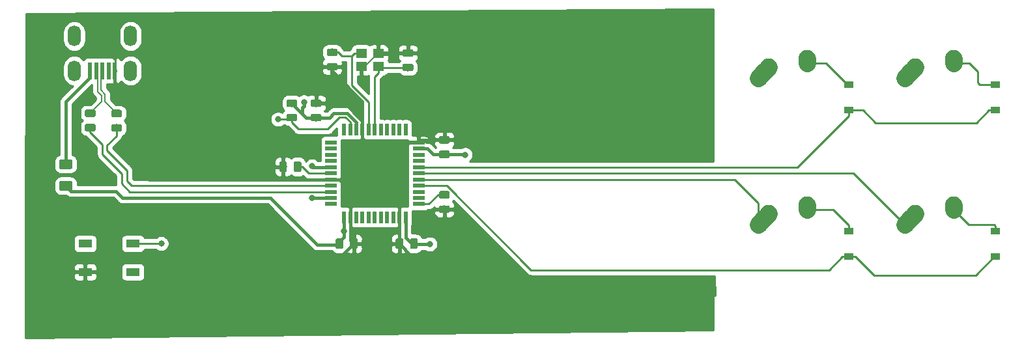
<source format=gbr>
G04 #@! TF.GenerationSoftware,KiCad,Pcbnew,5.1.4*
G04 #@! TF.CreationDate,2020-08-15T08:43:54-04:00*
G04 #@! TF.ProjectId,ai03-pcb-guide,61693033-2d70-4636-922d-67756964652e,rev?*
G04 #@! TF.SameCoordinates,Original*
G04 #@! TF.FileFunction,Copper,L2,Bot*
G04 #@! TF.FilePolarity,Positive*
%FSLAX46Y46*%
G04 Gerber Fmt 4.6, Leading zero omitted, Abs format (unit mm)*
G04 Created by KiCad (PCBNEW 5.1.4) date 2020-08-15 08:43:54*
%MOMM*%
%LPD*%
G04 APERTURE LIST*
%ADD10R,1.200000X0.900000*%
%ADD11R,1.400000X1.200000*%
%ADD12O,1.700000X2.700000*%
%ADD13R,0.500000X2.250000*%
%ADD14R,0.550000X1.500000*%
%ADD15R,1.500000X0.550000*%
%ADD16R,1.800000X1.100000*%
%ADD17C,0.100000*%
%ADD18C,0.975000*%
%ADD19C,2.250000*%
%ADD20C,2.250000*%
%ADD21C,1.250000*%
%ADD22C,0.800000*%
%ADD23C,0.381000*%
%ADD24C,0.203200*%
%ADD25C,0.254000*%
%ADD26C,0.200000*%
G04 APERTURE END LIST*
D10*
X163690300Y-71438500D03*
X163690300Y-74738500D03*
D11*
X83502500Y-67335400D03*
X81302500Y-67335400D03*
X81302500Y-69035400D03*
X83502500Y-69035400D03*
D12*
X43975000Y-65087500D03*
X51275000Y-65087500D03*
X51275000Y-69587500D03*
X43975000Y-69587500D03*
D13*
X46025000Y-69587500D03*
X46825000Y-69587500D03*
X47625000Y-69587500D03*
X48425000Y-69587500D03*
X49225000Y-69587500D03*
D14*
X79032600Y-88631000D03*
X79832600Y-88631000D03*
X80632600Y-88631000D03*
X81432600Y-88631000D03*
X82232600Y-88631000D03*
X83032600Y-88631000D03*
X83832600Y-88631000D03*
X84632600Y-88631000D03*
X85432600Y-88631000D03*
X86232600Y-88631000D03*
X87032600Y-88631000D03*
D15*
X88732600Y-86931000D03*
X88732600Y-86131000D03*
X88732600Y-85331000D03*
X88732600Y-84531000D03*
X88732600Y-83731000D03*
X88732600Y-82931000D03*
X88732600Y-82131000D03*
X88732600Y-81331000D03*
X88732600Y-80531000D03*
X88732600Y-79731000D03*
X88732600Y-78931000D03*
D14*
X87032600Y-77231000D03*
X86232600Y-77231000D03*
X85432600Y-77231000D03*
X84632600Y-77231000D03*
X83832600Y-77231000D03*
X83032600Y-77231000D03*
X82232600Y-77231000D03*
X81432600Y-77231000D03*
X80632600Y-77231000D03*
X79832600Y-77231000D03*
X79032600Y-77231000D03*
D15*
X77332600Y-78931000D03*
X77332600Y-79731000D03*
X77332600Y-80531000D03*
X77332600Y-81331000D03*
X77332600Y-82131000D03*
X77332600Y-82931000D03*
X77332600Y-83731000D03*
X77332600Y-84531000D03*
X77332600Y-85331000D03*
X77332600Y-86131000D03*
X77332600Y-86931000D03*
D16*
X51593750Y-95775000D03*
X45393750Y-92075000D03*
X51593750Y-92075000D03*
X45393750Y-95775000D03*
D17*
G36*
X92555142Y-85238674D02*
G01*
X92578803Y-85242184D01*
X92602007Y-85247996D01*
X92624529Y-85256054D01*
X92646153Y-85266282D01*
X92666670Y-85278579D01*
X92685883Y-85292829D01*
X92703607Y-85308893D01*
X92719671Y-85326617D01*
X92733921Y-85345830D01*
X92746218Y-85366347D01*
X92756446Y-85387971D01*
X92764504Y-85410493D01*
X92770316Y-85433697D01*
X92773826Y-85457358D01*
X92775000Y-85481250D01*
X92775000Y-85968750D01*
X92773826Y-85992642D01*
X92770316Y-86016303D01*
X92764504Y-86039507D01*
X92756446Y-86062029D01*
X92746218Y-86083653D01*
X92733921Y-86104170D01*
X92719671Y-86123383D01*
X92703607Y-86141107D01*
X92685883Y-86157171D01*
X92666670Y-86171421D01*
X92646153Y-86183718D01*
X92624529Y-86193946D01*
X92602007Y-86202004D01*
X92578803Y-86207816D01*
X92555142Y-86211326D01*
X92531250Y-86212500D01*
X91618750Y-86212500D01*
X91594858Y-86211326D01*
X91571197Y-86207816D01*
X91547993Y-86202004D01*
X91525471Y-86193946D01*
X91503847Y-86183718D01*
X91483330Y-86171421D01*
X91464117Y-86157171D01*
X91446393Y-86141107D01*
X91430329Y-86123383D01*
X91416079Y-86104170D01*
X91403782Y-86083653D01*
X91393554Y-86062029D01*
X91385496Y-86039507D01*
X91379684Y-86016303D01*
X91376174Y-85992642D01*
X91375000Y-85968750D01*
X91375000Y-85481250D01*
X91376174Y-85457358D01*
X91379684Y-85433697D01*
X91385496Y-85410493D01*
X91393554Y-85387971D01*
X91403782Y-85366347D01*
X91416079Y-85345830D01*
X91430329Y-85326617D01*
X91446393Y-85308893D01*
X91464117Y-85292829D01*
X91483330Y-85278579D01*
X91503847Y-85266282D01*
X91525471Y-85256054D01*
X91547993Y-85247996D01*
X91571197Y-85242184D01*
X91594858Y-85238674D01*
X91618750Y-85237500D01*
X92531250Y-85237500D01*
X92555142Y-85238674D01*
X92555142Y-85238674D01*
G37*
D18*
X92075000Y-85725000D03*
D17*
G36*
X92555142Y-87113674D02*
G01*
X92578803Y-87117184D01*
X92602007Y-87122996D01*
X92624529Y-87131054D01*
X92646153Y-87141282D01*
X92666670Y-87153579D01*
X92685883Y-87167829D01*
X92703607Y-87183893D01*
X92719671Y-87201617D01*
X92733921Y-87220830D01*
X92746218Y-87241347D01*
X92756446Y-87262971D01*
X92764504Y-87285493D01*
X92770316Y-87308697D01*
X92773826Y-87332358D01*
X92775000Y-87356250D01*
X92775000Y-87843750D01*
X92773826Y-87867642D01*
X92770316Y-87891303D01*
X92764504Y-87914507D01*
X92756446Y-87937029D01*
X92746218Y-87958653D01*
X92733921Y-87979170D01*
X92719671Y-87998383D01*
X92703607Y-88016107D01*
X92685883Y-88032171D01*
X92666670Y-88046421D01*
X92646153Y-88058718D01*
X92624529Y-88068946D01*
X92602007Y-88077004D01*
X92578803Y-88082816D01*
X92555142Y-88086326D01*
X92531250Y-88087500D01*
X91618750Y-88087500D01*
X91594858Y-88086326D01*
X91571197Y-88082816D01*
X91547993Y-88077004D01*
X91525471Y-88068946D01*
X91503847Y-88058718D01*
X91483330Y-88046421D01*
X91464117Y-88032171D01*
X91446393Y-88016107D01*
X91430329Y-87998383D01*
X91416079Y-87979170D01*
X91403782Y-87958653D01*
X91393554Y-87937029D01*
X91385496Y-87914507D01*
X91379684Y-87891303D01*
X91376174Y-87867642D01*
X91375000Y-87843750D01*
X91375000Y-87356250D01*
X91376174Y-87332358D01*
X91379684Y-87308697D01*
X91385496Y-87285493D01*
X91393554Y-87262971D01*
X91403782Y-87241347D01*
X91416079Y-87220830D01*
X91430329Y-87201617D01*
X91446393Y-87183893D01*
X91464117Y-87167829D01*
X91483330Y-87153579D01*
X91503847Y-87141282D01*
X91525471Y-87131054D01*
X91547993Y-87122996D01*
X91571197Y-87117184D01*
X91594858Y-87113674D01*
X91618750Y-87112500D01*
X92531250Y-87112500D01*
X92555142Y-87113674D01*
X92555142Y-87113674D01*
G37*
D18*
X92075000Y-87600000D03*
D17*
G36*
X72711392Y-75207424D02*
G01*
X72735053Y-75210934D01*
X72758257Y-75216746D01*
X72780779Y-75224804D01*
X72802403Y-75235032D01*
X72822920Y-75247329D01*
X72842133Y-75261579D01*
X72859857Y-75277643D01*
X72875921Y-75295367D01*
X72890171Y-75314580D01*
X72902468Y-75335097D01*
X72912696Y-75356721D01*
X72920754Y-75379243D01*
X72926566Y-75402447D01*
X72930076Y-75426108D01*
X72931250Y-75450000D01*
X72931250Y-75937500D01*
X72930076Y-75961392D01*
X72926566Y-75985053D01*
X72920754Y-76008257D01*
X72912696Y-76030779D01*
X72902468Y-76052403D01*
X72890171Y-76072920D01*
X72875921Y-76092133D01*
X72859857Y-76109857D01*
X72842133Y-76125921D01*
X72822920Y-76140171D01*
X72802403Y-76152468D01*
X72780779Y-76162696D01*
X72758257Y-76170754D01*
X72735053Y-76176566D01*
X72711392Y-76180076D01*
X72687500Y-76181250D01*
X71775000Y-76181250D01*
X71751108Y-76180076D01*
X71727447Y-76176566D01*
X71704243Y-76170754D01*
X71681721Y-76162696D01*
X71660097Y-76152468D01*
X71639580Y-76140171D01*
X71620367Y-76125921D01*
X71602643Y-76109857D01*
X71586579Y-76092133D01*
X71572329Y-76072920D01*
X71560032Y-76052403D01*
X71549804Y-76030779D01*
X71541746Y-76008257D01*
X71535934Y-75985053D01*
X71532424Y-75961392D01*
X71531250Y-75937500D01*
X71531250Y-75450000D01*
X71532424Y-75426108D01*
X71535934Y-75402447D01*
X71541746Y-75379243D01*
X71549804Y-75356721D01*
X71560032Y-75335097D01*
X71572329Y-75314580D01*
X71586579Y-75295367D01*
X71602643Y-75277643D01*
X71620367Y-75261579D01*
X71639580Y-75247329D01*
X71660097Y-75235032D01*
X71681721Y-75224804D01*
X71704243Y-75216746D01*
X71727447Y-75210934D01*
X71751108Y-75207424D01*
X71775000Y-75206250D01*
X72687500Y-75206250D01*
X72711392Y-75207424D01*
X72711392Y-75207424D01*
G37*
D18*
X72231250Y-75693750D03*
D17*
G36*
X72711392Y-73332424D02*
G01*
X72735053Y-73335934D01*
X72758257Y-73341746D01*
X72780779Y-73349804D01*
X72802403Y-73360032D01*
X72822920Y-73372329D01*
X72842133Y-73386579D01*
X72859857Y-73402643D01*
X72875921Y-73420367D01*
X72890171Y-73439580D01*
X72902468Y-73460097D01*
X72912696Y-73481721D01*
X72920754Y-73504243D01*
X72926566Y-73527447D01*
X72930076Y-73551108D01*
X72931250Y-73575000D01*
X72931250Y-74062500D01*
X72930076Y-74086392D01*
X72926566Y-74110053D01*
X72920754Y-74133257D01*
X72912696Y-74155779D01*
X72902468Y-74177403D01*
X72890171Y-74197920D01*
X72875921Y-74217133D01*
X72859857Y-74234857D01*
X72842133Y-74250921D01*
X72822920Y-74265171D01*
X72802403Y-74277468D01*
X72780779Y-74287696D01*
X72758257Y-74295754D01*
X72735053Y-74301566D01*
X72711392Y-74305076D01*
X72687500Y-74306250D01*
X71775000Y-74306250D01*
X71751108Y-74305076D01*
X71727447Y-74301566D01*
X71704243Y-74295754D01*
X71681721Y-74287696D01*
X71660097Y-74277468D01*
X71639580Y-74265171D01*
X71620367Y-74250921D01*
X71602643Y-74234857D01*
X71586579Y-74217133D01*
X71572329Y-74197920D01*
X71560032Y-74177403D01*
X71549804Y-74155779D01*
X71541746Y-74133257D01*
X71535934Y-74110053D01*
X71532424Y-74086392D01*
X71531250Y-74062500D01*
X71531250Y-73575000D01*
X71532424Y-73551108D01*
X71535934Y-73527447D01*
X71541746Y-73504243D01*
X71549804Y-73481721D01*
X71560032Y-73460097D01*
X71572329Y-73439580D01*
X71586579Y-73420367D01*
X71602643Y-73402643D01*
X71620367Y-73386579D01*
X71639580Y-73372329D01*
X71660097Y-73360032D01*
X71681721Y-73349804D01*
X71704243Y-73341746D01*
X71727447Y-73335934D01*
X71751108Y-73332424D01*
X71775000Y-73331250D01*
X72687500Y-73331250D01*
X72711392Y-73332424D01*
X72711392Y-73332424D01*
G37*
D18*
X72231250Y-73818750D03*
D17*
G36*
X49959342Y-74659574D02*
G01*
X49983003Y-74663084D01*
X50006207Y-74668896D01*
X50028729Y-74676954D01*
X50050353Y-74687182D01*
X50070870Y-74699479D01*
X50090083Y-74713729D01*
X50107807Y-74729793D01*
X50123871Y-74747517D01*
X50138121Y-74766730D01*
X50150418Y-74787247D01*
X50160646Y-74808871D01*
X50168704Y-74831393D01*
X50174516Y-74854597D01*
X50178026Y-74878258D01*
X50179200Y-74902150D01*
X50179200Y-75389650D01*
X50178026Y-75413542D01*
X50174516Y-75437203D01*
X50168704Y-75460407D01*
X50160646Y-75482929D01*
X50150418Y-75504553D01*
X50138121Y-75525070D01*
X50123871Y-75544283D01*
X50107807Y-75562007D01*
X50090083Y-75578071D01*
X50070870Y-75592321D01*
X50050353Y-75604618D01*
X50028729Y-75614846D01*
X50006207Y-75622904D01*
X49983003Y-75628716D01*
X49959342Y-75632226D01*
X49935450Y-75633400D01*
X49022950Y-75633400D01*
X48999058Y-75632226D01*
X48975397Y-75628716D01*
X48952193Y-75622904D01*
X48929671Y-75614846D01*
X48908047Y-75604618D01*
X48887530Y-75592321D01*
X48868317Y-75578071D01*
X48850593Y-75562007D01*
X48834529Y-75544283D01*
X48820279Y-75525070D01*
X48807982Y-75504553D01*
X48797754Y-75482929D01*
X48789696Y-75460407D01*
X48783884Y-75437203D01*
X48780374Y-75413542D01*
X48779200Y-75389650D01*
X48779200Y-74902150D01*
X48780374Y-74878258D01*
X48783884Y-74854597D01*
X48789696Y-74831393D01*
X48797754Y-74808871D01*
X48807982Y-74787247D01*
X48820279Y-74766730D01*
X48834529Y-74747517D01*
X48850593Y-74729793D01*
X48868317Y-74713729D01*
X48887530Y-74699479D01*
X48908047Y-74687182D01*
X48929671Y-74676954D01*
X48952193Y-74668896D01*
X48975397Y-74663084D01*
X48999058Y-74659574D01*
X49022950Y-74658400D01*
X49935450Y-74658400D01*
X49959342Y-74659574D01*
X49959342Y-74659574D01*
G37*
D18*
X49479200Y-75145900D03*
D17*
G36*
X49959342Y-76534574D02*
G01*
X49983003Y-76538084D01*
X50006207Y-76543896D01*
X50028729Y-76551954D01*
X50050353Y-76562182D01*
X50070870Y-76574479D01*
X50090083Y-76588729D01*
X50107807Y-76604793D01*
X50123871Y-76622517D01*
X50138121Y-76641730D01*
X50150418Y-76662247D01*
X50160646Y-76683871D01*
X50168704Y-76706393D01*
X50174516Y-76729597D01*
X50178026Y-76753258D01*
X50179200Y-76777150D01*
X50179200Y-77264650D01*
X50178026Y-77288542D01*
X50174516Y-77312203D01*
X50168704Y-77335407D01*
X50160646Y-77357929D01*
X50150418Y-77379553D01*
X50138121Y-77400070D01*
X50123871Y-77419283D01*
X50107807Y-77437007D01*
X50090083Y-77453071D01*
X50070870Y-77467321D01*
X50050353Y-77479618D01*
X50028729Y-77489846D01*
X50006207Y-77497904D01*
X49983003Y-77503716D01*
X49959342Y-77507226D01*
X49935450Y-77508400D01*
X49022950Y-77508400D01*
X48999058Y-77507226D01*
X48975397Y-77503716D01*
X48952193Y-77497904D01*
X48929671Y-77489846D01*
X48908047Y-77479618D01*
X48887530Y-77467321D01*
X48868317Y-77453071D01*
X48850593Y-77437007D01*
X48834529Y-77419283D01*
X48820279Y-77400070D01*
X48807982Y-77379553D01*
X48797754Y-77357929D01*
X48789696Y-77335407D01*
X48783884Y-77312203D01*
X48780374Y-77288542D01*
X48779200Y-77264650D01*
X48779200Y-76777150D01*
X48780374Y-76753258D01*
X48783884Y-76729597D01*
X48789696Y-76706393D01*
X48797754Y-76683871D01*
X48807982Y-76662247D01*
X48820279Y-76641730D01*
X48834529Y-76622517D01*
X48850593Y-76604793D01*
X48868317Y-76588729D01*
X48887530Y-76574479D01*
X48908047Y-76562182D01*
X48929671Y-76551954D01*
X48952193Y-76543896D01*
X48975397Y-76538084D01*
X48999058Y-76534574D01*
X49022950Y-76533400D01*
X49935450Y-76533400D01*
X49959342Y-76534574D01*
X49959342Y-76534574D01*
G37*
D18*
X49479200Y-77020900D03*
D17*
G36*
X46517642Y-74632424D02*
G01*
X46541303Y-74635934D01*
X46564507Y-74641746D01*
X46587029Y-74649804D01*
X46608653Y-74660032D01*
X46629170Y-74672329D01*
X46648383Y-74686579D01*
X46666107Y-74702643D01*
X46682171Y-74720367D01*
X46696421Y-74739580D01*
X46708718Y-74760097D01*
X46718946Y-74781721D01*
X46727004Y-74804243D01*
X46732816Y-74827447D01*
X46736326Y-74851108D01*
X46737500Y-74875000D01*
X46737500Y-75362500D01*
X46736326Y-75386392D01*
X46732816Y-75410053D01*
X46727004Y-75433257D01*
X46718946Y-75455779D01*
X46708718Y-75477403D01*
X46696421Y-75497920D01*
X46682171Y-75517133D01*
X46666107Y-75534857D01*
X46648383Y-75550921D01*
X46629170Y-75565171D01*
X46608653Y-75577468D01*
X46587029Y-75587696D01*
X46564507Y-75595754D01*
X46541303Y-75601566D01*
X46517642Y-75605076D01*
X46493750Y-75606250D01*
X45581250Y-75606250D01*
X45557358Y-75605076D01*
X45533697Y-75601566D01*
X45510493Y-75595754D01*
X45487971Y-75587696D01*
X45466347Y-75577468D01*
X45445830Y-75565171D01*
X45426617Y-75550921D01*
X45408893Y-75534857D01*
X45392829Y-75517133D01*
X45378579Y-75497920D01*
X45366282Y-75477403D01*
X45356054Y-75455779D01*
X45347996Y-75433257D01*
X45342184Y-75410053D01*
X45338674Y-75386392D01*
X45337500Y-75362500D01*
X45337500Y-74875000D01*
X45338674Y-74851108D01*
X45342184Y-74827447D01*
X45347996Y-74804243D01*
X45356054Y-74781721D01*
X45366282Y-74760097D01*
X45378579Y-74739580D01*
X45392829Y-74720367D01*
X45408893Y-74702643D01*
X45426617Y-74686579D01*
X45445830Y-74672329D01*
X45466347Y-74660032D01*
X45487971Y-74649804D01*
X45510493Y-74641746D01*
X45533697Y-74635934D01*
X45557358Y-74632424D01*
X45581250Y-74631250D01*
X46493750Y-74631250D01*
X46517642Y-74632424D01*
X46517642Y-74632424D01*
G37*
D18*
X46037500Y-75118750D03*
D17*
G36*
X46517642Y-76507424D02*
G01*
X46541303Y-76510934D01*
X46564507Y-76516746D01*
X46587029Y-76524804D01*
X46608653Y-76535032D01*
X46629170Y-76547329D01*
X46648383Y-76561579D01*
X46666107Y-76577643D01*
X46682171Y-76595367D01*
X46696421Y-76614580D01*
X46708718Y-76635097D01*
X46718946Y-76656721D01*
X46727004Y-76679243D01*
X46732816Y-76702447D01*
X46736326Y-76726108D01*
X46737500Y-76750000D01*
X46737500Y-77237500D01*
X46736326Y-77261392D01*
X46732816Y-77285053D01*
X46727004Y-77308257D01*
X46718946Y-77330779D01*
X46708718Y-77352403D01*
X46696421Y-77372920D01*
X46682171Y-77392133D01*
X46666107Y-77409857D01*
X46648383Y-77425921D01*
X46629170Y-77440171D01*
X46608653Y-77452468D01*
X46587029Y-77462696D01*
X46564507Y-77470754D01*
X46541303Y-77476566D01*
X46517642Y-77480076D01*
X46493750Y-77481250D01*
X45581250Y-77481250D01*
X45557358Y-77480076D01*
X45533697Y-77476566D01*
X45510493Y-77470754D01*
X45487971Y-77462696D01*
X45466347Y-77452468D01*
X45445830Y-77440171D01*
X45426617Y-77425921D01*
X45408893Y-77409857D01*
X45392829Y-77392133D01*
X45378579Y-77372920D01*
X45366282Y-77352403D01*
X45356054Y-77330779D01*
X45347996Y-77308257D01*
X45342184Y-77285053D01*
X45338674Y-77261392D01*
X45337500Y-77237500D01*
X45337500Y-76750000D01*
X45338674Y-76726108D01*
X45342184Y-76702447D01*
X45347996Y-76679243D01*
X45356054Y-76656721D01*
X45366282Y-76635097D01*
X45378579Y-76614580D01*
X45392829Y-76595367D01*
X45408893Y-76577643D01*
X45426617Y-76561579D01*
X45445830Y-76547329D01*
X45466347Y-76535032D01*
X45487971Y-76524804D01*
X45510493Y-76516746D01*
X45533697Y-76510934D01*
X45557358Y-76507424D01*
X45581250Y-76506250D01*
X46493750Y-76506250D01*
X46517642Y-76507424D01*
X46517642Y-76507424D01*
G37*
D18*
X46037500Y-76993750D03*
D19*
X153252800Y-88138500D03*
X152597801Y-88868500D03*
D20*
X151942800Y-89598500D02*
X153252802Y-88138500D01*
D19*
X158292800Y-87058500D03*
X158272800Y-87348500D03*
D20*
X158252800Y-87638500D02*
X158292800Y-87058500D01*
D19*
X153252800Y-69088500D03*
X152597801Y-69818500D03*
D20*
X151942800Y-70548500D02*
X153252802Y-69088500D01*
D19*
X158292800Y-68008500D03*
X158272800Y-68298500D03*
D20*
X158252800Y-68588500D02*
X158292800Y-68008500D01*
D19*
X134202800Y-88138500D03*
X133547801Y-88868500D03*
D20*
X132892800Y-89598500D02*
X134202802Y-88138500D01*
D19*
X139242800Y-87058500D03*
X139222800Y-87348500D03*
D20*
X139202800Y-87638500D02*
X139242800Y-87058500D01*
D19*
X134202800Y-69088500D03*
X133547801Y-69818500D03*
D20*
X132892800Y-70548500D02*
X134202802Y-69088500D01*
D19*
X139242800Y-68008500D03*
X139222800Y-68298500D03*
D20*
X139202800Y-68588500D02*
X139242800Y-68008500D01*
D17*
G36*
X43512004Y-81132454D02*
G01*
X43536273Y-81136054D01*
X43560071Y-81142015D01*
X43583171Y-81150280D01*
X43605349Y-81160770D01*
X43626393Y-81173383D01*
X43646098Y-81187997D01*
X43664277Y-81204473D01*
X43680753Y-81222652D01*
X43695367Y-81242357D01*
X43707980Y-81263401D01*
X43718470Y-81285579D01*
X43726735Y-81308679D01*
X43732696Y-81332477D01*
X43736296Y-81356746D01*
X43737500Y-81381250D01*
X43737500Y-82131250D01*
X43736296Y-82155754D01*
X43732696Y-82180023D01*
X43726735Y-82203821D01*
X43718470Y-82226921D01*
X43707980Y-82249099D01*
X43695367Y-82270143D01*
X43680753Y-82289848D01*
X43664277Y-82308027D01*
X43646098Y-82324503D01*
X43626393Y-82339117D01*
X43605349Y-82351730D01*
X43583171Y-82362220D01*
X43560071Y-82370485D01*
X43536273Y-82376446D01*
X43512004Y-82380046D01*
X43487500Y-82381250D01*
X42237500Y-82381250D01*
X42212996Y-82380046D01*
X42188727Y-82376446D01*
X42164929Y-82370485D01*
X42141829Y-82362220D01*
X42119651Y-82351730D01*
X42098607Y-82339117D01*
X42078902Y-82324503D01*
X42060723Y-82308027D01*
X42044247Y-82289848D01*
X42029633Y-82270143D01*
X42017020Y-82249099D01*
X42006530Y-82226921D01*
X41998265Y-82203821D01*
X41992304Y-82180023D01*
X41988704Y-82155754D01*
X41987500Y-82131250D01*
X41987500Y-81381250D01*
X41988704Y-81356746D01*
X41992304Y-81332477D01*
X41998265Y-81308679D01*
X42006530Y-81285579D01*
X42017020Y-81263401D01*
X42029633Y-81242357D01*
X42044247Y-81222652D01*
X42060723Y-81204473D01*
X42078902Y-81187997D01*
X42098607Y-81173383D01*
X42119651Y-81160770D01*
X42141829Y-81150280D01*
X42164929Y-81142015D01*
X42188727Y-81136054D01*
X42212996Y-81132454D01*
X42237500Y-81131250D01*
X43487500Y-81131250D01*
X43512004Y-81132454D01*
X43512004Y-81132454D01*
G37*
D21*
X42862500Y-81756250D03*
D17*
G36*
X43512004Y-83932454D02*
G01*
X43536273Y-83936054D01*
X43560071Y-83942015D01*
X43583171Y-83950280D01*
X43605349Y-83960770D01*
X43626393Y-83973383D01*
X43646098Y-83987997D01*
X43664277Y-84004473D01*
X43680753Y-84022652D01*
X43695367Y-84042357D01*
X43707980Y-84063401D01*
X43718470Y-84085579D01*
X43726735Y-84108679D01*
X43732696Y-84132477D01*
X43736296Y-84156746D01*
X43737500Y-84181250D01*
X43737500Y-84931250D01*
X43736296Y-84955754D01*
X43732696Y-84980023D01*
X43726735Y-85003821D01*
X43718470Y-85026921D01*
X43707980Y-85049099D01*
X43695367Y-85070143D01*
X43680753Y-85089848D01*
X43664277Y-85108027D01*
X43646098Y-85124503D01*
X43626393Y-85139117D01*
X43605349Y-85151730D01*
X43583171Y-85162220D01*
X43560071Y-85170485D01*
X43536273Y-85176446D01*
X43512004Y-85180046D01*
X43487500Y-85181250D01*
X42237500Y-85181250D01*
X42212996Y-85180046D01*
X42188727Y-85176446D01*
X42164929Y-85170485D01*
X42141829Y-85162220D01*
X42119651Y-85151730D01*
X42098607Y-85139117D01*
X42078902Y-85124503D01*
X42060723Y-85108027D01*
X42044247Y-85089848D01*
X42029633Y-85070143D01*
X42017020Y-85049099D01*
X42006530Y-85026921D01*
X41998265Y-85003821D01*
X41992304Y-84980023D01*
X41988704Y-84955754D01*
X41987500Y-84931250D01*
X41987500Y-84181250D01*
X41988704Y-84156746D01*
X41992304Y-84132477D01*
X41998265Y-84108679D01*
X42006530Y-84085579D01*
X42017020Y-84063401D01*
X42029633Y-84042357D01*
X42044247Y-84022652D01*
X42060723Y-84004473D01*
X42078902Y-83987997D01*
X42098607Y-83973383D01*
X42119651Y-83960770D01*
X42141829Y-83950280D01*
X42164929Y-83942015D01*
X42188727Y-83936054D01*
X42212996Y-83932454D01*
X42237500Y-83931250D01*
X43487500Y-83931250D01*
X43512004Y-83932454D01*
X43512004Y-83932454D01*
G37*
D21*
X42862500Y-84556250D03*
D10*
X163690300Y-90488500D03*
X163690300Y-93788500D03*
X144640300Y-90488500D03*
X144640300Y-93788500D03*
X144640300Y-71438500D03*
X144640300Y-74738500D03*
D17*
G36*
X80580142Y-91376174D02*
G01*
X80603803Y-91379684D01*
X80627007Y-91385496D01*
X80649529Y-91393554D01*
X80671153Y-91403782D01*
X80691670Y-91416079D01*
X80710883Y-91430329D01*
X80728607Y-91446393D01*
X80744671Y-91464117D01*
X80758921Y-91483330D01*
X80771218Y-91503847D01*
X80781446Y-91525471D01*
X80789504Y-91547993D01*
X80795316Y-91571197D01*
X80798826Y-91594858D01*
X80800000Y-91618750D01*
X80800000Y-92531250D01*
X80798826Y-92555142D01*
X80795316Y-92578803D01*
X80789504Y-92602007D01*
X80781446Y-92624529D01*
X80771218Y-92646153D01*
X80758921Y-92666670D01*
X80744671Y-92685883D01*
X80728607Y-92703607D01*
X80710883Y-92719671D01*
X80691670Y-92733921D01*
X80671153Y-92746218D01*
X80649529Y-92756446D01*
X80627007Y-92764504D01*
X80603803Y-92770316D01*
X80580142Y-92773826D01*
X80556250Y-92775000D01*
X80068750Y-92775000D01*
X80044858Y-92773826D01*
X80021197Y-92770316D01*
X79997993Y-92764504D01*
X79975471Y-92756446D01*
X79953847Y-92746218D01*
X79933330Y-92733921D01*
X79914117Y-92719671D01*
X79896393Y-92703607D01*
X79880329Y-92685883D01*
X79866079Y-92666670D01*
X79853782Y-92646153D01*
X79843554Y-92624529D01*
X79835496Y-92602007D01*
X79829684Y-92578803D01*
X79826174Y-92555142D01*
X79825000Y-92531250D01*
X79825000Y-91618750D01*
X79826174Y-91594858D01*
X79829684Y-91571197D01*
X79835496Y-91547993D01*
X79843554Y-91525471D01*
X79853782Y-91503847D01*
X79866079Y-91483330D01*
X79880329Y-91464117D01*
X79896393Y-91446393D01*
X79914117Y-91430329D01*
X79933330Y-91416079D01*
X79953847Y-91403782D01*
X79975471Y-91393554D01*
X79997993Y-91385496D01*
X80021197Y-91379684D01*
X80044858Y-91376174D01*
X80068750Y-91375000D01*
X80556250Y-91375000D01*
X80580142Y-91376174D01*
X80580142Y-91376174D01*
G37*
D18*
X80312500Y-92075000D03*
D17*
G36*
X78705142Y-91376174D02*
G01*
X78728803Y-91379684D01*
X78752007Y-91385496D01*
X78774529Y-91393554D01*
X78796153Y-91403782D01*
X78816670Y-91416079D01*
X78835883Y-91430329D01*
X78853607Y-91446393D01*
X78869671Y-91464117D01*
X78883921Y-91483330D01*
X78896218Y-91503847D01*
X78906446Y-91525471D01*
X78914504Y-91547993D01*
X78920316Y-91571197D01*
X78923826Y-91594858D01*
X78925000Y-91618750D01*
X78925000Y-92531250D01*
X78923826Y-92555142D01*
X78920316Y-92578803D01*
X78914504Y-92602007D01*
X78906446Y-92624529D01*
X78896218Y-92646153D01*
X78883921Y-92666670D01*
X78869671Y-92685883D01*
X78853607Y-92703607D01*
X78835883Y-92719671D01*
X78816670Y-92733921D01*
X78796153Y-92746218D01*
X78774529Y-92756446D01*
X78752007Y-92764504D01*
X78728803Y-92770316D01*
X78705142Y-92773826D01*
X78681250Y-92775000D01*
X78193750Y-92775000D01*
X78169858Y-92773826D01*
X78146197Y-92770316D01*
X78122993Y-92764504D01*
X78100471Y-92756446D01*
X78078847Y-92746218D01*
X78058330Y-92733921D01*
X78039117Y-92719671D01*
X78021393Y-92703607D01*
X78005329Y-92685883D01*
X77991079Y-92666670D01*
X77978782Y-92646153D01*
X77968554Y-92624529D01*
X77960496Y-92602007D01*
X77954684Y-92578803D01*
X77951174Y-92555142D01*
X77950000Y-92531250D01*
X77950000Y-91618750D01*
X77951174Y-91594858D01*
X77954684Y-91571197D01*
X77960496Y-91547993D01*
X77968554Y-91525471D01*
X77978782Y-91503847D01*
X77991079Y-91483330D01*
X78005329Y-91464117D01*
X78021393Y-91446393D01*
X78039117Y-91430329D01*
X78058330Y-91416079D01*
X78078847Y-91403782D01*
X78100471Y-91393554D01*
X78122993Y-91385496D01*
X78146197Y-91379684D01*
X78169858Y-91376174D01*
X78193750Y-91375000D01*
X78681250Y-91375000D01*
X78705142Y-91376174D01*
X78705142Y-91376174D01*
G37*
D18*
X78437500Y-92075000D03*
D17*
G36*
X71387642Y-81368574D02*
G01*
X71411303Y-81372084D01*
X71434507Y-81377896D01*
X71457029Y-81385954D01*
X71478653Y-81396182D01*
X71499170Y-81408479D01*
X71518383Y-81422729D01*
X71536107Y-81438793D01*
X71552171Y-81456517D01*
X71566421Y-81475730D01*
X71578718Y-81496247D01*
X71588946Y-81517871D01*
X71597004Y-81540393D01*
X71602816Y-81563597D01*
X71606326Y-81587258D01*
X71607500Y-81611150D01*
X71607500Y-82523650D01*
X71606326Y-82547542D01*
X71602816Y-82571203D01*
X71597004Y-82594407D01*
X71588946Y-82616929D01*
X71578718Y-82638553D01*
X71566421Y-82659070D01*
X71552171Y-82678283D01*
X71536107Y-82696007D01*
X71518383Y-82712071D01*
X71499170Y-82726321D01*
X71478653Y-82738618D01*
X71457029Y-82748846D01*
X71434507Y-82756904D01*
X71411303Y-82762716D01*
X71387642Y-82766226D01*
X71363750Y-82767400D01*
X70876250Y-82767400D01*
X70852358Y-82766226D01*
X70828697Y-82762716D01*
X70805493Y-82756904D01*
X70782971Y-82748846D01*
X70761347Y-82738618D01*
X70740830Y-82726321D01*
X70721617Y-82712071D01*
X70703893Y-82696007D01*
X70687829Y-82678283D01*
X70673579Y-82659070D01*
X70661282Y-82638553D01*
X70651054Y-82616929D01*
X70642996Y-82594407D01*
X70637184Y-82571203D01*
X70633674Y-82547542D01*
X70632500Y-82523650D01*
X70632500Y-81611150D01*
X70633674Y-81587258D01*
X70637184Y-81563597D01*
X70642996Y-81540393D01*
X70651054Y-81517871D01*
X70661282Y-81496247D01*
X70673579Y-81475730D01*
X70687829Y-81456517D01*
X70703893Y-81438793D01*
X70721617Y-81422729D01*
X70740830Y-81408479D01*
X70761347Y-81396182D01*
X70782971Y-81385954D01*
X70805493Y-81377896D01*
X70828697Y-81372084D01*
X70852358Y-81368574D01*
X70876250Y-81367400D01*
X71363750Y-81367400D01*
X71387642Y-81368574D01*
X71387642Y-81368574D01*
G37*
D18*
X71120000Y-82067400D03*
D17*
G36*
X73262642Y-81368574D02*
G01*
X73286303Y-81372084D01*
X73309507Y-81377896D01*
X73332029Y-81385954D01*
X73353653Y-81396182D01*
X73374170Y-81408479D01*
X73393383Y-81422729D01*
X73411107Y-81438793D01*
X73427171Y-81456517D01*
X73441421Y-81475730D01*
X73453718Y-81496247D01*
X73463946Y-81517871D01*
X73472004Y-81540393D01*
X73477816Y-81563597D01*
X73481326Y-81587258D01*
X73482500Y-81611150D01*
X73482500Y-82523650D01*
X73481326Y-82547542D01*
X73477816Y-82571203D01*
X73472004Y-82594407D01*
X73463946Y-82616929D01*
X73453718Y-82638553D01*
X73441421Y-82659070D01*
X73427171Y-82678283D01*
X73411107Y-82696007D01*
X73393383Y-82712071D01*
X73374170Y-82726321D01*
X73353653Y-82738618D01*
X73332029Y-82748846D01*
X73309507Y-82756904D01*
X73286303Y-82762716D01*
X73262642Y-82766226D01*
X73238750Y-82767400D01*
X72751250Y-82767400D01*
X72727358Y-82766226D01*
X72703697Y-82762716D01*
X72680493Y-82756904D01*
X72657971Y-82748846D01*
X72636347Y-82738618D01*
X72615830Y-82726321D01*
X72596617Y-82712071D01*
X72578893Y-82696007D01*
X72562829Y-82678283D01*
X72548579Y-82659070D01*
X72536282Y-82638553D01*
X72526054Y-82616929D01*
X72517996Y-82594407D01*
X72512184Y-82571203D01*
X72508674Y-82547542D01*
X72507500Y-82523650D01*
X72507500Y-81611150D01*
X72508674Y-81587258D01*
X72512184Y-81563597D01*
X72517996Y-81540393D01*
X72526054Y-81517871D01*
X72536282Y-81496247D01*
X72548579Y-81475730D01*
X72562829Y-81456517D01*
X72578893Y-81438793D01*
X72596617Y-81422729D01*
X72615830Y-81408479D01*
X72636347Y-81396182D01*
X72657971Y-81385954D01*
X72680493Y-81377896D01*
X72703697Y-81372084D01*
X72727358Y-81368574D01*
X72751250Y-81367400D01*
X73238750Y-81367400D01*
X73262642Y-81368574D01*
X73262642Y-81368574D01*
G37*
D18*
X72995000Y-82067400D03*
D17*
G36*
X92555142Y-78094924D02*
G01*
X92578803Y-78098434D01*
X92602007Y-78104246D01*
X92624529Y-78112304D01*
X92646153Y-78122532D01*
X92666670Y-78134829D01*
X92685883Y-78149079D01*
X92703607Y-78165143D01*
X92719671Y-78182867D01*
X92733921Y-78202080D01*
X92746218Y-78222597D01*
X92756446Y-78244221D01*
X92764504Y-78266743D01*
X92770316Y-78289947D01*
X92773826Y-78313608D01*
X92775000Y-78337500D01*
X92775000Y-78825000D01*
X92773826Y-78848892D01*
X92770316Y-78872553D01*
X92764504Y-78895757D01*
X92756446Y-78918279D01*
X92746218Y-78939903D01*
X92733921Y-78960420D01*
X92719671Y-78979633D01*
X92703607Y-78997357D01*
X92685883Y-79013421D01*
X92666670Y-79027671D01*
X92646153Y-79039968D01*
X92624529Y-79050196D01*
X92602007Y-79058254D01*
X92578803Y-79064066D01*
X92555142Y-79067576D01*
X92531250Y-79068750D01*
X91618750Y-79068750D01*
X91594858Y-79067576D01*
X91571197Y-79064066D01*
X91547993Y-79058254D01*
X91525471Y-79050196D01*
X91503847Y-79039968D01*
X91483330Y-79027671D01*
X91464117Y-79013421D01*
X91446393Y-78997357D01*
X91430329Y-78979633D01*
X91416079Y-78960420D01*
X91403782Y-78939903D01*
X91393554Y-78918279D01*
X91385496Y-78895757D01*
X91379684Y-78872553D01*
X91376174Y-78848892D01*
X91375000Y-78825000D01*
X91375000Y-78337500D01*
X91376174Y-78313608D01*
X91379684Y-78289947D01*
X91385496Y-78266743D01*
X91393554Y-78244221D01*
X91403782Y-78222597D01*
X91416079Y-78202080D01*
X91430329Y-78182867D01*
X91446393Y-78165143D01*
X91464117Y-78149079D01*
X91483330Y-78134829D01*
X91503847Y-78122532D01*
X91525471Y-78112304D01*
X91547993Y-78104246D01*
X91571197Y-78098434D01*
X91594858Y-78094924D01*
X91618750Y-78093750D01*
X92531250Y-78093750D01*
X92555142Y-78094924D01*
X92555142Y-78094924D01*
G37*
D18*
X92075000Y-78581250D03*
D17*
G36*
X92555142Y-79969924D02*
G01*
X92578803Y-79973434D01*
X92602007Y-79979246D01*
X92624529Y-79987304D01*
X92646153Y-79997532D01*
X92666670Y-80009829D01*
X92685883Y-80024079D01*
X92703607Y-80040143D01*
X92719671Y-80057867D01*
X92733921Y-80077080D01*
X92746218Y-80097597D01*
X92756446Y-80119221D01*
X92764504Y-80141743D01*
X92770316Y-80164947D01*
X92773826Y-80188608D01*
X92775000Y-80212500D01*
X92775000Y-80700000D01*
X92773826Y-80723892D01*
X92770316Y-80747553D01*
X92764504Y-80770757D01*
X92756446Y-80793279D01*
X92746218Y-80814903D01*
X92733921Y-80835420D01*
X92719671Y-80854633D01*
X92703607Y-80872357D01*
X92685883Y-80888421D01*
X92666670Y-80902671D01*
X92646153Y-80914968D01*
X92624529Y-80925196D01*
X92602007Y-80933254D01*
X92578803Y-80939066D01*
X92555142Y-80942576D01*
X92531250Y-80943750D01*
X91618750Y-80943750D01*
X91594858Y-80942576D01*
X91571197Y-80939066D01*
X91547993Y-80933254D01*
X91525471Y-80925196D01*
X91503847Y-80914968D01*
X91483330Y-80902671D01*
X91464117Y-80888421D01*
X91446393Y-80872357D01*
X91430329Y-80854633D01*
X91416079Y-80835420D01*
X91403782Y-80814903D01*
X91393554Y-80793279D01*
X91385496Y-80770757D01*
X91379684Y-80747553D01*
X91376174Y-80723892D01*
X91375000Y-80700000D01*
X91375000Y-80212500D01*
X91376174Y-80188608D01*
X91379684Y-80164947D01*
X91385496Y-80141743D01*
X91393554Y-80119221D01*
X91403782Y-80097597D01*
X91416079Y-80077080D01*
X91430329Y-80057867D01*
X91446393Y-80040143D01*
X91464117Y-80024079D01*
X91483330Y-80009829D01*
X91503847Y-79997532D01*
X91525471Y-79987304D01*
X91547993Y-79979246D01*
X91571197Y-79973434D01*
X91594858Y-79969924D01*
X91618750Y-79968750D01*
X92531250Y-79968750D01*
X92555142Y-79969924D01*
X92555142Y-79969924D01*
G37*
D18*
X92075000Y-80456250D03*
D17*
G36*
X86498892Y-91376174D02*
G01*
X86522553Y-91379684D01*
X86545757Y-91385496D01*
X86568279Y-91393554D01*
X86589903Y-91403782D01*
X86610420Y-91416079D01*
X86629633Y-91430329D01*
X86647357Y-91446393D01*
X86663421Y-91464117D01*
X86677671Y-91483330D01*
X86689968Y-91503847D01*
X86700196Y-91525471D01*
X86708254Y-91547993D01*
X86714066Y-91571197D01*
X86717576Y-91594858D01*
X86718750Y-91618750D01*
X86718750Y-92531250D01*
X86717576Y-92555142D01*
X86714066Y-92578803D01*
X86708254Y-92602007D01*
X86700196Y-92624529D01*
X86689968Y-92646153D01*
X86677671Y-92666670D01*
X86663421Y-92685883D01*
X86647357Y-92703607D01*
X86629633Y-92719671D01*
X86610420Y-92733921D01*
X86589903Y-92746218D01*
X86568279Y-92756446D01*
X86545757Y-92764504D01*
X86522553Y-92770316D01*
X86498892Y-92773826D01*
X86475000Y-92775000D01*
X85987500Y-92775000D01*
X85963608Y-92773826D01*
X85939947Y-92770316D01*
X85916743Y-92764504D01*
X85894221Y-92756446D01*
X85872597Y-92746218D01*
X85852080Y-92733921D01*
X85832867Y-92719671D01*
X85815143Y-92703607D01*
X85799079Y-92685883D01*
X85784829Y-92666670D01*
X85772532Y-92646153D01*
X85762304Y-92624529D01*
X85754246Y-92602007D01*
X85748434Y-92578803D01*
X85744924Y-92555142D01*
X85743750Y-92531250D01*
X85743750Y-91618750D01*
X85744924Y-91594858D01*
X85748434Y-91571197D01*
X85754246Y-91547993D01*
X85762304Y-91525471D01*
X85772532Y-91503847D01*
X85784829Y-91483330D01*
X85799079Y-91464117D01*
X85815143Y-91446393D01*
X85832867Y-91430329D01*
X85852080Y-91416079D01*
X85872597Y-91403782D01*
X85894221Y-91393554D01*
X85916743Y-91385496D01*
X85939947Y-91379684D01*
X85963608Y-91376174D01*
X85987500Y-91375000D01*
X86475000Y-91375000D01*
X86498892Y-91376174D01*
X86498892Y-91376174D01*
G37*
D18*
X86231250Y-92075000D03*
D17*
G36*
X88373892Y-91376174D02*
G01*
X88397553Y-91379684D01*
X88420757Y-91385496D01*
X88443279Y-91393554D01*
X88464903Y-91403782D01*
X88485420Y-91416079D01*
X88504633Y-91430329D01*
X88522357Y-91446393D01*
X88538421Y-91464117D01*
X88552671Y-91483330D01*
X88564968Y-91503847D01*
X88575196Y-91525471D01*
X88583254Y-91547993D01*
X88589066Y-91571197D01*
X88592576Y-91594858D01*
X88593750Y-91618750D01*
X88593750Y-92531250D01*
X88592576Y-92555142D01*
X88589066Y-92578803D01*
X88583254Y-92602007D01*
X88575196Y-92624529D01*
X88564968Y-92646153D01*
X88552671Y-92666670D01*
X88538421Y-92685883D01*
X88522357Y-92703607D01*
X88504633Y-92719671D01*
X88485420Y-92733921D01*
X88464903Y-92746218D01*
X88443279Y-92756446D01*
X88420757Y-92764504D01*
X88397553Y-92770316D01*
X88373892Y-92773826D01*
X88350000Y-92775000D01*
X87862500Y-92775000D01*
X87838608Y-92773826D01*
X87814947Y-92770316D01*
X87791743Y-92764504D01*
X87769221Y-92756446D01*
X87747597Y-92746218D01*
X87727080Y-92733921D01*
X87707867Y-92719671D01*
X87690143Y-92703607D01*
X87674079Y-92685883D01*
X87659829Y-92666670D01*
X87647532Y-92646153D01*
X87637304Y-92624529D01*
X87629246Y-92602007D01*
X87623434Y-92578803D01*
X87619924Y-92555142D01*
X87618750Y-92531250D01*
X87618750Y-91618750D01*
X87619924Y-91594858D01*
X87623434Y-91571197D01*
X87629246Y-91547993D01*
X87637304Y-91525471D01*
X87647532Y-91503847D01*
X87659829Y-91483330D01*
X87674079Y-91464117D01*
X87690143Y-91446393D01*
X87707867Y-91430329D01*
X87727080Y-91416079D01*
X87747597Y-91403782D01*
X87769221Y-91393554D01*
X87791743Y-91385496D01*
X87814947Y-91379684D01*
X87838608Y-91376174D01*
X87862500Y-91375000D01*
X88350000Y-91375000D01*
X88373892Y-91376174D01*
X88373892Y-91376174D01*
G37*
D18*
X88106250Y-92075000D03*
D17*
G36*
X77975542Y-66709374D02*
G01*
X77999203Y-66712884D01*
X78022407Y-66718696D01*
X78044929Y-66726754D01*
X78066553Y-66736982D01*
X78087070Y-66749279D01*
X78106283Y-66763529D01*
X78124007Y-66779593D01*
X78140071Y-66797317D01*
X78154321Y-66816530D01*
X78166618Y-66837047D01*
X78176846Y-66858671D01*
X78184904Y-66881193D01*
X78190716Y-66904397D01*
X78194226Y-66928058D01*
X78195400Y-66951950D01*
X78195400Y-67439450D01*
X78194226Y-67463342D01*
X78190716Y-67487003D01*
X78184904Y-67510207D01*
X78176846Y-67532729D01*
X78166618Y-67554353D01*
X78154321Y-67574870D01*
X78140071Y-67594083D01*
X78124007Y-67611807D01*
X78106283Y-67627871D01*
X78087070Y-67642121D01*
X78066553Y-67654418D01*
X78044929Y-67664646D01*
X78022407Y-67672704D01*
X77999203Y-67678516D01*
X77975542Y-67682026D01*
X77951650Y-67683200D01*
X77039150Y-67683200D01*
X77015258Y-67682026D01*
X76991597Y-67678516D01*
X76968393Y-67672704D01*
X76945871Y-67664646D01*
X76924247Y-67654418D01*
X76903730Y-67642121D01*
X76884517Y-67627871D01*
X76866793Y-67611807D01*
X76850729Y-67594083D01*
X76836479Y-67574870D01*
X76824182Y-67554353D01*
X76813954Y-67532729D01*
X76805896Y-67510207D01*
X76800084Y-67487003D01*
X76796574Y-67463342D01*
X76795400Y-67439450D01*
X76795400Y-66951950D01*
X76796574Y-66928058D01*
X76800084Y-66904397D01*
X76805896Y-66881193D01*
X76813954Y-66858671D01*
X76824182Y-66837047D01*
X76836479Y-66816530D01*
X76850729Y-66797317D01*
X76866793Y-66779593D01*
X76884517Y-66763529D01*
X76903730Y-66749279D01*
X76924247Y-66736982D01*
X76945871Y-66726754D01*
X76968393Y-66718696D01*
X76991597Y-66712884D01*
X77015258Y-66709374D01*
X77039150Y-66708200D01*
X77951650Y-66708200D01*
X77975542Y-66709374D01*
X77975542Y-66709374D01*
G37*
D18*
X77495400Y-67195700D03*
D17*
G36*
X77975542Y-68584374D02*
G01*
X77999203Y-68587884D01*
X78022407Y-68593696D01*
X78044929Y-68601754D01*
X78066553Y-68611982D01*
X78087070Y-68624279D01*
X78106283Y-68638529D01*
X78124007Y-68654593D01*
X78140071Y-68672317D01*
X78154321Y-68691530D01*
X78166618Y-68712047D01*
X78176846Y-68733671D01*
X78184904Y-68756193D01*
X78190716Y-68779397D01*
X78194226Y-68803058D01*
X78195400Y-68826950D01*
X78195400Y-69314450D01*
X78194226Y-69338342D01*
X78190716Y-69362003D01*
X78184904Y-69385207D01*
X78176846Y-69407729D01*
X78166618Y-69429353D01*
X78154321Y-69449870D01*
X78140071Y-69469083D01*
X78124007Y-69486807D01*
X78106283Y-69502871D01*
X78087070Y-69517121D01*
X78066553Y-69529418D01*
X78044929Y-69539646D01*
X78022407Y-69547704D01*
X77999203Y-69553516D01*
X77975542Y-69557026D01*
X77951650Y-69558200D01*
X77039150Y-69558200D01*
X77015258Y-69557026D01*
X76991597Y-69553516D01*
X76968393Y-69547704D01*
X76945871Y-69539646D01*
X76924247Y-69529418D01*
X76903730Y-69517121D01*
X76884517Y-69502871D01*
X76866793Y-69486807D01*
X76850729Y-69469083D01*
X76836479Y-69449870D01*
X76824182Y-69429353D01*
X76813954Y-69407729D01*
X76805896Y-69385207D01*
X76800084Y-69362003D01*
X76796574Y-69338342D01*
X76795400Y-69314450D01*
X76795400Y-68826950D01*
X76796574Y-68803058D01*
X76800084Y-68779397D01*
X76805896Y-68756193D01*
X76813954Y-68733671D01*
X76824182Y-68712047D01*
X76836479Y-68691530D01*
X76850729Y-68672317D01*
X76866793Y-68654593D01*
X76884517Y-68638529D01*
X76903730Y-68624279D01*
X76924247Y-68611982D01*
X76945871Y-68601754D01*
X76968393Y-68593696D01*
X76991597Y-68587884D01*
X77015258Y-68584374D01*
X77039150Y-68583200D01*
X77951650Y-68583200D01*
X77975542Y-68584374D01*
X77975542Y-68584374D01*
G37*
D18*
X77495400Y-69070700D03*
D17*
G36*
X87830742Y-66802874D02*
G01*
X87854403Y-66806384D01*
X87877607Y-66812196D01*
X87900129Y-66820254D01*
X87921753Y-66830482D01*
X87942270Y-66842779D01*
X87961483Y-66857029D01*
X87979207Y-66873093D01*
X87995271Y-66890817D01*
X88009521Y-66910030D01*
X88021818Y-66930547D01*
X88032046Y-66952171D01*
X88040104Y-66974693D01*
X88045916Y-66997897D01*
X88049426Y-67021558D01*
X88050600Y-67045450D01*
X88050600Y-67532950D01*
X88049426Y-67556842D01*
X88045916Y-67580503D01*
X88040104Y-67603707D01*
X88032046Y-67626229D01*
X88021818Y-67647853D01*
X88009521Y-67668370D01*
X87995271Y-67687583D01*
X87979207Y-67705307D01*
X87961483Y-67721371D01*
X87942270Y-67735621D01*
X87921753Y-67747918D01*
X87900129Y-67758146D01*
X87877607Y-67766204D01*
X87854403Y-67772016D01*
X87830742Y-67775526D01*
X87806850Y-67776700D01*
X86894350Y-67776700D01*
X86870458Y-67775526D01*
X86846797Y-67772016D01*
X86823593Y-67766204D01*
X86801071Y-67758146D01*
X86779447Y-67747918D01*
X86758930Y-67735621D01*
X86739717Y-67721371D01*
X86721993Y-67705307D01*
X86705929Y-67687583D01*
X86691679Y-67668370D01*
X86679382Y-67647853D01*
X86669154Y-67626229D01*
X86661096Y-67603707D01*
X86655284Y-67580503D01*
X86651774Y-67556842D01*
X86650600Y-67532950D01*
X86650600Y-67045450D01*
X86651774Y-67021558D01*
X86655284Y-66997897D01*
X86661096Y-66974693D01*
X86669154Y-66952171D01*
X86679382Y-66930547D01*
X86691679Y-66910030D01*
X86705929Y-66890817D01*
X86721993Y-66873093D01*
X86739717Y-66857029D01*
X86758930Y-66842779D01*
X86779447Y-66830482D01*
X86801071Y-66820254D01*
X86823593Y-66812196D01*
X86846797Y-66806384D01*
X86870458Y-66802874D01*
X86894350Y-66801700D01*
X87806850Y-66801700D01*
X87830742Y-66802874D01*
X87830742Y-66802874D01*
G37*
D18*
X87350600Y-67289200D03*
D17*
G36*
X87830742Y-68677874D02*
G01*
X87854403Y-68681384D01*
X87877607Y-68687196D01*
X87900129Y-68695254D01*
X87921753Y-68705482D01*
X87942270Y-68717779D01*
X87961483Y-68732029D01*
X87979207Y-68748093D01*
X87995271Y-68765817D01*
X88009521Y-68785030D01*
X88021818Y-68805547D01*
X88032046Y-68827171D01*
X88040104Y-68849693D01*
X88045916Y-68872897D01*
X88049426Y-68896558D01*
X88050600Y-68920450D01*
X88050600Y-69407950D01*
X88049426Y-69431842D01*
X88045916Y-69455503D01*
X88040104Y-69478707D01*
X88032046Y-69501229D01*
X88021818Y-69522853D01*
X88009521Y-69543370D01*
X87995271Y-69562583D01*
X87979207Y-69580307D01*
X87961483Y-69596371D01*
X87942270Y-69610621D01*
X87921753Y-69622918D01*
X87900129Y-69633146D01*
X87877607Y-69641204D01*
X87854403Y-69647016D01*
X87830742Y-69650526D01*
X87806850Y-69651700D01*
X86894350Y-69651700D01*
X86870458Y-69650526D01*
X86846797Y-69647016D01*
X86823593Y-69641204D01*
X86801071Y-69633146D01*
X86779447Y-69622918D01*
X86758930Y-69610621D01*
X86739717Y-69596371D01*
X86721993Y-69580307D01*
X86705929Y-69562583D01*
X86691679Y-69543370D01*
X86679382Y-69522853D01*
X86669154Y-69501229D01*
X86661096Y-69478707D01*
X86655284Y-69455503D01*
X86651774Y-69431842D01*
X86650600Y-69407950D01*
X86650600Y-68920450D01*
X86651774Y-68896558D01*
X86655284Y-68872897D01*
X86661096Y-68849693D01*
X86669154Y-68827171D01*
X86679382Y-68805547D01*
X86691679Y-68785030D01*
X86705929Y-68765817D01*
X86721993Y-68748093D01*
X86739717Y-68732029D01*
X86758930Y-68717779D01*
X86779447Y-68705482D01*
X86801071Y-68695254D01*
X86823593Y-68687196D01*
X86846797Y-68681384D01*
X86870458Y-68677874D01*
X86894350Y-68676700D01*
X87806850Y-68676700D01*
X87830742Y-68677874D01*
X87830742Y-68677874D01*
G37*
D18*
X87350600Y-69164200D03*
D17*
G36*
X75886392Y-73332424D02*
G01*
X75910053Y-73335934D01*
X75933257Y-73341746D01*
X75955779Y-73349804D01*
X75977403Y-73360032D01*
X75997920Y-73372329D01*
X76017133Y-73386579D01*
X76034857Y-73402643D01*
X76050921Y-73420367D01*
X76065171Y-73439580D01*
X76077468Y-73460097D01*
X76087696Y-73481721D01*
X76095754Y-73504243D01*
X76101566Y-73527447D01*
X76105076Y-73551108D01*
X76106250Y-73575000D01*
X76106250Y-74062500D01*
X76105076Y-74086392D01*
X76101566Y-74110053D01*
X76095754Y-74133257D01*
X76087696Y-74155779D01*
X76077468Y-74177403D01*
X76065171Y-74197920D01*
X76050921Y-74217133D01*
X76034857Y-74234857D01*
X76017133Y-74250921D01*
X75997920Y-74265171D01*
X75977403Y-74277468D01*
X75955779Y-74287696D01*
X75933257Y-74295754D01*
X75910053Y-74301566D01*
X75886392Y-74305076D01*
X75862500Y-74306250D01*
X74950000Y-74306250D01*
X74926108Y-74305076D01*
X74902447Y-74301566D01*
X74879243Y-74295754D01*
X74856721Y-74287696D01*
X74835097Y-74277468D01*
X74814580Y-74265171D01*
X74795367Y-74250921D01*
X74777643Y-74234857D01*
X74761579Y-74217133D01*
X74747329Y-74197920D01*
X74735032Y-74177403D01*
X74724804Y-74155779D01*
X74716746Y-74133257D01*
X74710934Y-74110053D01*
X74707424Y-74086392D01*
X74706250Y-74062500D01*
X74706250Y-73575000D01*
X74707424Y-73551108D01*
X74710934Y-73527447D01*
X74716746Y-73504243D01*
X74724804Y-73481721D01*
X74735032Y-73460097D01*
X74747329Y-73439580D01*
X74761579Y-73420367D01*
X74777643Y-73402643D01*
X74795367Y-73386579D01*
X74814580Y-73372329D01*
X74835097Y-73360032D01*
X74856721Y-73349804D01*
X74879243Y-73341746D01*
X74902447Y-73335934D01*
X74926108Y-73332424D01*
X74950000Y-73331250D01*
X75862500Y-73331250D01*
X75886392Y-73332424D01*
X75886392Y-73332424D01*
G37*
D18*
X75406250Y-73818750D03*
D17*
G36*
X75886392Y-75207424D02*
G01*
X75910053Y-75210934D01*
X75933257Y-75216746D01*
X75955779Y-75224804D01*
X75977403Y-75235032D01*
X75997920Y-75247329D01*
X76017133Y-75261579D01*
X76034857Y-75277643D01*
X76050921Y-75295367D01*
X76065171Y-75314580D01*
X76077468Y-75335097D01*
X76087696Y-75356721D01*
X76095754Y-75379243D01*
X76101566Y-75402447D01*
X76105076Y-75426108D01*
X76106250Y-75450000D01*
X76106250Y-75937500D01*
X76105076Y-75961392D01*
X76101566Y-75985053D01*
X76095754Y-76008257D01*
X76087696Y-76030779D01*
X76077468Y-76052403D01*
X76065171Y-76072920D01*
X76050921Y-76092133D01*
X76034857Y-76109857D01*
X76017133Y-76125921D01*
X75997920Y-76140171D01*
X75977403Y-76152468D01*
X75955779Y-76162696D01*
X75933257Y-76170754D01*
X75910053Y-76176566D01*
X75886392Y-76180076D01*
X75862500Y-76181250D01*
X74950000Y-76181250D01*
X74926108Y-76180076D01*
X74902447Y-76176566D01*
X74879243Y-76170754D01*
X74856721Y-76162696D01*
X74835097Y-76152468D01*
X74814580Y-76140171D01*
X74795367Y-76125921D01*
X74777643Y-76109857D01*
X74761579Y-76092133D01*
X74747329Y-76072920D01*
X74735032Y-76052403D01*
X74724804Y-76030779D01*
X74716746Y-76008257D01*
X74710934Y-75985053D01*
X74707424Y-75961392D01*
X74706250Y-75937500D01*
X74706250Y-75450000D01*
X74707424Y-75426108D01*
X74710934Y-75402447D01*
X74716746Y-75379243D01*
X74724804Y-75356721D01*
X74735032Y-75335097D01*
X74747329Y-75314580D01*
X74761579Y-75295367D01*
X74777643Y-75277643D01*
X74795367Y-75261579D01*
X74814580Y-75247329D01*
X74835097Y-75235032D01*
X74856721Y-75224804D01*
X74879243Y-75216746D01*
X74902447Y-75210934D01*
X74926108Y-75207424D01*
X74950000Y-75206250D01*
X75862500Y-75206250D01*
X75886392Y-75207424D01*
X75886392Y-75207424D01*
G37*
D18*
X75406250Y-75693750D03*
D22*
X94780100Y-80505300D03*
X90182700Y-92125800D03*
X73825100Y-73647300D03*
X79042100Y-90411300D03*
X74891900Y-81991200D03*
X74891900Y-86144100D03*
X55283100Y-92062300D03*
X70472300Y-75907900D03*
D23*
X44112750Y-95775000D02*
X42887900Y-94550150D01*
X45393750Y-95775000D02*
X44112750Y-95775000D01*
X42887900Y-94550150D02*
X42887900Y-89649300D01*
X42887900Y-89649300D02*
X45593000Y-86944200D01*
X45593000Y-86944200D02*
X68491100Y-86944200D01*
X68491100Y-86944200D02*
X73063100Y-91516200D01*
X73063100Y-91516200D02*
X73063100Y-95161100D01*
X73063100Y-95161100D02*
X73952100Y-96050100D01*
X76337400Y-96050100D02*
X80312500Y-92075000D01*
X73952100Y-96050100D02*
X76337400Y-96050100D01*
X79832600Y-91595100D02*
X79832600Y-88631000D01*
X80312500Y-92075000D02*
X79832600Y-91595100D01*
X86231250Y-88632350D02*
X86232600Y-88631000D01*
X86231250Y-92075000D02*
X86231250Y-88632350D01*
X49225000Y-71093500D02*
X52247800Y-74116300D01*
X49225000Y-69587500D02*
X49225000Y-71093500D01*
X52247800Y-82245200D02*
X53733600Y-83731000D01*
X76201600Y-83731000D02*
X77332600Y-83731000D01*
X52247800Y-74116300D02*
X52247800Y-82245200D01*
X71120000Y-83705700D02*
X71145300Y-83731000D01*
X71120000Y-82067400D02*
X71120000Y-83705700D01*
X71145300Y-83731000D02*
X76201600Y-83731000D01*
X53733600Y-83731000D02*
X71145300Y-83731000D01*
X83502500Y-66354400D02*
X82705500Y-65557400D01*
X83502500Y-67335400D02*
X83502500Y-66354400D01*
X82705500Y-65557400D02*
X76263500Y-65557400D01*
X76263500Y-65557400D02*
X75412600Y-66408300D01*
X75412600Y-66408300D02*
X75412600Y-68745100D01*
X75738200Y-69070700D02*
X77495400Y-69070700D01*
X75412600Y-68745100D02*
X75738200Y-69070700D01*
X81432600Y-73595400D02*
X81432600Y-76100000D01*
X77495400Y-69658200D02*
X81432600Y-73595400D01*
X77495400Y-69070700D02*
X77495400Y-69658200D01*
X81432600Y-76100000D02*
X81432600Y-77231000D01*
X79151350Y-73818750D02*
X81432600Y-76100000D01*
X75406250Y-73818750D02*
X79151350Y-73818750D01*
X83548700Y-67289200D02*
X83502500Y-67335400D01*
X87350600Y-67289200D02*
X83548700Y-67289200D01*
D24*
X83402500Y-67335400D02*
X83502500Y-67335400D01*
X81702500Y-69035400D02*
X83402500Y-67335400D01*
X81302500Y-69035400D02*
X81702500Y-69035400D01*
D23*
X89082350Y-78581250D02*
X88732600Y-78931000D01*
X92075000Y-78581250D02*
X89082350Y-78581250D01*
X79832600Y-87500000D02*
X79832600Y-88631000D01*
X79832600Y-85100000D02*
X79832600Y-87500000D01*
X78463600Y-83731000D02*
X79832600Y-85100000D01*
X77332600Y-83731000D02*
X78463600Y-83731000D01*
X92075000Y-88187500D02*
X92062300Y-88200200D01*
X92075000Y-87600000D02*
X92075000Y-88187500D01*
X92062300Y-88200200D02*
X92062300Y-93319600D01*
X92062300Y-93319600D02*
X91757500Y-93624400D01*
X87780650Y-93624400D02*
X86231250Y-92075000D01*
X91757500Y-93624400D02*
X87780650Y-93624400D01*
X87601600Y-78931000D02*
X88732600Y-78931000D01*
X87060502Y-78931000D02*
X87601600Y-78931000D01*
X86232600Y-79758902D02*
X87060502Y-78931000D01*
X83448500Y-80377900D02*
X86232600Y-80377900D01*
X81432600Y-78362000D02*
X83448500Y-80377900D01*
X81432600Y-77231000D02*
X81432600Y-78362000D01*
X86232600Y-80377900D02*
X86232600Y-79758902D01*
X79832600Y-85100000D02*
X86069800Y-85100000D01*
X86232600Y-84937200D02*
X86232600Y-80377900D01*
X86069800Y-85100000D02*
X86232600Y-84937200D01*
X86232600Y-88631000D02*
X86232600Y-84937200D01*
X79435759Y-75098290D02*
X77720810Y-75098290D01*
X80632600Y-76295131D02*
X79435759Y-75098290D01*
X80632600Y-77231000D02*
X80632600Y-76295131D01*
X77711300Y-75107800D02*
X77711300Y-75158600D01*
X77720810Y-75098290D02*
X77711300Y-75107800D01*
X72787487Y-74374987D02*
X72231250Y-73818750D01*
X77176150Y-75693750D02*
X74106250Y-75693750D01*
X77711300Y-75158600D02*
X77176150Y-75693750D01*
X89863600Y-79731000D02*
X90360500Y-80227900D01*
X88732600Y-79731000D02*
X89863600Y-79731000D01*
X94731050Y-80456250D02*
X94780100Y-80505300D01*
X90588850Y-80456250D02*
X94731050Y-80456250D01*
X90360500Y-80227900D02*
X90588850Y-80456250D01*
X87032600Y-89762000D02*
X87032600Y-88631000D01*
X87032600Y-91279370D02*
X87032600Y-89762000D01*
X87879030Y-92125800D02*
X87032600Y-91279370D01*
X90182700Y-92125800D02*
X87879030Y-92125800D01*
X73634600Y-74403485D02*
X73634600Y-75222100D01*
X73825100Y-74212985D02*
X73634600Y-74403485D01*
X73825100Y-73647300D02*
X73825100Y-74212985D01*
X73634600Y-75222100D02*
X72787487Y-74374987D01*
X74106250Y-75693750D02*
X73634600Y-75222100D01*
X79042100Y-88640500D02*
X79032600Y-88631000D01*
X79042100Y-90411300D02*
X79042100Y-88640500D01*
X43558210Y-85251960D02*
X42862500Y-84556250D01*
X49387160Y-85251960D02*
X43558210Y-85251960D01*
X50241200Y-86106000D02*
X49387160Y-85251960D01*
X69418200Y-86106000D02*
X50241200Y-86106000D01*
X75514200Y-92202000D02*
X69418200Y-86106000D01*
X78041500Y-92202000D02*
X75514200Y-92202000D01*
X79042100Y-91201400D02*
X78041500Y-92202000D01*
X79042100Y-90411300D02*
X79042100Y-91201400D01*
X75031700Y-82131000D02*
X74891900Y-81991200D01*
X77332600Y-82131000D02*
X75031700Y-82131000D01*
X74905000Y-86131000D02*
X74891900Y-86144100D01*
X77332600Y-86131000D02*
X74905000Y-86131000D01*
D25*
X83502500Y-69035400D02*
X83502500Y-69889400D01*
X83032600Y-70359300D02*
X83032600Y-77231000D01*
X83502500Y-69889400D02*
X83032600Y-70359300D01*
X83631300Y-69164200D02*
X83502500Y-69035400D01*
X87350600Y-69164200D02*
X83631300Y-69164200D01*
X80048100Y-67635800D02*
X80048100Y-71479032D01*
X80348500Y-67335400D02*
X80048100Y-67635800D01*
X81302500Y-67335400D02*
X80348500Y-67335400D01*
X82232600Y-73663532D02*
X82232600Y-77231000D01*
X80048100Y-71479032D02*
X82232600Y-73663532D01*
X78735500Y-67635800D02*
X80048100Y-67635800D01*
X78295400Y-67195700D02*
X78735500Y-67635800D01*
X77495400Y-67195700D02*
X78295400Y-67195700D01*
X76328600Y-82931000D02*
X77332600Y-82931000D01*
X74446100Y-82931000D02*
X76328600Y-82931000D01*
X73582500Y-82067400D02*
X74446100Y-82931000D01*
X72995000Y-82067400D02*
X73582500Y-82067400D01*
X144490300Y-71438500D02*
X144640300Y-71438500D01*
X141640300Y-68588500D02*
X144490300Y-71438500D01*
X141640300Y-68588500D02*
X139202800Y-68588500D01*
X145494300Y-74738500D02*
X145495300Y-74739500D01*
X144640300Y-74738500D02*
X145494300Y-74738500D01*
X145495300Y-74739500D02*
X146469100Y-74739500D01*
X146469100Y-74739500D02*
X148107400Y-76377800D01*
X162836300Y-74738500D02*
X163690300Y-74738500D01*
X161197000Y-76377800D02*
X162836300Y-74738500D01*
X148107400Y-76377800D02*
X161197000Y-76377800D01*
X144640300Y-75442500D02*
X144640300Y-74738500D01*
X137951800Y-82131000D02*
X144640300Y-75442500D01*
X88732600Y-82131000D02*
X137951800Y-82131000D01*
X139202800Y-87638500D02*
X142578700Y-87638500D01*
X144640300Y-89700100D02*
X144640300Y-90488500D01*
X142578700Y-87638500D02*
X144640300Y-89700100D01*
X163540300Y-93788500D02*
X163690300Y-93788500D01*
X161113600Y-96215200D02*
X163540300Y-93788500D01*
X147921000Y-96215200D02*
X161113600Y-96215200D01*
X145494300Y-93788500D02*
X147921000Y-96215200D01*
X144640300Y-93788500D02*
X145494300Y-93788500D01*
X92388178Y-84531000D02*
X103348478Y-95491300D01*
X88732600Y-84531000D02*
X92388178Y-84531000D01*
X143786300Y-93788500D02*
X144640300Y-93788500D01*
X142083500Y-95491300D02*
X143786300Y-93788500D01*
X103348478Y-95491300D02*
X142083500Y-95491300D01*
X158252800Y-68588500D02*
X160320600Y-68588500D01*
X160320600Y-68588500D02*
X161442400Y-69710300D01*
X161442400Y-69710300D02*
X161442400Y-71183500D01*
X161697400Y-71438500D02*
X163690300Y-71438500D01*
X161442400Y-71183500D02*
X161697400Y-71438500D01*
X163690300Y-89784500D02*
X163499800Y-89594000D01*
X163690300Y-90488500D02*
X163690300Y-89784500D01*
X160208300Y-89594000D02*
X158252800Y-87638500D01*
X163499800Y-89594000D02*
X160208300Y-89594000D01*
D23*
X46025000Y-70462500D02*
X46025000Y-69587500D01*
X42862500Y-73625000D02*
X46025000Y-70462500D01*
X42862500Y-81756250D02*
X42862500Y-73625000D01*
D25*
X132892800Y-86828500D02*
X132892800Y-89598500D01*
X129795300Y-83731000D02*
X132892800Y-86828500D01*
X88732600Y-83731000D02*
X129795300Y-83731000D01*
X145275300Y-82931000D02*
X151942800Y-89598500D01*
X88732600Y-82931000D02*
X145275300Y-82931000D01*
D26*
X46825000Y-70462500D02*
X47000000Y-70637500D01*
X46825000Y-69587500D02*
X46825000Y-70462500D01*
X47000000Y-70637500D02*
X47000000Y-72299100D01*
X47519775Y-73636475D02*
X46037500Y-75118750D01*
X47519775Y-72818875D02*
X47519775Y-73636475D01*
X47000000Y-72299100D02*
X47519775Y-72818875D01*
D25*
X46037500Y-77581250D02*
X47650400Y-79194150D01*
X46037500Y-76993750D02*
X46037500Y-77581250D01*
X47650400Y-79194150D02*
X47650400Y-80479900D01*
X47650400Y-80479900D02*
X50126900Y-82956400D01*
X50126900Y-82956400D02*
X50126900Y-84251800D01*
X51206100Y-85331000D02*
X77332600Y-85331000D01*
X50126900Y-84251800D02*
X51206100Y-85331000D01*
D26*
X47625000Y-70462500D02*
X47450000Y-70637500D01*
X47625000Y-69587500D02*
X47625000Y-70462500D01*
X47450000Y-70637500D02*
X47450000Y-72112700D01*
X47969775Y-73636475D02*
X49479200Y-75145900D01*
X47969775Y-72632475D02*
X47969775Y-73636475D01*
X47450000Y-72112700D02*
X47969775Y-72632475D01*
D25*
X49479200Y-77020900D02*
X49479200Y-78054200D01*
X49479200Y-78054200D02*
X48247300Y-79286100D01*
X48247300Y-79286100D02*
X48247300Y-79946500D01*
X50580910Y-82280110D02*
X50580910Y-82292810D01*
X48247300Y-79946500D02*
X50580910Y-82280110D01*
X50580910Y-82292810D02*
X50838100Y-82550000D01*
X50838100Y-82550000D02*
X50838100Y-83959700D01*
X51409400Y-84531000D02*
X77332600Y-84531000D01*
X50838100Y-83959700D02*
X51409400Y-84531000D01*
X51606450Y-92062300D02*
X51593750Y-92075000D01*
X55283100Y-92062300D02*
X51606450Y-92062300D01*
X72017100Y-75907900D02*
X72231250Y-75693750D01*
X70472300Y-75907900D02*
X72017100Y-75907900D01*
X72231250Y-76281250D02*
X73115200Y-77165200D01*
X72231250Y-75693750D02*
X72231250Y-76281250D01*
X73115200Y-77165200D02*
X76923900Y-77165200D01*
X76923900Y-77165200D02*
X78473300Y-75615800D01*
X79832600Y-76227000D02*
X79832600Y-77231000D01*
X79221400Y-75615800D02*
X79832600Y-76227000D01*
X78473300Y-75615800D02*
X79221400Y-75615800D01*
X89736600Y-86931000D02*
X88732600Y-86931000D01*
X90069000Y-86931000D02*
X89736600Y-86931000D01*
X91275000Y-85725000D02*
X90069000Y-86931000D01*
X92075000Y-85725000D02*
X91275000Y-85725000D01*
G36*
X127030175Y-81369000D02*
G01*
X95350432Y-81369000D01*
X95439874Y-81309237D01*
X95584037Y-81165074D01*
X95697305Y-80995556D01*
X95775326Y-80807198D01*
X95815100Y-80607239D01*
X95815100Y-80403361D01*
X95775326Y-80203402D01*
X95697305Y-80015044D01*
X95584037Y-79845526D01*
X95439874Y-79701363D01*
X95270356Y-79588095D01*
X95081998Y-79510074D01*
X94882039Y-79470300D01*
X94678161Y-79470300D01*
X94478202Y-79510074D01*
X94289844Y-79588095D01*
X94226006Y-79630750D01*
X93189090Y-79630750D01*
X93154792Y-79588958D01*
X93148436Y-79583742D01*
X93226185Y-79519935D01*
X93305537Y-79423244D01*
X93364502Y-79312930D01*
X93400812Y-79193232D01*
X93413072Y-79068750D01*
X93410000Y-78867000D01*
X93251250Y-78708250D01*
X92202000Y-78708250D01*
X92202000Y-78728250D01*
X91948000Y-78728250D01*
X91948000Y-78708250D01*
X90898750Y-78708250D01*
X90740000Y-78867000D01*
X90736928Y-79068750D01*
X90749188Y-79193232D01*
X90785498Y-79312930D01*
X90844463Y-79423244D01*
X90923815Y-79519935D01*
X91001564Y-79583742D01*
X90995208Y-79588958D01*
X90960910Y-79630750D01*
X90930783Y-79630750D01*
X90475998Y-79175965D01*
X90450141Y-79144459D01*
X90324442Y-79041301D01*
X90181034Y-78964647D01*
X90025426Y-78917444D01*
X89904153Y-78905500D01*
X89904150Y-78905500D01*
X89863600Y-78901506D01*
X89823050Y-78905500D01*
X89799746Y-78905500D01*
X89726780Y-78866498D01*
X89607082Y-78830188D01*
X89482600Y-78817928D01*
X87982600Y-78817928D01*
X87858118Y-78830188D01*
X87738420Y-78866498D01*
X87628106Y-78925463D01*
X87531415Y-79004815D01*
X87452063Y-79101506D01*
X87439683Y-79124667D01*
X87347600Y-79216750D01*
X87357146Y-79330337D01*
X87356788Y-79331518D01*
X87344528Y-79456000D01*
X87344528Y-80006000D01*
X87356788Y-80130482D01*
X87356945Y-80131000D01*
X87356788Y-80131518D01*
X87344528Y-80256000D01*
X87344528Y-80806000D01*
X87356788Y-80930482D01*
X87356945Y-80931000D01*
X87356788Y-80931518D01*
X87344528Y-81056000D01*
X87344528Y-81606000D01*
X87356788Y-81730482D01*
X87356945Y-81731000D01*
X87356788Y-81731518D01*
X87344528Y-81856000D01*
X87344528Y-82406000D01*
X87356788Y-82530482D01*
X87356945Y-82531000D01*
X87356788Y-82531518D01*
X87344528Y-82656000D01*
X87344528Y-83206000D01*
X87356788Y-83330482D01*
X87356945Y-83331000D01*
X87356788Y-83331518D01*
X87344528Y-83456000D01*
X87344528Y-84006000D01*
X87356788Y-84130482D01*
X87356945Y-84131000D01*
X87356788Y-84131518D01*
X87344528Y-84256000D01*
X87344528Y-84806000D01*
X87356788Y-84930482D01*
X87356945Y-84931000D01*
X87356788Y-84931518D01*
X87344528Y-85056000D01*
X87344528Y-85606000D01*
X87356788Y-85730482D01*
X87356945Y-85731000D01*
X87356788Y-85731518D01*
X87344528Y-85856000D01*
X87344528Y-86406000D01*
X87356788Y-86530482D01*
X87356945Y-86531000D01*
X87356788Y-86531518D01*
X87344528Y-86656000D01*
X87344528Y-87206000D01*
X87348562Y-87246962D01*
X87307600Y-87242928D01*
X86757600Y-87242928D01*
X86633118Y-87255188D01*
X86631937Y-87255546D01*
X86518350Y-87246000D01*
X86426267Y-87338083D01*
X86403106Y-87350463D01*
X86306415Y-87429815D01*
X86232600Y-87519759D01*
X86158785Y-87429815D01*
X86062094Y-87350463D01*
X86038933Y-87338083D01*
X85946850Y-87246000D01*
X85833263Y-87255546D01*
X85832082Y-87255188D01*
X85707600Y-87242928D01*
X85157600Y-87242928D01*
X85033118Y-87255188D01*
X85032600Y-87255345D01*
X85032082Y-87255188D01*
X84907600Y-87242928D01*
X84357600Y-87242928D01*
X84233118Y-87255188D01*
X84232600Y-87255345D01*
X84232082Y-87255188D01*
X84107600Y-87242928D01*
X83557600Y-87242928D01*
X83433118Y-87255188D01*
X83432600Y-87255345D01*
X83432082Y-87255188D01*
X83307600Y-87242928D01*
X82757600Y-87242928D01*
X82633118Y-87255188D01*
X82632600Y-87255345D01*
X82632082Y-87255188D01*
X82507600Y-87242928D01*
X81957600Y-87242928D01*
X81833118Y-87255188D01*
X81832600Y-87255345D01*
X81832082Y-87255188D01*
X81707600Y-87242928D01*
X81157600Y-87242928D01*
X81033118Y-87255188D01*
X81032600Y-87255345D01*
X81032082Y-87255188D01*
X80907600Y-87242928D01*
X80357600Y-87242928D01*
X80233118Y-87255188D01*
X80231937Y-87255546D01*
X80118350Y-87246000D01*
X80026267Y-87338083D01*
X80003106Y-87350463D01*
X79906415Y-87429815D01*
X79832600Y-87519759D01*
X79758785Y-87429815D01*
X79662094Y-87350463D01*
X79638933Y-87338083D01*
X79546850Y-87246000D01*
X79433263Y-87255546D01*
X79432082Y-87255188D01*
X79307600Y-87242928D01*
X78757600Y-87242928D01*
X78716638Y-87246962D01*
X78720672Y-87206000D01*
X78720672Y-86656000D01*
X78708412Y-86531518D01*
X78708255Y-86531000D01*
X78708412Y-86530482D01*
X78720672Y-86406000D01*
X78720672Y-85856000D01*
X78708412Y-85731518D01*
X78708255Y-85731000D01*
X78708412Y-85730482D01*
X78720672Y-85606000D01*
X78720672Y-85056000D01*
X78708412Y-84931518D01*
X78708255Y-84931000D01*
X78708412Y-84930482D01*
X78720672Y-84806000D01*
X78720672Y-84256000D01*
X78708412Y-84131518D01*
X78708054Y-84130337D01*
X78717600Y-84016750D01*
X78625517Y-83924667D01*
X78613137Y-83901506D01*
X78533785Y-83804815D01*
X78443841Y-83731000D01*
X78533785Y-83657185D01*
X78613137Y-83560494D01*
X78625517Y-83537333D01*
X78717600Y-83445250D01*
X78708054Y-83331663D01*
X78708412Y-83330482D01*
X78720672Y-83206000D01*
X78720672Y-82656000D01*
X78708412Y-82531518D01*
X78708255Y-82531000D01*
X78708412Y-82530482D01*
X78720672Y-82406000D01*
X78720672Y-81856000D01*
X78708412Y-81731518D01*
X78708255Y-81731000D01*
X78708412Y-81730482D01*
X78720672Y-81606000D01*
X78720672Y-81056000D01*
X78708412Y-80931518D01*
X78708255Y-80931000D01*
X78708412Y-80930482D01*
X78720672Y-80806000D01*
X78720672Y-80256000D01*
X78708412Y-80131518D01*
X78708255Y-80131000D01*
X78708412Y-80130482D01*
X78720672Y-80006000D01*
X78720672Y-79456000D01*
X78708412Y-79331518D01*
X78708255Y-79331000D01*
X78708412Y-79330482D01*
X78720672Y-79206000D01*
X78720672Y-78656000D01*
X78716638Y-78615038D01*
X78757600Y-78619072D01*
X79307600Y-78619072D01*
X79432082Y-78606812D01*
X79432600Y-78606655D01*
X79433118Y-78606812D01*
X79557600Y-78619072D01*
X80107600Y-78619072D01*
X80232082Y-78606812D01*
X80232600Y-78606655D01*
X80233118Y-78606812D01*
X80357600Y-78619072D01*
X80907600Y-78619072D01*
X81032082Y-78606812D01*
X81033263Y-78606454D01*
X81146850Y-78616000D01*
X81238933Y-78523917D01*
X81262094Y-78511537D01*
X81358785Y-78432185D01*
X81432600Y-78342241D01*
X81506415Y-78432185D01*
X81603106Y-78511537D01*
X81626267Y-78523917D01*
X81718350Y-78616000D01*
X81831937Y-78606454D01*
X81833118Y-78606812D01*
X81957600Y-78619072D01*
X82507600Y-78619072D01*
X82632082Y-78606812D01*
X82632600Y-78606655D01*
X82633118Y-78606812D01*
X82757600Y-78619072D01*
X83307600Y-78619072D01*
X83432082Y-78606812D01*
X83432600Y-78606655D01*
X83433118Y-78606812D01*
X83557600Y-78619072D01*
X84107600Y-78619072D01*
X84232082Y-78606812D01*
X84232600Y-78606655D01*
X84233118Y-78606812D01*
X84357600Y-78619072D01*
X84907600Y-78619072D01*
X85032082Y-78606812D01*
X85032600Y-78606655D01*
X85033118Y-78606812D01*
X85157600Y-78619072D01*
X85707600Y-78619072D01*
X85832082Y-78606812D01*
X85832600Y-78606655D01*
X85833118Y-78606812D01*
X85957600Y-78619072D01*
X86507600Y-78619072D01*
X86632082Y-78606812D01*
X86632600Y-78606655D01*
X86633118Y-78606812D01*
X86757600Y-78619072D01*
X87307600Y-78619072D01*
X87350152Y-78614881D01*
X87347600Y-78645250D01*
X87506350Y-78804000D01*
X88605600Y-78804000D01*
X88605600Y-78179750D01*
X88859600Y-78179750D01*
X88859600Y-78804000D01*
X89958850Y-78804000D01*
X90117600Y-78645250D01*
X90107777Y-78528369D01*
X90070865Y-78408855D01*
X90011346Y-78298839D01*
X89931508Y-78202549D01*
X89834418Y-78123684D01*
X89777731Y-78093750D01*
X90736928Y-78093750D01*
X90740000Y-78295500D01*
X90898750Y-78454250D01*
X91948000Y-78454250D01*
X91948000Y-77617500D01*
X92202000Y-77617500D01*
X92202000Y-78454250D01*
X93251250Y-78454250D01*
X93410000Y-78295500D01*
X93413072Y-78093750D01*
X93400812Y-77969268D01*
X93364502Y-77849570D01*
X93305537Y-77739256D01*
X93226185Y-77642565D01*
X93129494Y-77563213D01*
X93019180Y-77504248D01*
X92899482Y-77467938D01*
X92775000Y-77455678D01*
X92360750Y-77458750D01*
X92202000Y-77617500D01*
X91948000Y-77617500D01*
X91789250Y-77458750D01*
X91375000Y-77455678D01*
X91250518Y-77467938D01*
X91130820Y-77504248D01*
X91020506Y-77563213D01*
X90923815Y-77642565D01*
X90844463Y-77739256D01*
X90785498Y-77849570D01*
X90749188Y-77969268D01*
X90736928Y-78093750D01*
X89777731Y-78093750D01*
X89723808Y-78065276D01*
X89603929Y-78029570D01*
X89479387Y-78017936D01*
X89018350Y-78021000D01*
X88859600Y-78179750D01*
X88605600Y-78179750D01*
X88446850Y-78021000D01*
X87985813Y-78017936D01*
X87941628Y-78022064D01*
X87945672Y-77981000D01*
X87945672Y-76481000D01*
X87933412Y-76356518D01*
X87897102Y-76236820D01*
X87838137Y-76126506D01*
X87758785Y-76029815D01*
X87662094Y-75950463D01*
X87551780Y-75891498D01*
X87432082Y-75855188D01*
X87307600Y-75842928D01*
X86757600Y-75842928D01*
X86633118Y-75855188D01*
X86632600Y-75855345D01*
X86632082Y-75855188D01*
X86507600Y-75842928D01*
X85957600Y-75842928D01*
X85833118Y-75855188D01*
X85832600Y-75855345D01*
X85832082Y-75855188D01*
X85707600Y-75842928D01*
X85157600Y-75842928D01*
X85033118Y-75855188D01*
X85032600Y-75855345D01*
X85032082Y-75855188D01*
X84907600Y-75842928D01*
X84357600Y-75842928D01*
X84233118Y-75855188D01*
X84232600Y-75855345D01*
X84232082Y-75855188D01*
X84107600Y-75842928D01*
X83794600Y-75842928D01*
X83794600Y-70674930D01*
X84014846Y-70454684D01*
X84043922Y-70430822D01*
X84106256Y-70354867D01*
X84139145Y-70314793D01*
X84161231Y-70273472D01*
X84202500Y-70273472D01*
X84326982Y-70261212D01*
X84446680Y-70224902D01*
X84556994Y-70165937D01*
X84653685Y-70086585D01*
X84733037Y-69989894D01*
X84767083Y-69926200D01*
X86184397Y-69926200D01*
X86270808Y-70031492D01*
X86404436Y-70141158D01*
X86556891Y-70222647D01*
X86722315Y-70272828D01*
X86894350Y-70289772D01*
X87806850Y-70289772D01*
X87978885Y-70272828D01*
X88144309Y-70222647D01*
X88296764Y-70141158D01*
X88430392Y-70031492D01*
X88540058Y-69897864D01*
X88621547Y-69745409D01*
X88671728Y-69579985D01*
X88688672Y-69407950D01*
X88688672Y-68920450D01*
X88671728Y-68748415D01*
X88621547Y-68582991D01*
X88540058Y-68430536D01*
X88430392Y-68296908D01*
X88424036Y-68291692D01*
X88501785Y-68227885D01*
X88581137Y-68131194D01*
X88640102Y-68020880D01*
X88676412Y-67901182D01*
X88688672Y-67776700D01*
X88685600Y-67574950D01*
X88526850Y-67416200D01*
X87477600Y-67416200D01*
X87477600Y-67436200D01*
X87223600Y-67436200D01*
X87223600Y-67416200D01*
X86174350Y-67416200D01*
X86015600Y-67574950D01*
X86012528Y-67776700D01*
X86024788Y-67901182D01*
X86061098Y-68020880D01*
X86120063Y-68131194D01*
X86199415Y-68227885D01*
X86277164Y-68291692D01*
X86270808Y-68296908D01*
X86184397Y-68402200D01*
X84837302Y-68402200D01*
X84828312Y-68310918D01*
X84792002Y-68191220D01*
X84788891Y-68185400D01*
X84792002Y-68179580D01*
X84828312Y-68059882D01*
X84840572Y-67935400D01*
X84837500Y-67621150D01*
X84678750Y-67462400D01*
X83629500Y-67462400D01*
X83629500Y-67482400D01*
X83375500Y-67482400D01*
X83375500Y-67462400D01*
X83355500Y-67462400D01*
X83355500Y-67208400D01*
X83375500Y-67208400D01*
X83375500Y-66259150D01*
X83629500Y-66259150D01*
X83629500Y-67208400D01*
X84678750Y-67208400D01*
X84837500Y-67049650D01*
X84839923Y-66801700D01*
X86012528Y-66801700D01*
X86015600Y-67003450D01*
X86174350Y-67162200D01*
X87223600Y-67162200D01*
X87223600Y-66325450D01*
X87477600Y-66325450D01*
X87477600Y-67162200D01*
X88526850Y-67162200D01*
X88685600Y-67003450D01*
X88688672Y-66801700D01*
X88676412Y-66677218D01*
X88640102Y-66557520D01*
X88581137Y-66447206D01*
X88501785Y-66350515D01*
X88405094Y-66271163D01*
X88294780Y-66212198D01*
X88175082Y-66175888D01*
X88050600Y-66163628D01*
X87636350Y-66166700D01*
X87477600Y-66325450D01*
X87223600Y-66325450D01*
X87064850Y-66166700D01*
X86650600Y-66163628D01*
X86526118Y-66175888D01*
X86406420Y-66212198D01*
X86296106Y-66271163D01*
X86199415Y-66350515D01*
X86120063Y-66447206D01*
X86061098Y-66557520D01*
X86024788Y-66677218D01*
X86012528Y-66801700D01*
X84839923Y-66801700D01*
X84840572Y-66735400D01*
X84828312Y-66610918D01*
X84792002Y-66491220D01*
X84733037Y-66380906D01*
X84653685Y-66284215D01*
X84556994Y-66204863D01*
X84446680Y-66145898D01*
X84326982Y-66109588D01*
X84202500Y-66097328D01*
X83788250Y-66100400D01*
X83629500Y-66259150D01*
X83375500Y-66259150D01*
X83216750Y-66100400D01*
X82802500Y-66097328D01*
X82678018Y-66109588D01*
X82558320Y-66145898D01*
X82448006Y-66204863D01*
X82402500Y-66242209D01*
X82356994Y-66204863D01*
X82246680Y-66145898D01*
X82126982Y-66109588D01*
X82002500Y-66097328D01*
X80602500Y-66097328D01*
X80478018Y-66109588D01*
X80358320Y-66145898D01*
X80248006Y-66204863D01*
X80151315Y-66284215D01*
X80071963Y-66380906D01*
X80012998Y-66491220D01*
X79976688Y-66610918D01*
X79970534Y-66673405D01*
X79923108Y-66698755D01*
X79807078Y-66793978D01*
X79783216Y-66823054D01*
X79732470Y-66873800D01*
X79051130Y-66873800D01*
X78860684Y-66683354D01*
X78836822Y-66654278D01*
X78749160Y-66582336D01*
X78684858Y-66462036D01*
X78575192Y-66328408D01*
X78441564Y-66218742D01*
X78289109Y-66137253D01*
X78123685Y-66087072D01*
X77951650Y-66070128D01*
X77039150Y-66070128D01*
X76867115Y-66087072D01*
X76701691Y-66137253D01*
X76549236Y-66218742D01*
X76415608Y-66328408D01*
X76305942Y-66462036D01*
X76224453Y-66614491D01*
X76174272Y-66779915D01*
X76157328Y-66951950D01*
X76157328Y-67439450D01*
X76174272Y-67611485D01*
X76224453Y-67776909D01*
X76305942Y-67929364D01*
X76415608Y-68062992D01*
X76421964Y-68068208D01*
X76344215Y-68132015D01*
X76264863Y-68228706D01*
X76205898Y-68339020D01*
X76169588Y-68458718D01*
X76157328Y-68583200D01*
X76160400Y-68784950D01*
X76319150Y-68943700D01*
X77368400Y-68943700D01*
X77368400Y-68923700D01*
X77622400Y-68923700D01*
X77622400Y-68943700D01*
X78671650Y-68943700D01*
X78830400Y-68784950D01*
X78833472Y-68583200D01*
X78821212Y-68458718D01*
X78802733Y-68397800D01*
X79286100Y-68397800D01*
X79286101Y-71441599D01*
X79282414Y-71479032D01*
X79297127Y-71628410D01*
X79340699Y-71772047D01*
X79411455Y-71904424D01*
X79448972Y-71950138D01*
X79506679Y-72020454D01*
X79535749Y-72044311D01*
X81470600Y-73979162D01*
X81470601Y-76073455D01*
X81439497Y-76111355D01*
X81398953Y-75977697D01*
X81375587Y-75933983D01*
X81322299Y-75834288D01*
X81244992Y-75740089D01*
X81244989Y-75740086D01*
X81219141Y-75708590D01*
X81187645Y-75682742D01*
X80048157Y-74543255D01*
X80022300Y-74511749D01*
X79896601Y-74408591D01*
X79753193Y-74331937D01*
X79597585Y-74284734D01*
X79476312Y-74272790D01*
X79476309Y-74272790D01*
X79435759Y-74268796D01*
X79395209Y-74272790D01*
X77761360Y-74272790D01*
X77720809Y-74268796D01*
X77680259Y-74272790D01*
X77680257Y-74272790D01*
X77558984Y-74284734D01*
X77403376Y-74331937D01*
X77259968Y-74408591D01*
X77134269Y-74511749D01*
X77129982Y-74516972D01*
X77124759Y-74521259D01*
X77072349Y-74585122D01*
X77021601Y-74646958D01*
X76982664Y-74719804D01*
X76834218Y-74868250D01*
X76520340Y-74868250D01*
X76486042Y-74826458D01*
X76479686Y-74821242D01*
X76557435Y-74757435D01*
X76636787Y-74660744D01*
X76695752Y-74550430D01*
X76732062Y-74430732D01*
X76744322Y-74306250D01*
X76741250Y-74104500D01*
X76582500Y-73945750D01*
X75533250Y-73945750D01*
X75533250Y-73965750D01*
X75279250Y-73965750D01*
X75279250Y-73945750D01*
X75259250Y-73945750D01*
X75259250Y-73691750D01*
X75279250Y-73691750D01*
X75279250Y-72855000D01*
X75533250Y-72855000D01*
X75533250Y-73691750D01*
X76582500Y-73691750D01*
X76741250Y-73533000D01*
X76744322Y-73331250D01*
X76732062Y-73206768D01*
X76695752Y-73087070D01*
X76636787Y-72976756D01*
X76557435Y-72880065D01*
X76460744Y-72800713D01*
X76350430Y-72741748D01*
X76230732Y-72705438D01*
X76106250Y-72693178D01*
X75692000Y-72696250D01*
X75533250Y-72855000D01*
X75279250Y-72855000D01*
X75120500Y-72696250D01*
X74706250Y-72693178D01*
X74581768Y-72705438D01*
X74462070Y-72741748D01*
X74390250Y-72780137D01*
X74315356Y-72730095D01*
X74126998Y-72652074D01*
X73927039Y-72612300D01*
X73723161Y-72612300D01*
X73523202Y-72652074D01*
X73334844Y-72730095D01*
X73172005Y-72838901D01*
X73024959Y-72760303D01*
X72859535Y-72710122D01*
X72687500Y-72693178D01*
X71775000Y-72693178D01*
X71602965Y-72710122D01*
X71437541Y-72760303D01*
X71285086Y-72841792D01*
X71151458Y-72951458D01*
X71041792Y-73085086D01*
X70960303Y-73237541D01*
X70910122Y-73402965D01*
X70893178Y-73575000D01*
X70893178Y-74062500D01*
X70910122Y-74234535D01*
X70960303Y-74399959D01*
X71041792Y-74552414D01*
X71151458Y-74686042D01*
X71237006Y-74756250D01*
X71151458Y-74826458D01*
X71041792Y-74960086D01*
X71008885Y-75021651D01*
X70962556Y-74990695D01*
X70774198Y-74912674D01*
X70574239Y-74872900D01*
X70370361Y-74872900D01*
X70170402Y-74912674D01*
X69982044Y-74990695D01*
X69812526Y-75103963D01*
X69668363Y-75248126D01*
X69555095Y-75417644D01*
X69477074Y-75606002D01*
X69437300Y-75805961D01*
X69437300Y-76009839D01*
X69477074Y-76209798D01*
X69555095Y-76398156D01*
X69668363Y-76567674D01*
X69812526Y-76711837D01*
X69982044Y-76825105D01*
X70170402Y-76903126D01*
X70370361Y-76942900D01*
X70574239Y-76942900D01*
X70774198Y-76903126D01*
X70962556Y-76825105D01*
X71132074Y-76711837D01*
X71174011Y-76669900D01*
X71284101Y-76669900D01*
X71285086Y-76670708D01*
X71437541Y-76752197D01*
X71602965Y-76802378D01*
X71679348Y-76809901D01*
X71689829Y-76822672D01*
X71718899Y-76846529D01*
X72549921Y-77677551D01*
X72573778Y-77706622D01*
X72689808Y-77801845D01*
X72822185Y-77872602D01*
X72965822Y-77916174D01*
X73077774Y-77927200D01*
X73077776Y-77927200D01*
X73115199Y-77930886D01*
X73152622Y-77927200D01*
X76886477Y-77927200D01*
X76923900Y-77930886D01*
X76961323Y-77927200D01*
X76961326Y-77927200D01*
X77073278Y-77916174D01*
X77216915Y-77872602D01*
X77349292Y-77801845D01*
X77465322Y-77706622D01*
X77489184Y-77677546D01*
X78119528Y-77047202D01*
X78119528Y-77981000D01*
X78123562Y-78021962D01*
X78082600Y-78017928D01*
X76582600Y-78017928D01*
X76458118Y-78030188D01*
X76338420Y-78066498D01*
X76228106Y-78125463D01*
X76131415Y-78204815D01*
X76052063Y-78301506D01*
X75993098Y-78411820D01*
X75956788Y-78531518D01*
X75944528Y-78656000D01*
X75944528Y-79206000D01*
X75956788Y-79330482D01*
X75956945Y-79331000D01*
X75956788Y-79331518D01*
X75944528Y-79456000D01*
X75944528Y-80006000D01*
X75956788Y-80130482D01*
X75956945Y-80131000D01*
X75956788Y-80131518D01*
X75944528Y-80256000D01*
X75944528Y-80806000D01*
X75956788Y-80930482D01*
X75956945Y-80931000D01*
X75956788Y-80931518D01*
X75944528Y-81056000D01*
X75944528Y-81305500D01*
X75669911Y-81305500D01*
X75551674Y-81187263D01*
X75382156Y-81073995D01*
X75193798Y-80995974D01*
X74993839Y-80956200D01*
X74789961Y-80956200D01*
X74590002Y-80995974D01*
X74401644Y-81073995D01*
X74232126Y-81187263D01*
X74087963Y-81331426D01*
X74076270Y-81348927D01*
X74053447Y-81273691D01*
X73971958Y-81121236D01*
X73862292Y-80987608D01*
X73728664Y-80877942D01*
X73576209Y-80796453D01*
X73410785Y-80746272D01*
X73238750Y-80729328D01*
X72751250Y-80729328D01*
X72579215Y-80746272D01*
X72413791Y-80796453D01*
X72261336Y-80877942D01*
X72127708Y-80987608D01*
X72122492Y-80993964D01*
X72058685Y-80916215D01*
X71961994Y-80836863D01*
X71851680Y-80777898D01*
X71731982Y-80741588D01*
X71607500Y-80729328D01*
X71405750Y-80732400D01*
X71247000Y-80891150D01*
X71247000Y-81940400D01*
X71267000Y-81940400D01*
X71267000Y-82194400D01*
X71247000Y-82194400D01*
X71247000Y-83243650D01*
X71405750Y-83402400D01*
X71607500Y-83405472D01*
X71731982Y-83393212D01*
X71851680Y-83356902D01*
X71961994Y-83297937D01*
X72058685Y-83218585D01*
X72122492Y-83140836D01*
X72127708Y-83147192D01*
X72261336Y-83256858D01*
X72413791Y-83338347D01*
X72579215Y-83388528D01*
X72751250Y-83405472D01*
X73238750Y-83405472D01*
X73410785Y-83388528D01*
X73576209Y-83338347D01*
X73706288Y-83268818D01*
X73880821Y-83443351D01*
X73904678Y-83472422D01*
X73933748Y-83496279D01*
X74020707Y-83567645D01*
X74068228Y-83593045D01*
X74153085Y-83638402D01*
X74296722Y-83681974D01*
X74408674Y-83693000D01*
X74408677Y-83693000D01*
X74446100Y-83696686D01*
X74483523Y-83693000D01*
X76175056Y-83693000D01*
X76221359Y-83731000D01*
X76175056Y-83769000D01*
X51725031Y-83769000D01*
X51600100Y-83644070D01*
X51600100Y-82767400D01*
X69994428Y-82767400D01*
X70006688Y-82891882D01*
X70042998Y-83011580D01*
X70101963Y-83121894D01*
X70181315Y-83218585D01*
X70278006Y-83297937D01*
X70388320Y-83356902D01*
X70508018Y-83393212D01*
X70632500Y-83405472D01*
X70834250Y-83402400D01*
X70993000Y-83243650D01*
X70993000Y-82194400D01*
X70156250Y-82194400D01*
X69997500Y-82353150D01*
X69994428Y-82767400D01*
X51600100Y-82767400D01*
X51600100Y-82587423D01*
X51603786Y-82550000D01*
X51599414Y-82505607D01*
X51589074Y-82400622D01*
X51545502Y-82256985D01*
X51474745Y-82124608D01*
X51379522Y-82008578D01*
X51350443Y-81984714D01*
X51204321Y-81838591D01*
X51146189Y-81767758D01*
X51122332Y-81738688D01*
X51093263Y-81714832D01*
X50745831Y-81367400D01*
X69994428Y-81367400D01*
X69997500Y-81781650D01*
X70156250Y-81940400D01*
X70993000Y-81940400D01*
X70993000Y-80891150D01*
X70834250Y-80732400D01*
X70632500Y-80729328D01*
X70508018Y-80741588D01*
X70388320Y-80777898D01*
X70278006Y-80836863D01*
X70181315Y-80916215D01*
X70101963Y-81012906D01*
X70042998Y-81123220D01*
X70006688Y-81242918D01*
X69994428Y-81367400D01*
X50745831Y-81367400D01*
X49009300Y-79630870D01*
X49009300Y-79601730D01*
X49991546Y-78619484D01*
X50020622Y-78595622D01*
X50089629Y-78511537D01*
X50115845Y-78479593D01*
X50186601Y-78347216D01*
X50186602Y-78347215D01*
X50230174Y-78203578D01*
X50241200Y-78091626D01*
X50241200Y-78091623D01*
X50241470Y-78088884D01*
X50272909Y-78079347D01*
X50425364Y-77997858D01*
X50558992Y-77888192D01*
X50668658Y-77754564D01*
X50750147Y-77602109D01*
X50800328Y-77436685D01*
X50817272Y-77264650D01*
X50817272Y-76777150D01*
X50800328Y-76605115D01*
X50750147Y-76439691D01*
X50668658Y-76287236D01*
X50558992Y-76153608D01*
X50473444Y-76083400D01*
X50558992Y-76013192D01*
X50668658Y-75879564D01*
X50750147Y-75727109D01*
X50800328Y-75561685D01*
X50817272Y-75389650D01*
X50817272Y-74902150D01*
X50800328Y-74730115D01*
X50750147Y-74564691D01*
X50668658Y-74412236D01*
X50558992Y-74278608D01*
X50425364Y-74168942D01*
X50272909Y-74087453D01*
X50107485Y-74037272D01*
X49935450Y-74020328D01*
X49393075Y-74020328D01*
X48704775Y-73332029D01*
X48704775Y-72668580D01*
X48708331Y-72632475D01*
X48694140Y-72488390D01*
X48680427Y-72443185D01*
X48652112Y-72349842D01*
X48583862Y-72222155D01*
X48528761Y-72155015D01*
X48515028Y-72138281D01*
X48515025Y-72138278D01*
X48492012Y-72110237D01*
X48463972Y-72087225D01*
X48185000Y-71808254D01*
X48185000Y-71350572D01*
X48675000Y-71350572D01*
X48799482Y-71338312D01*
X48824266Y-71330794D01*
X48843639Y-71336904D01*
X48943250Y-71347500D01*
X49102000Y-71188750D01*
X49102000Y-71183533D01*
X49126185Y-71163685D01*
X49205537Y-71066994D01*
X49264502Y-70956680D01*
X49300812Y-70836982D01*
X49313072Y-70712500D01*
X49313072Y-68462500D01*
X49300812Y-68338018D01*
X49264502Y-68218320D01*
X49205537Y-68108006D01*
X49126185Y-68011315D01*
X49102000Y-67991467D01*
X49102000Y-67986250D01*
X49348000Y-67986250D01*
X49348000Y-69460500D01*
X49372000Y-69460500D01*
X49372000Y-69714500D01*
X49348000Y-69714500D01*
X49348000Y-71188750D01*
X49506750Y-71347500D01*
X49606361Y-71336904D01*
X49725652Y-71299279D01*
X49835311Y-71239104D01*
X49931123Y-71158693D01*
X50009406Y-71061134D01*
X50065123Y-70954078D01*
X50219866Y-71142634D01*
X50445986Y-71328206D01*
X50703966Y-71466099D01*
X50983889Y-71551013D01*
X51275000Y-71579685D01*
X51566110Y-71551013D01*
X51846033Y-71466099D01*
X52104013Y-71328206D01*
X52330134Y-71142634D01*
X52515706Y-70916514D01*
X52653599Y-70658534D01*
X52738513Y-70378611D01*
X52760000Y-70160450D01*
X52760000Y-69558200D01*
X76157328Y-69558200D01*
X76169588Y-69682682D01*
X76205898Y-69802380D01*
X76264863Y-69912694D01*
X76344215Y-70009385D01*
X76440906Y-70088737D01*
X76551220Y-70147702D01*
X76670918Y-70184012D01*
X76795400Y-70196272D01*
X77209650Y-70193200D01*
X77368400Y-70034450D01*
X77368400Y-69197700D01*
X77622400Y-69197700D01*
X77622400Y-70034450D01*
X77781150Y-70193200D01*
X78195400Y-70196272D01*
X78319882Y-70184012D01*
X78439580Y-70147702D01*
X78549894Y-70088737D01*
X78646585Y-70009385D01*
X78725937Y-69912694D01*
X78784902Y-69802380D01*
X78821212Y-69682682D01*
X78833472Y-69558200D01*
X78830400Y-69356450D01*
X78671650Y-69197700D01*
X77622400Y-69197700D01*
X77368400Y-69197700D01*
X76319150Y-69197700D01*
X76160400Y-69356450D01*
X76157328Y-69558200D01*
X52760000Y-69558200D01*
X52760000Y-69014550D01*
X52738513Y-68796389D01*
X52653599Y-68516466D01*
X52515706Y-68258486D01*
X52330134Y-68032366D01*
X52104014Y-67846794D01*
X51846034Y-67708901D01*
X51566111Y-67623987D01*
X51275000Y-67595315D01*
X50983890Y-67623987D01*
X50703967Y-67708901D01*
X50445987Y-67846794D01*
X50219867Y-68032366D01*
X50065123Y-68220921D01*
X50009406Y-68113866D01*
X49931123Y-68016307D01*
X49835311Y-67935896D01*
X49725652Y-67875721D01*
X49606361Y-67838096D01*
X49506750Y-67827500D01*
X49348000Y-67986250D01*
X49102000Y-67986250D01*
X48943250Y-67827500D01*
X48843639Y-67838096D01*
X48824266Y-67844206D01*
X48799482Y-67836688D01*
X48675000Y-67824428D01*
X48175000Y-67824428D01*
X48050518Y-67836688D01*
X48025000Y-67844429D01*
X47999482Y-67836688D01*
X47875000Y-67824428D01*
X47375000Y-67824428D01*
X47250518Y-67836688D01*
X47225000Y-67844429D01*
X47199482Y-67836688D01*
X47075000Y-67824428D01*
X46575000Y-67824428D01*
X46450518Y-67836688D01*
X46425000Y-67844429D01*
X46399482Y-67836688D01*
X46275000Y-67824428D01*
X45775000Y-67824428D01*
X45650518Y-67836688D01*
X45530820Y-67872998D01*
X45420506Y-67931963D01*
X45323815Y-68011315D01*
X45244463Y-68108006D01*
X45185498Y-68218320D01*
X45184754Y-68220771D01*
X45030134Y-68032366D01*
X44804014Y-67846794D01*
X44546034Y-67708901D01*
X44266111Y-67623987D01*
X43975000Y-67595315D01*
X43683890Y-67623987D01*
X43403967Y-67708901D01*
X43145987Y-67846794D01*
X42919867Y-68032366D01*
X42734294Y-68258486D01*
X42596401Y-68516466D01*
X42511487Y-68796389D01*
X42490000Y-69014550D01*
X42490000Y-70160449D01*
X42511487Y-70378610D01*
X42596401Y-70658533D01*
X42734294Y-70916513D01*
X42919866Y-71142634D01*
X43145986Y-71328206D01*
X43403966Y-71466099D01*
X43683889Y-71551013D01*
X43761419Y-71558649D01*
X42307461Y-73012607D01*
X42275960Y-73038459D01*
X42250109Y-73069959D01*
X42172801Y-73164158D01*
X42096147Y-73307567D01*
X42048945Y-73463174D01*
X42033006Y-73625000D01*
X42037001Y-73665560D01*
X42037000Y-80518507D01*
X41897650Y-80560778D01*
X41744114Y-80642845D01*
X41609538Y-80753288D01*
X41499095Y-80887864D01*
X41417028Y-81041400D01*
X41366492Y-81207996D01*
X41349428Y-81381250D01*
X41349428Y-82131250D01*
X41366492Y-82304504D01*
X41417028Y-82471100D01*
X41499095Y-82624636D01*
X41609538Y-82759212D01*
X41744114Y-82869655D01*
X41897650Y-82951722D01*
X42064246Y-83002258D01*
X42237500Y-83019322D01*
X43487500Y-83019322D01*
X43660754Y-83002258D01*
X43827350Y-82951722D01*
X43980886Y-82869655D01*
X44115462Y-82759212D01*
X44225905Y-82624636D01*
X44307972Y-82471100D01*
X44358508Y-82304504D01*
X44375572Y-82131250D01*
X44375572Y-81381250D01*
X44358508Y-81207996D01*
X44307972Y-81041400D01*
X44225905Y-80887864D01*
X44115462Y-80753288D01*
X43980886Y-80642845D01*
X43827350Y-80560778D01*
X43688000Y-80518507D01*
X43688000Y-73966932D01*
X46265000Y-71389932D01*
X46265001Y-72262985D01*
X46261444Y-72299100D01*
X46275635Y-72443185D01*
X46317664Y-72581733D01*
X46385914Y-72709420D01*
X46477763Y-72821338D01*
X46505808Y-72844354D01*
X46784775Y-73123322D01*
X46784775Y-73332028D01*
X46123626Y-73993178D01*
X45581250Y-73993178D01*
X45409215Y-74010122D01*
X45243791Y-74060303D01*
X45091336Y-74141792D01*
X44957708Y-74251458D01*
X44848042Y-74385086D01*
X44766553Y-74537541D01*
X44716372Y-74702965D01*
X44699428Y-74875000D01*
X44699428Y-75362500D01*
X44716372Y-75534535D01*
X44766553Y-75699959D01*
X44848042Y-75852414D01*
X44957708Y-75986042D01*
X45043256Y-76056250D01*
X44957708Y-76126458D01*
X44848042Y-76260086D01*
X44766553Y-76412541D01*
X44716372Y-76577965D01*
X44699428Y-76750000D01*
X44699428Y-77237500D01*
X44716372Y-77409535D01*
X44766553Y-77574959D01*
X44848042Y-77727414D01*
X44957708Y-77861042D01*
X45091336Y-77970708D01*
X45243791Y-78052197D01*
X45409215Y-78102378D01*
X45485598Y-78109901D01*
X45496079Y-78122672D01*
X45525149Y-78146529D01*
X46888400Y-79509781D01*
X46888401Y-80442467D01*
X46884714Y-80479900D01*
X46899427Y-80629278D01*
X46942999Y-80772915D01*
X47013755Y-80905292D01*
X47063694Y-80966142D01*
X47108979Y-81021322D01*
X47138049Y-81045179D01*
X49364900Y-83272031D01*
X49364901Y-84214367D01*
X49361214Y-84251800D01*
X49375927Y-84401178D01*
X49382523Y-84422923D01*
X49346610Y-84426460D01*
X44375572Y-84426460D01*
X44375572Y-84181250D01*
X44358508Y-84007996D01*
X44307972Y-83841400D01*
X44225905Y-83687864D01*
X44115462Y-83553288D01*
X43980886Y-83442845D01*
X43827350Y-83360778D01*
X43660754Y-83310242D01*
X43487500Y-83293178D01*
X42237500Y-83293178D01*
X42064246Y-83310242D01*
X41897650Y-83360778D01*
X41744114Y-83442845D01*
X41609538Y-83553288D01*
X41499095Y-83687864D01*
X41417028Y-83841400D01*
X41366492Y-84007996D01*
X41349428Y-84181250D01*
X41349428Y-84931250D01*
X41366492Y-85104504D01*
X41417028Y-85271100D01*
X41499095Y-85424636D01*
X41609538Y-85559212D01*
X41744114Y-85669655D01*
X41897650Y-85751722D01*
X42064246Y-85802258D01*
X42237500Y-85819322D01*
X42955929Y-85819322D01*
X42971669Y-85838501D01*
X43003165Y-85864349D01*
X43003168Y-85864352D01*
X43097367Y-85941659D01*
X43240056Y-86017928D01*
X43240776Y-86018313D01*
X43396384Y-86065516D01*
X43517657Y-86077460D01*
X43517660Y-86077460D01*
X43558210Y-86081454D01*
X43598760Y-86077460D01*
X49045228Y-86077460D01*
X49628806Y-86661039D01*
X49654659Y-86692541D01*
X49701083Y-86730640D01*
X49780357Y-86795699D01*
X49827129Y-86820699D01*
X49923766Y-86872353D01*
X50079374Y-86919556D01*
X50200647Y-86931500D01*
X50200649Y-86931500D01*
X50241200Y-86935494D01*
X50281750Y-86931500D01*
X69076268Y-86931500D01*
X74901811Y-92757045D01*
X74927659Y-92788541D01*
X74959155Y-92814389D01*
X74959158Y-92814392D01*
X75053357Y-92891699D01*
X75196766Y-92968353D01*
X75352374Y-93015556D01*
X75473647Y-93027500D01*
X75473649Y-93027500D01*
X75514200Y-93031494D01*
X75554750Y-93027500D01*
X77465742Y-93027500D01*
X77570208Y-93154792D01*
X77703836Y-93264458D01*
X77856291Y-93345947D01*
X78021715Y-93396128D01*
X78193750Y-93413072D01*
X78681250Y-93413072D01*
X78853285Y-93396128D01*
X79018709Y-93345947D01*
X79171164Y-93264458D01*
X79304792Y-93154792D01*
X79310008Y-93148436D01*
X79373815Y-93226185D01*
X79470506Y-93305537D01*
X79580820Y-93364502D01*
X79700518Y-93400812D01*
X79825000Y-93413072D01*
X80026750Y-93410000D01*
X80185500Y-93251250D01*
X80185500Y-92202000D01*
X80439500Y-92202000D01*
X80439500Y-93251250D01*
X80598250Y-93410000D01*
X80800000Y-93413072D01*
X80924482Y-93400812D01*
X81044180Y-93364502D01*
X81154494Y-93305537D01*
X81251185Y-93226185D01*
X81330537Y-93129494D01*
X81389502Y-93019180D01*
X81425812Y-92899482D01*
X81438072Y-92775000D01*
X85105678Y-92775000D01*
X85117938Y-92899482D01*
X85154248Y-93019180D01*
X85213213Y-93129494D01*
X85292565Y-93226185D01*
X85389256Y-93305537D01*
X85499570Y-93364502D01*
X85619268Y-93400812D01*
X85743750Y-93413072D01*
X85945500Y-93410000D01*
X86104250Y-93251250D01*
X86104250Y-92202000D01*
X85267500Y-92202000D01*
X85108750Y-92360750D01*
X85105678Y-92775000D01*
X81438072Y-92775000D01*
X81435000Y-92360750D01*
X81276250Y-92202000D01*
X80439500Y-92202000D01*
X80185500Y-92202000D01*
X80165500Y-92202000D01*
X80165500Y-91948000D01*
X80185500Y-91948000D01*
X80185500Y-90898750D01*
X80439500Y-90898750D01*
X80439500Y-91948000D01*
X81276250Y-91948000D01*
X81435000Y-91789250D01*
X81438072Y-91375000D01*
X81425812Y-91250518D01*
X81389502Y-91130820D01*
X81330537Y-91020506D01*
X81251185Y-90923815D01*
X81154494Y-90844463D01*
X81044180Y-90785498D01*
X80924482Y-90749188D01*
X80800000Y-90736928D01*
X80598250Y-90740000D01*
X80439500Y-90898750D01*
X80185500Y-90898750D01*
X80026750Y-90740000D01*
X80026227Y-90739992D01*
X80037326Y-90713198D01*
X80077100Y-90513239D01*
X80077100Y-90309361D01*
X80037326Y-90109402D01*
X79959602Y-89921761D01*
X79959602Y-89875834D01*
X80003106Y-89911537D01*
X80026267Y-89923917D01*
X80118350Y-90016000D01*
X80231937Y-90006454D01*
X80233118Y-90006812D01*
X80357600Y-90019072D01*
X80907600Y-90019072D01*
X81032082Y-90006812D01*
X81032600Y-90006655D01*
X81033118Y-90006812D01*
X81157600Y-90019072D01*
X81707600Y-90019072D01*
X81832082Y-90006812D01*
X81832600Y-90006655D01*
X81833118Y-90006812D01*
X81957600Y-90019072D01*
X82507600Y-90019072D01*
X82632082Y-90006812D01*
X82632600Y-90006655D01*
X82633118Y-90006812D01*
X82757600Y-90019072D01*
X83307600Y-90019072D01*
X83432082Y-90006812D01*
X83432600Y-90006655D01*
X83433118Y-90006812D01*
X83557600Y-90019072D01*
X84107600Y-90019072D01*
X84232082Y-90006812D01*
X84232600Y-90006655D01*
X84233118Y-90006812D01*
X84357600Y-90019072D01*
X84907600Y-90019072D01*
X85032082Y-90006812D01*
X85032600Y-90006655D01*
X85033118Y-90006812D01*
X85157600Y-90019072D01*
X85707600Y-90019072D01*
X85832082Y-90006812D01*
X85833263Y-90006454D01*
X85946850Y-90016000D01*
X86038933Y-89923917D01*
X86062094Y-89911537D01*
X86105598Y-89875834D01*
X86105598Y-90016000D01*
X86207101Y-90016000D01*
X86207100Y-90740000D01*
X86104248Y-90740000D01*
X86104248Y-90898748D01*
X85945500Y-90740000D01*
X85743750Y-90736928D01*
X85619268Y-90749188D01*
X85499570Y-90785498D01*
X85389256Y-90844463D01*
X85292565Y-90923815D01*
X85213213Y-91020506D01*
X85154248Y-91130820D01*
X85117938Y-91250518D01*
X85105678Y-91375000D01*
X85108750Y-91789250D01*
X85267500Y-91948000D01*
X86104250Y-91948000D01*
X86104250Y-91928000D01*
X86358250Y-91928000D01*
X86358250Y-91948000D01*
X86378250Y-91948000D01*
X86378250Y-92202000D01*
X86358250Y-92202000D01*
X86358250Y-93251250D01*
X86517000Y-93410000D01*
X86718750Y-93413072D01*
X86843232Y-93400812D01*
X86962930Y-93364502D01*
X87073244Y-93305537D01*
X87169935Y-93226185D01*
X87233742Y-93148436D01*
X87238958Y-93154792D01*
X87372586Y-93264458D01*
X87525041Y-93345947D01*
X87690465Y-93396128D01*
X87862500Y-93413072D01*
X88350000Y-93413072D01*
X88522035Y-93396128D01*
X88687459Y-93345947D01*
X88839914Y-93264458D01*
X88973542Y-93154792D01*
X89083208Y-93021164D01*
X89120551Y-92951300D01*
X89555197Y-92951300D01*
X89692444Y-93043005D01*
X89880802Y-93121026D01*
X90080761Y-93160800D01*
X90284639Y-93160800D01*
X90484598Y-93121026D01*
X90672956Y-93043005D01*
X90842474Y-92929737D01*
X90986637Y-92785574D01*
X91099905Y-92616056D01*
X91177926Y-92427698D01*
X91217700Y-92227739D01*
X91217700Y-92023861D01*
X91177926Y-91823902D01*
X91099905Y-91635544D01*
X90986637Y-91466026D01*
X90842474Y-91321863D01*
X90672956Y-91208595D01*
X90484598Y-91130574D01*
X90284639Y-91090800D01*
X90080761Y-91090800D01*
X89880802Y-91130574D01*
X89692444Y-91208595D01*
X89555197Y-91300300D01*
X89170463Y-91300300D01*
X89164697Y-91281291D01*
X89083208Y-91128836D01*
X88973542Y-90995208D01*
X88839914Y-90885542D01*
X88687459Y-90804053D01*
X88522035Y-90753872D01*
X88350000Y-90736928D01*
X87862500Y-90736928D01*
X87858100Y-90737361D01*
X87858100Y-89698146D01*
X87897102Y-89625180D01*
X87933412Y-89505482D01*
X87945672Y-89381000D01*
X87945672Y-88087500D01*
X90736928Y-88087500D01*
X90749188Y-88211982D01*
X90785498Y-88331680D01*
X90844463Y-88441994D01*
X90923815Y-88538685D01*
X91020506Y-88618037D01*
X91130820Y-88677002D01*
X91250518Y-88713312D01*
X91375000Y-88725572D01*
X91789250Y-88722500D01*
X91948000Y-88563750D01*
X91948000Y-87727000D01*
X92202000Y-87727000D01*
X92202000Y-88563750D01*
X92360750Y-88722500D01*
X92775000Y-88725572D01*
X92899482Y-88713312D01*
X93019180Y-88677002D01*
X93129494Y-88618037D01*
X93226185Y-88538685D01*
X93305537Y-88441994D01*
X93364502Y-88331680D01*
X93400812Y-88211982D01*
X93413072Y-88087500D01*
X93410000Y-87885750D01*
X93251250Y-87727000D01*
X92202000Y-87727000D01*
X91948000Y-87727000D01*
X90898750Y-87727000D01*
X90740000Y-87885750D01*
X90736928Y-88087500D01*
X87945672Y-88087500D01*
X87945672Y-87881000D01*
X87941638Y-87840038D01*
X87982600Y-87844072D01*
X89482600Y-87844072D01*
X89607082Y-87831812D01*
X89726780Y-87795502D01*
X89837094Y-87736537D01*
X89890144Y-87693000D01*
X90031577Y-87693000D01*
X90069000Y-87696686D01*
X90106423Y-87693000D01*
X90106426Y-87693000D01*
X90218378Y-87681974D01*
X90362015Y-87638402D01*
X90494392Y-87567645D01*
X90610422Y-87472422D01*
X90634284Y-87443346D01*
X90751690Y-87325940D01*
X90898750Y-87473000D01*
X91948000Y-87473000D01*
X91948000Y-87453000D01*
X92202000Y-87453000D01*
X92202000Y-87473000D01*
X93251250Y-87473000D01*
X93410000Y-87314250D01*
X93413072Y-87112500D01*
X93400812Y-86988018D01*
X93364502Y-86868320D01*
X93305537Y-86758006D01*
X93226185Y-86661315D01*
X93148436Y-86597508D01*
X93154792Y-86592292D01*
X93252627Y-86473080D01*
X102783199Y-96003652D01*
X102807056Y-96032722D01*
X102836126Y-96056579D01*
X102923085Y-96127945D01*
X102993842Y-96165765D01*
X103055463Y-96198702D01*
X103199100Y-96242274D01*
X103311052Y-96253300D01*
X103311055Y-96253300D01*
X103348478Y-96256986D01*
X103385901Y-96253300D01*
X127052686Y-96253300D01*
X127063310Y-103277869D01*
X37617709Y-104316314D01*
X37636861Y-96325000D01*
X43855678Y-96325000D01*
X43867938Y-96449482D01*
X43904248Y-96569180D01*
X43963213Y-96679494D01*
X44042565Y-96776185D01*
X44139256Y-96855537D01*
X44249570Y-96914502D01*
X44369268Y-96950812D01*
X44493750Y-96963072D01*
X45108000Y-96960000D01*
X45266750Y-96801250D01*
X45266750Y-95902000D01*
X45520750Y-95902000D01*
X45520750Y-96801250D01*
X45679500Y-96960000D01*
X46293750Y-96963072D01*
X46418232Y-96950812D01*
X46537930Y-96914502D01*
X46648244Y-96855537D01*
X46744935Y-96776185D01*
X46824287Y-96679494D01*
X46883252Y-96569180D01*
X46919562Y-96449482D01*
X46931822Y-96325000D01*
X46928750Y-96060750D01*
X46770000Y-95902000D01*
X45520750Y-95902000D01*
X45266750Y-95902000D01*
X44017500Y-95902000D01*
X43858750Y-96060750D01*
X43855678Y-96325000D01*
X37636861Y-96325000D01*
X37639497Y-95225000D01*
X43855678Y-95225000D01*
X43858750Y-95489250D01*
X44017500Y-95648000D01*
X45266750Y-95648000D01*
X45266750Y-94748750D01*
X45520750Y-94748750D01*
X45520750Y-95648000D01*
X46770000Y-95648000D01*
X46928750Y-95489250D01*
X46931822Y-95225000D01*
X50055678Y-95225000D01*
X50055678Y-96325000D01*
X50067938Y-96449482D01*
X50104248Y-96569180D01*
X50163213Y-96679494D01*
X50242565Y-96776185D01*
X50339256Y-96855537D01*
X50449570Y-96914502D01*
X50569268Y-96950812D01*
X50693750Y-96963072D01*
X52493750Y-96963072D01*
X52618232Y-96950812D01*
X52737930Y-96914502D01*
X52848244Y-96855537D01*
X52944935Y-96776185D01*
X53024287Y-96679494D01*
X53083252Y-96569180D01*
X53119562Y-96449482D01*
X53131822Y-96325000D01*
X53131822Y-95225000D01*
X53119562Y-95100518D01*
X53083252Y-94980820D01*
X53024287Y-94870506D01*
X52944935Y-94773815D01*
X52848244Y-94694463D01*
X52737930Y-94635498D01*
X52618232Y-94599188D01*
X52493750Y-94586928D01*
X50693750Y-94586928D01*
X50569268Y-94599188D01*
X50449570Y-94635498D01*
X50339256Y-94694463D01*
X50242565Y-94773815D01*
X50163213Y-94870506D01*
X50104248Y-94980820D01*
X50067938Y-95100518D01*
X50055678Y-95225000D01*
X46931822Y-95225000D01*
X46919562Y-95100518D01*
X46883252Y-94980820D01*
X46824287Y-94870506D01*
X46744935Y-94773815D01*
X46648244Y-94694463D01*
X46537930Y-94635498D01*
X46418232Y-94599188D01*
X46293750Y-94586928D01*
X45679500Y-94590000D01*
X45520750Y-94748750D01*
X45266750Y-94748750D01*
X45108000Y-94590000D01*
X44493750Y-94586928D01*
X44369268Y-94599188D01*
X44249570Y-94635498D01*
X44139256Y-94694463D01*
X44042565Y-94773815D01*
X43963213Y-94870506D01*
X43904248Y-94980820D01*
X43867938Y-95100518D01*
X43855678Y-95225000D01*
X37639497Y-95225000D01*
X37648364Y-91525000D01*
X43855678Y-91525000D01*
X43855678Y-92625000D01*
X43867938Y-92749482D01*
X43904248Y-92869180D01*
X43963213Y-92979494D01*
X44042565Y-93076185D01*
X44139256Y-93155537D01*
X44249570Y-93214502D01*
X44369268Y-93250812D01*
X44493750Y-93263072D01*
X46293750Y-93263072D01*
X46418232Y-93250812D01*
X46537930Y-93214502D01*
X46648244Y-93155537D01*
X46744935Y-93076185D01*
X46824287Y-92979494D01*
X46883252Y-92869180D01*
X46919562Y-92749482D01*
X46931822Y-92625000D01*
X46931822Y-91525000D01*
X50055678Y-91525000D01*
X50055678Y-92625000D01*
X50067938Y-92749482D01*
X50104248Y-92869180D01*
X50163213Y-92979494D01*
X50242565Y-93076185D01*
X50339256Y-93155537D01*
X50449570Y-93214502D01*
X50569268Y-93250812D01*
X50693750Y-93263072D01*
X52493750Y-93263072D01*
X52618232Y-93250812D01*
X52737930Y-93214502D01*
X52848244Y-93155537D01*
X52944935Y-93076185D01*
X53024287Y-92979494D01*
X53083252Y-92869180D01*
X53096866Y-92824300D01*
X54581389Y-92824300D01*
X54623326Y-92866237D01*
X54792844Y-92979505D01*
X54981202Y-93057526D01*
X55181161Y-93097300D01*
X55385039Y-93097300D01*
X55584998Y-93057526D01*
X55773356Y-92979505D01*
X55942874Y-92866237D01*
X56087037Y-92722074D01*
X56200305Y-92552556D01*
X56278326Y-92364198D01*
X56318100Y-92164239D01*
X56318100Y-91960361D01*
X56278326Y-91760402D01*
X56200305Y-91572044D01*
X56087037Y-91402526D01*
X55942874Y-91258363D01*
X55773356Y-91145095D01*
X55584998Y-91067074D01*
X55385039Y-91027300D01*
X55181161Y-91027300D01*
X54981202Y-91067074D01*
X54792844Y-91145095D01*
X54623326Y-91258363D01*
X54581389Y-91300300D01*
X53089161Y-91300300D01*
X53083252Y-91280820D01*
X53024287Y-91170506D01*
X52944935Y-91073815D01*
X52848244Y-90994463D01*
X52737930Y-90935498D01*
X52618232Y-90899188D01*
X52493750Y-90886928D01*
X50693750Y-90886928D01*
X50569268Y-90899188D01*
X50449570Y-90935498D01*
X50339256Y-90994463D01*
X50242565Y-91073815D01*
X50163213Y-91170506D01*
X50104248Y-91280820D01*
X50067938Y-91400518D01*
X50055678Y-91525000D01*
X46931822Y-91525000D01*
X46919562Y-91400518D01*
X46883252Y-91280820D01*
X46824287Y-91170506D01*
X46744935Y-91073815D01*
X46648244Y-90994463D01*
X46537930Y-90935498D01*
X46418232Y-90899188D01*
X46293750Y-90886928D01*
X44493750Y-90886928D01*
X44369268Y-90899188D01*
X44249570Y-90935498D01*
X44139256Y-90994463D01*
X44042565Y-91073815D01*
X43963213Y-91170506D01*
X43904248Y-91280820D01*
X43867938Y-91400518D01*
X43855678Y-91525000D01*
X37648364Y-91525000D01*
X37713099Y-64514550D01*
X42490000Y-64514550D01*
X42490000Y-65660449D01*
X42511487Y-65878610D01*
X42596401Y-66158533D01*
X42734294Y-66416513D01*
X42919866Y-66642634D01*
X43145986Y-66828206D01*
X43403966Y-66966099D01*
X43683889Y-67051013D01*
X43975000Y-67079685D01*
X44266110Y-67051013D01*
X44546033Y-66966099D01*
X44804013Y-66828206D01*
X45030134Y-66642634D01*
X45215706Y-66416514D01*
X45353599Y-66158534D01*
X45438513Y-65878611D01*
X45460000Y-65660450D01*
X45460000Y-64514550D01*
X49790000Y-64514550D01*
X49790000Y-65660449D01*
X49811487Y-65878610D01*
X49896401Y-66158533D01*
X50034294Y-66416513D01*
X50219866Y-66642634D01*
X50445986Y-66828206D01*
X50703966Y-66966099D01*
X50983889Y-67051013D01*
X51275000Y-67079685D01*
X51566110Y-67051013D01*
X51846033Y-66966099D01*
X52104013Y-66828206D01*
X52330134Y-66642634D01*
X52515706Y-66416514D01*
X52653599Y-66158534D01*
X52738513Y-65878611D01*
X52760000Y-65660450D01*
X52760000Y-64514550D01*
X52738513Y-64296389D01*
X52653599Y-64016466D01*
X52515706Y-63758486D01*
X52330134Y-63532366D01*
X52104014Y-63346794D01*
X51846034Y-63208901D01*
X51566111Y-63123987D01*
X51275000Y-63095315D01*
X50983890Y-63123987D01*
X50703967Y-63208901D01*
X50445987Y-63346794D01*
X50219867Y-63532366D01*
X50034294Y-63758486D01*
X49896401Y-64016466D01*
X49811487Y-64296389D01*
X49790000Y-64514550D01*
X45460000Y-64514550D01*
X45438513Y-64296389D01*
X45353599Y-64016466D01*
X45215706Y-63758486D01*
X45030134Y-63532366D01*
X44804014Y-63346794D01*
X44546034Y-63208901D01*
X44266111Y-63123987D01*
X43975000Y-63095315D01*
X43683890Y-63123987D01*
X43403967Y-63208901D01*
X43145987Y-63346794D01*
X42919867Y-63532366D01*
X42734294Y-63758486D01*
X42596401Y-64016466D01*
X42511487Y-64296389D01*
X42490000Y-64514550D01*
X37713099Y-64514550D01*
X37718699Y-62178305D01*
X127000193Y-61545103D01*
X127030175Y-81369000D01*
X127030175Y-81369000D01*
G37*
X127030175Y-81369000D02*
X95350432Y-81369000D01*
X95439874Y-81309237D01*
X95584037Y-81165074D01*
X95697305Y-80995556D01*
X95775326Y-80807198D01*
X95815100Y-80607239D01*
X95815100Y-80403361D01*
X95775326Y-80203402D01*
X95697305Y-80015044D01*
X95584037Y-79845526D01*
X95439874Y-79701363D01*
X95270356Y-79588095D01*
X95081998Y-79510074D01*
X94882039Y-79470300D01*
X94678161Y-79470300D01*
X94478202Y-79510074D01*
X94289844Y-79588095D01*
X94226006Y-79630750D01*
X93189090Y-79630750D01*
X93154792Y-79588958D01*
X93148436Y-79583742D01*
X93226185Y-79519935D01*
X93305537Y-79423244D01*
X93364502Y-79312930D01*
X93400812Y-79193232D01*
X93413072Y-79068750D01*
X93410000Y-78867000D01*
X93251250Y-78708250D01*
X92202000Y-78708250D01*
X92202000Y-78728250D01*
X91948000Y-78728250D01*
X91948000Y-78708250D01*
X90898750Y-78708250D01*
X90740000Y-78867000D01*
X90736928Y-79068750D01*
X90749188Y-79193232D01*
X90785498Y-79312930D01*
X90844463Y-79423244D01*
X90923815Y-79519935D01*
X91001564Y-79583742D01*
X90995208Y-79588958D01*
X90960910Y-79630750D01*
X90930783Y-79630750D01*
X90475998Y-79175965D01*
X90450141Y-79144459D01*
X90324442Y-79041301D01*
X90181034Y-78964647D01*
X90025426Y-78917444D01*
X89904153Y-78905500D01*
X89904150Y-78905500D01*
X89863600Y-78901506D01*
X89823050Y-78905500D01*
X89799746Y-78905500D01*
X89726780Y-78866498D01*
X89607082Y-78830188D01*
X89482600Y-78817928D01*
X87982600Y-78817928D01*
X87858118Y-78830188D01*
X87738420Y-78866498D01*
X87628106Y-78925463D01*
X87531415Y-79004815D01*
X87452063Y-79101506D01*
X87439683Y-79124667D01*
X87347600Y-79216750D01*
X87357146Y-79330337D01*
X87356788Y-79331518D01*
X87344528Y-79456000D01*
X87344528Y-80006000D01*
X87356788Y-80130482D01*
X87356945Y-80131000D01*
X87356788Y-80131518D01*
X87344528Y-80256000D01*
X87344528Y-80806000D01*
X87356788Y-80930482D01*
X87356945Y-80931000D01*
X87356788Y-80931518D01*
X87344528Y-81056000D01*
X87344528Y-81606000D01*
X87356788Y-81730482D01*
X87356945Y-81731000D01*
X87356788Y-81731518D01*
X87344528Y-81856000D01*
X87344528Y-82406000D01*
X87356788Y-82530482D01*
X87356945Y-82531000D01*
X87356788Y-82531518D01*
X87344528Y-82656000D01*
X87344528Y-83206000D01*
X87356788Y-83330482D01*
X87356945Y-83331000D01*
X87356788Y-83331518D01*
X87344528Y-83456000D01*
X87344528Y-84006000D01*
X87356788Y-84130482D01*
X87356945Y-84131000D01*
X87356788Y-84131518D01*
X87344528Y-84256000D01*
X87344528Y-84806000D01*
X87356788Y-84930482D01*
X87356945Y-84931000D01*
X87356788Y-84931518D01*
X87344528Y-85056000D01*
X87344528Y-85606000D01*
X87356788Y-85730482D01*
X87356945Y-85731000D01*
X87356788Y-85731518D01*
X87344528Y-85856000D01*
X87344528Y-86406000D01*
X87356788Y-86530482D01*
X87356945Y-86531000D01*
X87356788Y-86531518D01*
X87344528Y-86656000D01*
X87344528Y-87206000D01*
X87348562Y-87246962D01*
X87307600Y-87242928D01*
X86757600Y-87242928D01*
X86633118Y-87255188D01*
X86631937Y-87255546D01*
X86518350Y-87246000D01*
X86426267Y-87338083D01*
X86403106Y-87350463D01*
X86306415Y-87429815D01*
X86232600Y-87519759D01*
X86158785Y-87429815D01*
X86062094Y-87350463D01*
X86038933Y-87338083D01*
X85946850Y-87246000D01*
X85833263Y-87255546D01*
X85832082Y-87255188D01*
X85707600Y-87242928D01*
X85157600Y-87242928D01*
X85033118Y-87255188D01*
X85032600Y-87255345D01*
X85032082Y-87255188D01*
X84907600Y-87242928D01*
X84357600Y-87242928D01*
X84233118Y-87255188D01*
X84232600Y-87255345D01*
X84232082Y-87255188D01*
X84107600Y-87242928D01*
X83557600Y-87242928D01*
X83433118Y-87255188D01*
X83432600Y-87255345D01*
X83432082Y-87255188D01*
X83307600Y-87242928D01*
X82757600Y-87242928D01*
X82633118Y-87255188D01*
X82632600Y-87255345D01*
X82632082Y-87255188D01*
X82507600Y-87242928D01*
X81957600Y-87242928D01*
X81833118Y-87255188D01*
X81832600Y-87255345D01*
X81832082Y-87255188D01*
X81707600Y-87242928D01*
X81157600Y-87242928D01*
X81033118Y-87255188D01*
X81032600Y-87255345D01*
X81032082Y-87255188D01*
X80907600Y-87242928D01*
X80357600Y-87242928D01*
X80233118Y-87255188D01*
X80231937Y-87255546D01*
X80118350Y-87246000D01*
X80026267Y-87338083D01*
X80003106Y-87350463D01*
X79906415Y-87429815D01*
X79832600Y-87519759D01*
X79758785Y-87429815D01*
X79662094Y-87350463D01*
X79638933Y-87338083D01*
X79546850Y-87246000D01*
X79433263Y-87255546D01*
X79432082Y-87255188D01*
X79307600Y-87242928D01*
X78757600Y-87242928D01*
X78716638Y-87246962D01*
X78720672Y-87206000D01*
X78720672Y-86656000D01*
X78708412Y-86531518D01*
X78708255Y-86531000D01*
X78708412Y-86530482D01*
X78720672Y-86406000D01*
X78720672Y-85856000D01*
X78708412Y-85731518D01*
X78708255Y-85731000D01*
X78708412Y-85730482D01*
X78720672Y-85606000D01*
X78720672Y-85056000D01*
X78708412Y-84931518D01*
X78708255Y-84931000D01*
X78708412Y-84930482D01*
X78720672Y-84806000D01*
X78720672Y-84256000D01*
X78708412Y-84131518D01*
X78708054Y-84130337D01*
X78717600Y-84016750D01*
X78625517Y-83924667D01*
X78613137Y-83901506D01*
X78533785Y-83804815D01*
X78443841Y-83731000D01*
X78533785Y-83657185D01*
X78613137Y-83560494D01*
X78625517Y-83537333D01*
X78717600Y-83445250D01*
X78708054Y-83331663D01*
X78708412Y-83330482D01*
X78720672Y-83206000D01*
X78720672Y-82656000D01*
X78708412Y-82531518D01*
X78708255Y-82531000D01*
X78708412Y-82530482D01*
X78720672Y-82406000D01*
X78720672Y-81856000D01*
X78708412Y-81731518D01*
X78708255Y-81731000D01*
X78708412Y-81730482D01*
X78720672Y-81606000D01*
X78720672Y-81056000D01*
X78708412Y-80931518D01*
X78708255Y-80931000D01*
X78708412Y-80930482D01*
X78720672Y-80806000D01*
X78720672Y-80256000D01*
X78708412Y-80131518D01*
X78708255Y-80131000D01*
X78708412Y-80130482D01*
X78720672Y-80006000D01*
X78720672Y-79456000D01*
X78708412Y-79331518D01*
X78708255Y-79331000D01*
X78708412Y-79330482D01*
X78720672Y-79206000D01*
X78720672Y-78656000D01*
X78716638Y-78615038D01*
X78757600Y-78619072D01*
X79307600Y-78619072D01*
X79432082Y-78606812D01*
X79432600Y-78606655D01*
X79433118Y-78606812D01*
X79557600Y-78619072D01*
X80107600Y-78619072D01*
X80232082Y-78606812D01*
X80232600Y-78606655D01*
X80233118Y-78606812D01*
X80357600Y-78619072D01*
X80907600Y-78619072D01*
X81032082Y-78606812D01*
X81033263Y-78606454D01*
X81146850Y-78616000D01*
X81238933Y-78523917D01*
X81262094Y-78511537D01*
X81358785Y-78432185D01*
X81432600Y-78342241D01*
X81506415Y-78432185D01*
X81603106Y-78511537D01*
X81626267Y-78523917D01*
X81718350Y-78616000D01*
X81831937Y-78606454D01*
X81833118Y-78606812D01*
X81957600Y-78619072D01*
X82507600Y-78619072D01*
X82632082Y-78606812D01*
X82632600Y-78606655D01*
X82633118Y-78606812D01*
X82757600Y-78619072D01*
X83307600Y-78619072D01*
X83432082Y-78606812D01*
X83432600Y-78606655D01*
X83433118Y-78606812D01*
X83557600Y-78619072D01*
X84107600Y-78619072D01*
X84232082Y-78606812D01*
X84232600Y-78606655D01*
X84233118Y-78606812D01*
X84357600Y-78619072D01*
X84907600Y-78619072D01*
X85032082Y-78606812D01*
X85032600Y-78606655D01*
X85033118Y-78606812D01*
X85157600Y-78619072D01*
X85707600Y-78619072D01*
X85832082Y-78606812D01*
X85832600Y-78606655D01*
X85833118Y-78606812D01*
X85957600Y-78619072D01*
X86507600Y-78619072D01*
X86632082Y-78606812D01*
X86632600Y-78606655D01*
X86633118Y-78606812D01*
X86757600Y-78619072D01*
X87307600Y-78619072D01*
X87350152Y-78614881D01*
X87347600Y-78645250D01*
X87506350Y-78804000D01*
X88605600Y-78804000D01*
X88605600Y-78179750D01*
X88859600Y-78179750D01*
X88859600Y-78804000D01*
X89958850Y-78804000D01*
X90117600Y-78645250D01*
X90107777Y-78528369D01*
X90070865Y-78408855D01*
X90011346Y-78298839D01*
X89931508Y-78202549D01*
X89834418Y-78123684D01*
X89777731Y-78093750D01*
X90736928Y-78093750D01*
X90740000Y-78295500D01*
X90898750Y-78454250D01*
X91948000Y-78454250D01*
X91948000Y-77617500D01*
X92202000Y-77617500D01*
X92202000Y-78454250D01*
X93251250Y-78454250D01*
X93410000Y-78295500D01*
X93413072Y-78093750D01*
X93400812Y-77969268D01*
X93364502Y-77849570D01*
X93305537Y-77739256D01*
X93226185Y-77642565D01*
X93129494Y-77563213D01*
X93019180Y-77504248D01*
X92899482Y-77467938D01*
X92775000Y-77455678D01*
X92360750Y-77458750D01*
X92202000Y-77617500D01*
X91948000Y-77617500D01*
X91789250Y-77458750D01*
X91375000Y-77455678D01*
X91250518Y-77467938D01*
X91130820Y-77504248D01*
X91020506Y-77563213D01*
X90923815Y-77642565D01*
X90844463Y-77739256D01*
X90785498Y-77849570D01*
X90749188Y-77969268D01*
X90736928Y-78093750D01*
X89777731Y-78093750D01*
X89723808Y-78065276D01*
X89603929Y-78029570D01*
X89479387Y-78017936D01*
X89018350Y-78021000D01*
X88859600Y-78179750D01*
X88605600Y-78179750D01*
X88446850Y-78021000D01*
X87985813Y-78017936D01*
X87941628Y-78022064D01*
X87945672Y-77981000D01*
X87945672Y-76481000D01*
X87933412Y-76356518D01*
X87897102Y-76236820D01*
X87838137Y-76126506D01*
X87758785Y-76029815D01*
X87662094Y-75950463D01*
X87551780Y-75891498D01*
X87432082Y-75855188D01*
X87307600Y-75842928D01*
X86757600Y-75842928D01*
X86633118Y-75855188D01*
X86632600Y-75855345D01*
X86632082Y-75855188D01*
X86507600Y-75842928D01*
X85957600Y-75842928D01*
X85833118Y-75855188D01*
X85832600Y-75855345D01*
X85832082Y-75855188D01*
X85707600Y-75842928D01*
X85157600Y-75842928D01*
X85033118Y-75855188D01*
X85032600Y-75855345D01*
X85032082Y-75855188D01*
X84907600Y-75842928D01*
X84357600Y-75842928D01*
X84233118Y-75855188D01*
X84232600Y-75855345D01*
X84232082Y-75855188D01*
X84107600Y-75842928D01*
X83794600Y-75842928D01*
X83794600Y-70674930D01*
X84014846Y-70454684D01*
X84043922Y-70430822D01*
X84106256Y-70354867D01*
X84139145Y-70314793D01*
X84161231Y-70273472D01*
X84202500Y-70273472D01*
X84326982Y-70261212D01*
X84446680Y-70224902D01*
X84556994Y-70165937D01*
X84653685Y-70086585D01*
X84733037Y-69989894D01*
X84767083Y-69926200D01*
X86184397Y-69926200D01*
X86270808Y-70031492D01*
X86404436Y-70141158D01*
X86556891Y-70222647D01*
X86722315Y-70272828D01*
X86894350Y-70289772D01*
X87806850Y-70289772D01*
X87978885Y-70272828D01*
X88144309Y-70222647D01*
X88296764Y-70141158D01*
X88430392Y-70031492D01*
X88540058Y-69897864D01*
X88621547Y-69745409D01*
X88671728Y-69579985D01*
X88688672Y-69407950D01*
X88688672Y-68920450D01*
X88671728Y-68748415D01*
X88621547Y-68582991D01*
X88540058Y-68430536D01*
X88430392Y-68296908D01*
X88424036Y-68291692D01*
X88501785Y-68227885D01*
X88581137Y-68131194D01*
X88640102Y-68020880D01*
X88676412Y-67901182D01*
X88688672Y-67776700D01*
X88685600Y-67574950D01*
X88526850Y-67416200D01*
X87477600Y-67416200D01*
X87477600Y-67436200D01*
X87223600Y-67436200D01*
X87223600Y-67416200D01*
X86174350Y-67416200D01*
X86015600Y-67574950D01*
X86012528Y-67776700D01*
X86024788Y-67901182D01*
X86061098Y-68020880D01*
X86120063Y-68131194D01*
X86199415Y-68227885D01*
X86277164Y-68291692D01*
X86270808Y-68296908D01*
X86184397Y-68402200D01*
X84837302Y-68402200D01*
X84828312Y-68310918D01*
X84792002Y-68191220D01*
X84788891Y-68185400D01*
X84792002Y-68179580D01*
X84828312Y-68059882D01*
X84840572Y-67935400D01*
X84837500Y-67621150D01*
X84678750Y-67462400D01*
X83629500Y-67462400D01*
X83629500Y-67482400D01*
X83375500Y-67482400D01*
X83375500Y-67462400D01*
X83355500Y-67462400D01*
X83355500Y-67208400D01*
X83375500Y-67208400D01*
X83375500Y-66259150D01*
X83629500Y-66259150D01*
X83629500Y-67208400D01*
X84678750Y-67208400D01*
X84837500Y-67049650D01*
X84839923Y-66801700D01*
X86012528Y-66801700D01*
X86015600Y-67003450D01*
X86174350Y-67162200D01*
X87223600Y-67162200D01*
X87223600Y-66325450D01*
X87477600Y-66325450D01*
X87477600Y-67162200D01*
X88526850Y-67162200D01*
X88685600Y-67003450D01*
X88688672Y-66801700D01*
X88676412Y-66677218D01*
X88640102Y-66557520D01*
X88581137Y-66447206D01*
X88501785Y-66350515D01*
X88405094Y-66271163D01*
X88294780Y-66212198D01*
X88175082Y-66175888D01*
X88050600Y-66163628D01*
X87636350Y-66166700D01*
X87477600Y-66325450D01*
X87223600Y-66325450D01*
X87064850Y-66166700D01*
X86650600Y-66163628D01*
X86526118Y-66175888D01*
X86406420Y-66212198D01*
X86296106Y-66271163D01*
X86199415Y-66350515D01*
X86120063Y-66447206D01*
X86061098Y-66557520D01*
X86024788Y-66677218D01*
X86012528Y-66801700D01*
X84839923Y-66801700D01*
X84840572Y-66735400D01*
X84828312Y-66610918D01*
X84792002Y-66491220D01*
X84733037Y-66380906D01*
X84653685Y-66284215D01*
X84556994Y-66204863D01*
X84446680Y-66145898D01*
X84326982Y-66109588D01*
X84202500Y-66097328D01*
X83788250Y-66100400D01*
X83629500Y-66259150D01*
X83375500Y-66259150D01*
X83216750Y-66100400D01*
X82802500Y-66097328D01*
X82678018Y-66109588D01*
X82558320Y-66145898D01*
X82448006Y-66204863D01*
X82402500Y-66242209D01*
X82356994Y-66204863D01*
X82246680Y-66145898D01*
X82126982Y-66109588D01*
X82002500Y-66097328D01*
X80602500Y-66097328D01*
X80478018Y-66109588D01*
X80358320Y-66145898D01*
X80248006Y-66204863D01*
X80151315Y-66284215D01*
X80071963Y-66380906D01*
X80012998Y-66491220D01*
X79976688Y-66610918D01*
X79970534Y-66673405D01*
X79923108Y-66698755D01*
X79807078Y-66793978D01*
X79783216Y-66823054D01*
X79732470Y-66873800D01*
X79051130Y-66873800D01*
X78860684Y-66683354D01*
X78836822Y-66654278D01*
X78749160Y-66582336D01*
X78684858Y-66462036D01*
X78575192Y-66328408D01*
X78441564Y-66218742D01*
X78289109Y-66137253D01*
X78123685Y-66087072D01*
X77951650Y-66070128D01*
X77039150Y-66070128D01*
X76867115Y-66087072D01*
X76701691Y-66137253D01*
X76549236Y-66218742D01*
X76415608Y-66328408D01*
X76305942Y-66462036D01*
X76224453Y-66614491D01*
X76174272Y-66779915D01*
X76157328Y-66951950D01*
X76157328Y-67439450D01*
X76174272Y-67611485D01*
X76224453Y-67776909D01*
X76305942Y-67929364D01*
X76415608Y-68062992D01*
X76421964Y-68068208D01*
X76344215Y-68132015D01*
X76264863Y-68228706D01*
X76205898Y-68339020D01*
X76169588Y-68458718D01*
X76157328Y-68583200D01*
X76160400Y-68784950D01*
X76319150Y-68943700D01*
X77368400Y-68943700D01*
X77368400Y-68923700D01*
X77622400Y-68923700D01*
X77622400Y-68943700D01*
X78671650Y-68943700D01*
X78830400Y-68784950D01*
X78833472Y-68583200D01*
X78821212Y-68458718D01*
X78802733Y-68397800D01*
X79286100Y-68397800D01*
X79286101Y-71441599D01*
X79282414Y-71479032D01*
X79297127Y-71628410D01*
X79340699Y-71772047D01*
X79411455Y-71904424D01*
X79448972Y-71950138D01*
X79506679Y-72020454D01*
X79535749Y-72044311D01*
X81470600Y-73979162D01*
X81470601Y-76073455D01*
X81439497Y-76111355D01*
X81398953Y-75977697D01*
X81375587Y-75933983D01*
X81322299Y-75834288D01*
X81244992Y-75740089D01*
X81244989Y-75740086D01*
X81219141Y-75708590D01*
X81187645Y-75682742D01*
X80048157Y-74543255D01*
X80022300Y-74511749D01*
X79896601Y-74408591D01*
X79753193Y-74331937D01*
X79597585Y-74284734D01*
X79476312Y-74272790D01*
X79476309Y-74272790D01*
X79435759Y-74268796D01*
X79395209Y-74272790D01*
X77761360Y-74272790D01*
X77720809Y-74268796D01*
X77680259Y-74272790D01*
X77680257Y-74272790D01*
X77558984Y-74284734D01*
X77403376Y-74331937D01*
X77259968Y-74408591D01*
X77134269Y-74511749D01*
X77129982Y-74516972D01*
X77124759Y-74521259D01*
X77072349Y-74585122D01*
X77021601Y-74646958D01*
X76982664Y-74719804D01*
X76834218Y-74868250D01*
X76520340Y-74868250D01*
X76486042Y-74826458D01*
X76479686Y-74821242D01*
X76557435Y-74757435D01*
X76636787Y-74660744D01*
X76695752Y-74550430D01*
X76732062Y-74430732D01*
X76744322Y-74306250D01*
X76741250Y-74104500D01*
X76582500Y-73945750D01*
X75533250Y-73945750D01*
X75533250Y-73965750D01*
X75279250Y-73965750D01*
X75279250Y-73945750D01*
X75259250Y-73945750D01*
X75259250Y-73691750D01*
X75279250Y-73691750D01*
X75279250Y-72855000D01*
X75533250Y-72855000D01*
X75533250Y-73691750D01*
X76582500Y-73691750D01*
X76741250Y-73533000D01*
X76744322Y-73331250D01*
X76732062Y-73206768D01*
X76695752Y-73087070D01*
X76636787Y-72976756D01*
X76557435Y-72880065D01*
X76460744Y-72800713D01*
X76350430Y-72741748D01*
X76230732Y-72705438D01*
X76106250Y-72693178D01*
X75692000Y-72696250D01*
X75533250Y-72855000D01*
X75279250Y-72855000D01*
X75120500Y-72696250D01*
X74706250Y-72693178D01*
X74581768Y-72705438D01*
X74462070Y-72741748D01*
X74390250Y-72780137D01*
X74315356Y-72730095D01*
X74126998Y-72652074D01*
X73927039Y-72612300D01*
X73723161Y-72612300D01*
X73523202Y-72652074D01*
X73334844Y-72730095D01*
X73172005Y-72838901D01*
X73024959Y-72760303D01*
X72859535Y-72710122D01*
X72687500Y-72693178D01*
X71775000Y-72693178D01*
X71602965Y-72710122D01*
X71437541Y-72760303D01*
X71285086Y-72841792D01*
X71151458Y-72951458D01*
X71041792Y-73085086D01*
X70960303Y-73237541D01*
X70910122Y-73402965D01*
X70893178Y-73575000D01*
X70893178Y-74062500D01*
X70910122Y-74234535D01*
X70960303Y-74399959D01*
X71041792Y-74552414D01*
X71151458Y-74686042D01*
X71237006Y-74756250D01*
X71151458Y-74826458D01*
X71041792Y-74960086D01*
X71008885Y-75021651D01*
X70962556Y-74990695D01*
X70774198Y-74912674D01*
X70574239Y-74872900D01*
X70370361Y-74872900D01*
X70170402Y-74912674D01*
X69982044Y-74990695D01*
X69812526Y-75103963D01*
X69668363Y-75248126D01*
X69555095Y-75417644D01*
X69477074Y-75606002D01*
X69437300Y-75805961D01*
X69437300Y-76009839D01*
X69477074Y-76209798D01*
X69555095Y-76398156D01*
X69668363Y-76567674D01*
X69812526Y-76711837D01*
X69982044Y-76825105D01*
X70170402Y-76903126D01*
X70370361Y-76942900D01*
X70574239Y-76942900D01*
X70774198Y-76903126D01*
X70962556Y-76825105D01*
X71132074Y-76711837D01*
X71174011Y-76669900D01*
X71284101Y-76669900D01*
X71285086Y-76670708D01*
X71437541Y-76752197D01*
X71602965Y-76802378D01*
X71679348Y-76809901D01*
X71689829Y-76822672D01*
X71718899Y-76846529D01*
X72549921Y-77677551D01*
X72573778Y-77706622D01*
X72689808Y-77801845D01*
X72822185Y-77872602D01*
X72965822Y-77916174D01*
X73077774Y-77927200D01*
X73077776Y-77927200D01*
X73115199Y-77930886D01*
X73152622Y-77927200D01*
X76886477Y-77927200D01*
X76923900Y-77930886D01*
X76961323Y-77927200D01*
X76961326Y-77927200D01*
X77073278Y-77916174D01*
X77216915Y-77872602D01*
X77349292Y-77801845D01*
X77465322Y-77706622D01*
X77489184Y-77677546D01*
X78119528Y-77047202D01*
X78119528Y-77981000D01*
X78123562Y-78021962D01*
X78082600Y-78017928D01*
X76582600Y-78017928D01*
X76458118Y-78030188D01*
X76338420Y-78066498D01*
X76228106Y-78125463D01*
X76131415Y-78204815D01*
X76052063Y-78301506D01*
X75993098Y-78411820D01*
X75956788Y-78531518D01*
X75944528Y-78656000D01*
X75944528Y-79206000D01*
X75956788Y-79330482D01*
X75956945Y-79331000D01*
X75956788Y-79331518D01*
X75944528Y-79456000D01*
X75944528Y-80006000D01*
X75956788Y-80130482D01*
X75956945Y-80131000D01*
X75956788Y-80131518D01*
X75944528Y-80256000D01*
X75944528Y-80806000D01*
X75956788Y-80930482D01*
X75956945Y-80931000D01*
X75956788Y-80931518D01*
X75944528Y-81056000D01*
X75944528Y-81305500D01*
X75669911Y-81305500D01*
X75551674Y-81187263D01*
X75382156Y-81073995D01*
X75193798Y-80995974D01*
X74993839Y-80956200D01*
X74789961Y-80956200D01*
X74590002Y-80995974D01*
X74401644Y-81073995D01*
X74232126Y-81187263D01*
X74087963Y-81331426D01*
X74076270Y-81348927D01*
X74053447Y-81273691D01*
X73971958Y-81121236D01*
X73862292Y-80987608D01*
X73728664Y-80877942D01*
X73576209Y-80796453D01*
X73410785Y-80746272D01*
X73238750Y-80729328D01*
X72751250Y-80729328D01*
X72579215Y-80746272D01*
X72413791Y-80796453D01*
X72261336Y-80877942D01*
X72127708Y-80987608D01*
X72122492Y-80993964D01*
X72058685Y-80916215D01*
X71961994Y-80836863D01*
X71851680Y-80777898D01*
X71731982Y-80741588D01*
X71607500Y-80729328D01*
X71405750Y-80732400D01*
X71247000Y-80891150D01*
X71247000Y-81940400D01*
X71267000Y-81940400D01*
X71267000Y-82194400D01*
X71247000Y-82194400D01*
X71247000Y-83243650D01*
X71405750Y-83402400D01*
X71607500Y-83405472D01*
X71731982Y-83393212D01*
X71851680Y-83356902D01*
X71961994Y-83297937D01*
X72058685Y-83218585D01*
X72122492Y-83140836D01*
X72127708Y-83147192D01*
X72261336Y-83256858D01*
X72413791Y-83338347D01*
X72579215Y-83388528D01*
X72751250Y-83405472D01*
X73238750Y-83405472D01*
X73410785Y-83388528D01*
X73576209Y-83338347D01*
X73706288Y-83268818D01*
X73880821Y-83443351D01*
X73904678Y-83472422D01*
X73933748Y-83496279D01*
X74020707Y-83567645D01*
X74068228Y-83593045D01*
X74153085Y-83638402D01*
X74296722Y-83681974D01*
X74408674Y-83693000D01*
X74408677Y-83693000D01*
X74446100Y-83696686D01*
X74483523Y-83693000D01*
X76175056Y-83693000D01*
X76221359Y-83731000D01*
X76175056Y-83769000D01*
X51725031Y-83769000D01*
X51600100Y-83644070D01*
X51600100Y-82767400D01*
X69994428Y-82767400D01*
X70006688Y-82891882D01*
X70042998Y-83011580D01*
X70101963Y-83121894D01*
X70181315Y-83218585D01*
X70278006Y-83297937D01*
X70388320Y-83356902D01*
X70508018Y-83393212D01*
X70632500Y-83405472D01*
X70834250Y-83402400D01*
X70993000Y-83243650D01*
X70993000Y-82194400D01*
X70156250Y-82194400D01*
X69997500Y-82353150D01*
X69994428Y-82767400D01*
X51600100Y-82767400D01*
X51600100Y-82587423D01*
X51603786Y-82550000D01*
X51599414Y-82505607D01*
X51589074Y-82400622D01*
X51545502Y-82256985D01*
X51474745Y-82124608D01*
X51379522Y-82008578D01*
X51350443Y-81984714D01*
X51204321Y-81838591D01*
X51146189Y-81767758D01*
X51122332Y-81738688D01*
X51093263Y-81714832D01*
X50745831Y-81367400D01*
X69994428Y-81367400D01*
X69997500Y-81781650D01*
X70156250Y-81940400D01*
X70993000Y-81940400D01*
X70993000Y-80891150D01*
X70834250Y-80732400D01*
X70632500Y-80729328D01*
X70508018Y-80741588D01*
X70388320Y-80777898D01*
X70278006Y-80836863D01*
X70181315Y-80916215D01*
X70101963Y-81012906D01*
X70042998Y-81123220D01*
X70006688Y-81242918D01*
X69994428Y-81367400D01*
X50745831Y-81367400D01*
X49009300Y-79630870D01*
X49009300Y-79601730D01*
X49991546Y-78619484D01*
X50020622Y-78595622D01*
X50089629Y-78511537D01*
X50115845Y-78479593D01*
X50186601Y-78347216D01*
X50186602Y-78347215D01*
X50230174Y-78203578D01*
X50241200Y-78091626D01*
X50241200Y-78091623D01*
X50241470Y-78088884D01*
X50272909Y-78079347D01*
X50425364Y-77997858D01*
X50558992Y-77888192D01*
X50668658Y-77754564D01*
X50750147Y-77602109D01*
X50800328Y-77436685D01*
X50817272Y-77264650D01*
X50817272Y-76777150D01*
X50800328Y-76605115D01*
X50750147Y-76439691D01*
X50668658Y-76287236D01*
X50558992Y-76153608D01*
X50473444Y-76083400D01*
X50558992Y-76013192D01*
X50668658Y-75879564D01*
X50750147Y-75727109D01*
X50800328Y-75561685D01*
X50817272Y-75389650D01*
X50817272Y-74902150D01*
X50800328Y-74730115D01*
X50750147Y-74564691D01*
X50668658Y-74412236D01*
X50558992Y-74278608D01*
X50425364Y-74168942D01*
X50272909Y-74087453D01*
X50107485Y-74037272D01*
X49935450Y-74020328D01*
X49393075Y-74020328D01*
X48704775Y-73332029D01*
X48704775Y-72668580D01*
X48708331Y-72632475D01*
X48694140Y-72488390D01*
X48680427Y-72443185D01*
X48652112Y-72349842D01*
X48583862Y-72222155D01*
X48528761Y-72155015D01*
X48515028Y-72138281D01*
X48515025Y-72138278D01*
X48492012Y-72110237D01*
X48463972Y-72087225D01*
X48185000Y-71808254D01*
X48185000Y-71350572D01*
X48675000Y-71350572D01*
X48799482Y-71338312D01*
X48824266Y-71330794D01*
X48843639Y-71336904D01*
X48943250Y-71347500D01*
X49102000Y-71188750D01*
X49102000Y-71183533D01*
X49126185Y-71163685D01*
X49205537Y-71066994D01*
X49264502Y-70956680D01*
X49300812Y-70836982D01*
X49313072Y-70712500D01*
X49313072Y-68462500D01*
X49300812Y-68338018D01*
X49264502Y-68218320D01*
X49205537Y-68108006D01*
X49126185Y-68011315D01*
X49102000Y-67991467D01*
X49102000Y-67986250D01*
X49348000Y-67986250D01*
X49348000Y-69460500D01*
X49372000Y-69460500D01*
X49372000Y-69714500D01*
X49348000Y-69714500D01*
X49348000Y-71188750D01*
X49506750Y-71347500D01*
X49606361Y-71336904D01*
X49725652Y-71299279D01*
X49835311Y-71239104D01*
X49931123Y-71158693D01*
X50009406Y-71061134D01*
X50065123Y-70954078D01*
X50219866Y-71142634D01*
X50445986Y-71328206D01*
X50703966Y-71466099D01*
X50983889Y-71551013D01*
X51275000Y-71579685D01*
X51566110Y-71551013D01*
X51846033Y-71466099D01*
X52104013Y-71328206D01*
X52330134Y-71142634D01*
X52515706Y-70916514D01*
X52653599Y-70658534D01*
X52738513Y-70378611D01*
X52760000Y-70160450D01*
X52760000Y-69558200D01*
X76157328Y-69558200D01*
X76169588Y-69682682D01*
X76205898Y-69802380D01*
X76264863Y-69912694D01*
X76344215Y-70009385D01*
X76440906Y-70088737D01*
X76551220Y-70147702D01*
X76670918Y-70184012D01*
X76795400Y-70196272D01*
X77209650Y-70193200D01*
X77368400Y-70034450D01*
X77368400Y-69197700D01*
X77622400Y-69197700D01*
X77622400Y-70034450D01*
X77781150Y-70193200D01*
X78195400Y-70196272D01*
X78319882Y-70184012D01*
X78439580Y-70147702D01*
X78549894Y-70088737D01*
X78646585Y-70009385D01*
X78725937Y-69912694D01*
X78784902Y-69802380D01*
X78821212Y-69682682D01*
X78833472Y-69558200D01*
X78830400Y-69356450D01*
X78671650Y-69197700D01*
X77622400Y-69197700D01*
X77368400Y-69197700D01*
X76319150Y-69197700D01*
X76160400Y-69356450D01*
X76157328Y-69558200D01*
X52760000Y-69558200D01*
X52760000Y-69014550D01*
X52738513Y-68796389D01*
X52653599Y-68516466D01*
X52515706Y-68258486D01*
X52330134Y-68032366D01*
X52104014Y-67846794D01*
X51846034Y-67708901D01*
X51566111Y-67623987D01*
X51275000Y-67595315D01*
X50983890Y-67623987D01*
X50703967Y-67708901D01*
X50445987Y-67846794D01*
X50219867Y-68032366D01*
X50065123Y-68220921D01*
X50009406Y-68113866D01*
X49931123Y-68016307D01*
X49835311Y-67935896D01*
X49725652Y-67875721D01*
X49606361Y-67838096D01*
X49506750Y-67827500D01*
X49348000Y-67986250D01*
X49102000Y-67986250D01*
X48943250Y-67827500D01*
X48843639Y-67838096D01*
X48824266Y-67844206D01*
X48799482Y-67836688D01*
X48675000Y-67824428D01*
X48175000Y-67824428D01*
X48050518Y-67836688D01*
X48025000Y-67844429D01*
X47999482Y-67836688D01*
X47875000Y-67824428D01*
X47375000Y-67824428D01*
X47250518Y-67836688D01*
X47225000Y-67844429D01*
X47199482Y-67836688D01*
X47075000Y-67824428D01*
X46575000Y-67824428D01*
X46450518Y-67836688D01*
X46425000Y-67844429D01*
X46399482Y-67836688D01*
X46275000Y-67824428D01*
X45775000Y-67824428D01*
X45650518Y-67836688D01*
X45530820Y-67872998D01*
X45420506Y-67931963D01*
X45323815Y-68011315D01*
X45244463Y-68108006D01*
X45185498Y-68218320D01*
X45184754Y-68220771D01*
X45030134Y-68032366D01*
X44804014Y-67846794D01*
X44546034Y-67708901D01*
X44266111Y-67623987D01*
X43975000Y-67595315D01*
X43683890Y-67623987D01*
X43403967Y-67708901D01*
X43145987Y-67846794D01*
X42919867Y-68032366D01*
X42734294Y-68258486D01*
X42596401Y-68516466D01*
X42511487Y-68796389D01*
X42490000Y-69014550D01*
X42490000Y-70160449D01*
X42511487Y-70378610D01*
X42596401Y-70658533D01*
X42734294Y-70916513D01*
X42919866Y-71142634D01*
X43145986Y-71328206D01*
X43403966Y-71466099D01*
X43683889Y-71551013D01*
X43761419Y-71558649D01*
X42307461Y-73012607D01*
X42275960Y-73038459D01*
X42250109Y-73069959D01*
X42172801Y-73164158D01*
X42096147Y-73307567D01*
X42048945Y-73463174D01*
X42033006Y-73625000D01*
X42037001Y-73665560D01*
X42037000Y-80518507D01*
X41897650Y-80560778D01*
X41744114Y-80642845D01*
X41609538Y-80753288D01*
X41499095Y-80887864D01*
X41417028Y-81041400D01*
X41366492Y-81207996D01*
X41349428Y-81381250D01*
X41349428Y-82131250D01*
X41366492Y-82304504D01*
X41417028Y-82471100D01*
X41499095Y-82624636D01*
X41609538Y-82759212D01*
X41744114Y-82869655D01*
X41897650Y-82951722D01*
X42064246Y-83002258D01*
X42237500Y-83019322D01*
X43487500Y-83019322D01*
X43660754Y-83002258D01*
X43827350Y-82951722D01*
X43980886Y-82869655D01*
X44115462Y-82759212D01*
X44225905Y-82624636D01*
X44307972Y-82471100D01*
X44358508Y-82304504D01*
X44375572Y-82131250D01*
X44375572Y-81381250D01*
X44358508Y-81207996D01*
X44307972Y-81041400D01*
X44225905Y-80887864D01*
X44115462Y-80753288D01*
X43980886Y-80642845D01*
X43827350Y-80560778D01*
X43688000Y-80518507D01*
X43688000Y-73966932D01*
X46265000Y-71389932D01*
X46265001Y-72262985D01*
X46261444Y-72299100D01*
X46275635Y-72443185D01*
X46317664Y-72581733D01*
X46385914Y-72709420D01*
X46477763Y-72821338D01*
X46505808Y-72844354D01*
X46784775Y-73123322D01*
X46784775Y-73332028D01*
X46123626Y-73993178D01*
X45581250Y-73993178D01*
X45409215Y-74010122D01*
X45243791Y-74060303D01*
X45091336Y-74141792D01*
X44957708Y-74251458D01*
X44848042Y-74385086D01*
X44766553Y-74537541D01*
X44716372Y-74702965D01*
X44699428Y-74875000D01*
X44699428Y-75362500D01*
X44716372Y-75534535D01*
X44766553Y-75699959D01*
X44848042Y-75852414D01*
X44957708Y-75986042D01*
X45043256Y-76056250D01*
X44957708Y-76126458D01*
X44848042Y-76260086D01*
X44766553Y-76412541D01*
X44716372Y-76577965D01*
X44699428Y-76750000D01*
X44699428Y-77237500D01*
X44716372Y-77409535D01*
X44766553Y-77574959D01*
X44848042Y-77727414D01*
X44957708Y-77861042D01*
X45091336Y-77970708D01*
X45243791Y-78052197D01*
X45409215Y-78102378D01*
X45485598Y-78109901D01*
X45496079Y-78122672D01*
X45525149Y-78146529D01*
X46888400Y-79509781D01*
X46888401Y-80442467D01*
X46884714Y-80479900D01*
X46899427Y-80629278D01*
X46942999Y-80772915D01*
X47013755Y-80905292D01*
X47063694Y-80966142D01*
X47108979Y-81021322D01*
X47138049Y-81045179D01*
X49364900Y-83272031D01*
X49364901Y-84214367D01*
X49361214Y-84251800D01*
X49375927Y-84401178D01*
X49382523Y-84422923D01*
X49346610Y-84426460D01*
X44375572Y-84426460D01*
X44375572Y-84181250D01*
X44358508Y-84007996D01*
X44307972Y-83841400D01*
X44225905Y-83687864D01*
X44115462Y-83553288D01*
X43980886Y-83442845D01*
X43827350Y-83360778D01*
X43660754Y-83310242D01*
X43487500Y-83293178D01*
X42237500Y-83293178D01*
X42064246Y-83310242D01*
X41897650Y-83360778D01*
X41744114Y-83442845D01*
X41609538Y-83553288D01*
X41499095Y-83687864D01*
X41417028Y-83841400D01*
X41366492Y-84007996D01*
X41349428Y-84181250D01*
X41349428Y-84931250D01*
X41366492Y-85104504D01*
X41417028Y-85271100D01*
X41499095Y-85424636D01*
X41609538Y-85559212D01*
X41744114Y-85669655D01*
X41897650Y-85751722D01*
X42064246Y-85802258D01*
X42237500Y-85819322D01*
X42955929Y-85819322D01*
X42971669Y-85838501D01*
X43003165Y-85864349D01*
X43003168Y-85864352D01*
X43097367Y-85941659D01*
X43240056Y-86017928D01*
X43240776Y-86018313D01*
X43396384Y-86065516D01*
X43517657Y-86077460D01*
X43517660Y-86077460D01*
X43558210Y-86081454D01*
X43598760Y-86077460D01*
X49045228Y-86077460D01*
X49628806Y-86661039D01*
X49654659Y-86692541D01*
X49701083Y-86730640D01*
X49780357Y-86795699D01*
X49827129Y-86820699D01*
X49923766Y-86872353D01*
X50079374Y-86919556D01*
X50200647Y-86931500D01*
X50200649Y-86931500D01*
X50241200Y-86935494D01*
X50281750Y-86931500D01*
X69076268Y-86931500D01*
X74901811Y-92757045D01*
X74927659Y-92788541D01*
X74959155Y-92814389D01*
X74959158Y-92814392D01*
X75053357Y-92891699D01*
X75196766Y-92968353D01*
X75352374Y-93015556D01*
X75473647Y-93027500D01*
X75473649Y-93027500D01*
X75514200Y-93031494D01*
X75554750Y-93027500D01*
X77465742Y-93027500D01*
X77570208Y-93154792D01*
X77703836Y-93264458D01*
X77856291Y-93345947D01*
X78021715Y-93396128D01*
X78193750Y-93413072D01*
X78681250Y-93413072D01*
X78853285Y-93396128D01*
X79018709Y-93345947D01*
X79171164Y-93264458D01*
X79304792Y-93154792D01*
X79310008Y-93148436D01*
X79373815Y-93226185D01*
X79470506Y-93305537D01*
X79580820Y-93364502D01*
X79700518Y-93400812D01*
X79825000Y-93413072D01*
X80026750Y-93410000D01*
X80185500Y-93251250D01*
X80185500Y-92202000D01*
X80439500Y-92202000D01*
X80439500Y-93251250D01*
X80598250Y-93410000D01*
X80800000Y-93413072D01*
X80924482Y-93400812D01*
X81044180Y-93364502D01*
X81154494Y-93305537D01*
X81251185Y-93226185D01*
X81330537Y-93129494D01*
X81389502Y-93019180D01*
X81425812Y-92899482D01*
X81438072Y-92775000D01*
X85105678Y-92775000D01*
X85117938Y-92899482D01*
X85154248Y-93019180D01*
X85213213Y-93129494D01*
X85292565Y-93226185D01*
X85389256Y-93305537D01*
X85499570Y-93364502D01*
X85619268Y-93400812D01*
X85743750Y-93413072D01*
X85945500Y-93410000D01*
X86104250Y-93251250D01*
X86104250Y-92202000D01*
X85267500Y-92202000D01*
X85108750Y-92360750D01*
X85105678Y-92775000D01*
X81438072Y-92775000D01*
X81435000Y-92360750D01*
X81276250Y-92202000D01*
X80439500Y-92202000D01*
X80185500Y-92202000D01*
X80165500Y-92202000D01*
X80165500Y-91948000D01*
X80185500Y-91948000D01*
X80185500Y-90898750D01*
X80439500Y-90898750D01*
X80439500Y-91948000D01*
X81276250Y-91948000D01*
X81435000Y-91789250D01*
X81438072Y-91375000D01*
X81425812Y-91250518D01*
X81389502Y-91130820D01*
X81330537Y-91020506D01*
X81251185Y-90923815D01*
X81154494Y-90844463D01*
X81044180Y-90785498D01*
X80924482Y-90749188D01*
X80800000Y-90736928D01*
X80598250Y-90740000D01*
X80439500Y-90898750D01*
X80185500Y-90898750D01*
X80026750Y-90740000D01*
X80026227Y-90739992D01*
X80037326Y-90713198D01*
X80077100Y-90513239D01*
X80077100Y-90309361D01*
X80037326Y-90109402D01*
X79959602Y-89921761D01*
X79959602Y-89875834D01*
X80003106Y-89911537D01*
X80026267Y-89923917D01*
X80118350Y-90016000D01*
X80231937Y-90006454D01*
X80233118Y-90006812D01*
X80357600Y-90019072D01*
X80907600Y-90019072D01*
X81032082Y-90006812D01*
X81032600Y-90006655D01*
X81033118Y-90006812D01*
X81157600Y-90019072D01*
X81707600Y-90019072D01*
X81832082Y-90006812D01*
X81832600Y-90006655D01*
X81833118Y-90006812D01*
X81957600Y-90019072D01*
X82507600Y-90019072D01*
X82632082Y-90006812D01*
X82632600Y-90006655D01*
X82633118Y-90006812D01*
X82757600Y-90019072D01*
X83307600Y-90019072D01*
X83432082Y-90006812D01*
X83432600Y-90006655D01*
X83433118Y-90006812D01*
X83557600Y-90019072D01*
X84107600Y-90019072D01*
X84232082Y-90006812D01*
X84232600Y-90006655D01*
X84233118Y-90006812D01*
X84357600Y-90019072D01*
X84907600Y-90019072D01*
X85032082Y-90006812D01*
X85032600Y-90006655D01*
X85033118Y-90006812D01*
X85157600Y-90019072D01*
X85707600Y-90019072D01*
X85832082Y-90006812D01*
X85833263Y-90006454D01*
X85946850Y-90016000D01*
X86038933Y-89923917D01*
X86062094Y-89911537D01*
X86105598Y-89875834D01*
X86105598Y-90016000D01*
X86207101Y-90016000D01*
X86207100Y-90740000D01*
X86104248Y-90740000D01*
X86104248Y-90898748D01*
X85945500Y-90740000D01*
X85743750Y-90736928D01*
X85619268Y-90749188D01*
X85499570Y-90785498D01*
X85389256Y-90844463D01*
X85292565Y-90923815D01*
X85213213Y-91020506D01*
X85154248Y-91130820D01*
X85117938Y-91250518D01*
X85105678Y-91375000D01*
X85108750Y-91789250D01*
X85267500Y-91948000D01*
X86104250Y-91948000D01*
X86104250Y-91928000D01*
X86358250Y-91928000D01*
X86358250Y-91948000D01*
X86378250Y-91948000D01*
X86378250Y-92202000D01*
X86358250Y-92202000D01*
X86358250Y-93251250D01*
X86517000Y-93410000D01*
X86718750Y-93413072D01*
X86843232Y-93400812D01*
X86962930Y-93364502D01*
X87073244Y-93305537D01*
X87169935Y-93226185D01*
X87233742Y-93148436D01*
X87238958Y-93154792D01*
X87372586Y-93264458D01*
X87525041Y-93345947D01*
X87690465Y-93396128D01*
X87862500Y-93413072D01*
X88350000Y-93413072D01*
X88522035Y-93396128D01*
X88687459Y-93345947D01*
X88839914Y-93264458D01*
X88973542Y-93154792D01*
X89083208Y-93021164D01*
X89120551Y-92951300D01*
X89555197Y-92951300D01*
X89692444Y-93043005D01*
X89880802Y-93121026D01*
X90080761Y-93160800D01*
X90284639Y-93160800D01*
X90484598Y-93121026D01*
X90672956Y-93043005D01*
X90842474Y-92929737D01*
X90986637Y-92785574D01*
X91099905Y-92616056D01*
X91177926Y-92427698D01*
X91217700Y-92227739D01*
X91217700Y-92023861D01*
X91177926Y-91823902D01*
X91099905Y-91635544D01*
X90986637Y-91466026D01*
X90842474Y-91321863D01*
X90672956Y-91208595D01*
X90484598Y-91130574D01*
X90284639Y-91090800D01*
X90080761Y-91090800D01*
X89880802Y-91130574D01*
X89692444Y-91208595D01*
X89555197Y-91300300D01*
X89170463Y-91300300D01*
X89164697Y-91281291D01*
X89083208Y-91128836D01*
X88973542Y-90995208D01*
X88839914Y-90885542D01*
X88687459Y-90804053D01*
X88522035Y-90753872D01*
X88350000Y-90736928D01*
X87862500Y-90736928D01*
X87858100Y-90737361D01*
X87858100Y-89698146D01*
X87897102Y-89625180D01*
X87933412Y-89505482D01*
X87945672Y-89381000D01*
X87945672Y-88087500D01*
X90736928Y-88087500D01*
X90749188Y-88211982D01*
X90785498Y-88331680D01*
X90844463Y-88441994D01*
X90923815Y-88538685D01*
X91020506Y-88618037D01*
X91130820Y-88677002D01*
X91250518Y-88713312D01*
X91375000Y-88725572D01*
X91789250Y-88722500D01*
X91948000Y-88563750D01*
X91948000Y-87727000D01*
X92202000Y-87727000D01*
X92202000Y-88563750D01*
X92360750Y-88722500D01*
X92775000Y-88725572D01*
X92899482Y-88713312D01*
X93019180Y-88677002D01*
X93129494Y-88618037D01*
X93226185Y-88538685D01*
X93305537Y-88441994D01*
X93364502Y-88331680D01*
X93400812Y-88211982D01*
X93413072Y-88087500D01*
X93410000Y-87885750D01*
X93251250Y-87727000D01*
X92202000Y-87727000D01*
X91948000Y-87727000D01*
X90898750Y-87727000D01*
X90740000Y-87885750D01*
X90736928Y-88087500D01*
X87945672Y-88087500D01*
X87945672Y-87881000D01*
X87941638Y-87840038D01*
X87982600Y-87844072D01*
X89482600Y-87844072D01*
X89607082Y-87831812D01*
X89726780Y-87795502D01*
X89837094Y-87736537D01*
X89890144Y-87693000D01*
X90031577Y-87693000D01*
X90069000Y-87696686D01*
X90106423Y-87693000D01*
X90106426Y-87693000D01*
X90218378Y-87681974D01*
X90362015Y-87638402D01*
X90494392Y-87567645D01*
X90610422Y-87472422D01*
X90634284Y-87443346D01*
X90751690Y-87325940D01*
X90898750Y-87473000D01*
X91948000Y-87473000D01*
X91948000Y-87453000D01*
X92202000Y-87453000D01*
X92202000Y-87473000D01*
X93251250Y-87473000D01*
X93410000Y-87314250D01*
X93413072Y-87112500D01*
X93400812Y-86988018D01*
X93364502Y-86868320D01*
X93305537Y-86758006D01*
X93226185Y-86661315D01*
X93148436Y-86597508D01*
X93154792Y-86592292D01*
X93252627Y-86473080D01*
X102783199Y-96003652D01*
X102807056Y-96032722D01*
X102836126Y-96056579D01*
X102923085Y-96127945D01*
X102993842Y-96165765D01*
X103055463Y-96198702D01*
X103199100Y-96242274D01*
X103311052Y-96253300D01*
X103311055Y-96253300D01*
X103348478Y-96256986D01*
X103385901Y-96253300D01*
X127052686Y-96253300D01*
X127063310Y-103277869D01*
X37617709Y-104316314D01*
X37636861Y-96325000D01*
X43855678Y-96325000D01*
X43867938Y-96449482D01*
X43904248Y-96569180D01*
X43963213Y-96679494D01*
X44042565Y-96776185D01*
X44139256Y-96855537D01*
X44249570Y-96914502D01*
X44369268Y-96950812D01*
X44493750Y-96963072D01*
X45108000Y-96960000D01*
X45266750Y-96801250D01*
X45266750Y-95902000D01*
X45520750Y-95902000D01*
X45520750Y-96801250D01*
X45679500Y-96960000D01*
X46293750Y-96963072D01*
X46418232Y-96950812D01*
X46537930Y-96914502D01*
X46648244Y-96855537D01*
X46744935Y-96776185D01*
X46824287Y-96679494D01*
X46883252Y-96569180D01*
X46919562Y-96449482D01*
X46931822Y-96325000D01*
X46928750Y-96060750D01*
X46770000Y-95902000D01*
X45520750Y-95902000D01*
X45266750Y-95902000D01*
X44017500Y-95902000D01*
X43858750Y-96060750D01*
X43855678Y-96325000D01*
X37636861Y-96325000D01*
X37639497Y-95225000D01*
X43855678Y-95225000D01*
X43858750Y-95489250D01*
X44017500Y-95648000D01*
X45266750Y-95648000D01*
X45266750Y-94748750D01*
X45520750Y-94748750D01*
X45520750Y-95648000D01*
X46770000Y-95648000D01*
X46928750Y-95489250D01*
X46931822Y-95225000D01*
X50055678Y-95225000D01*
X50055678Y-96325000D01*
X50067938Y-96449482D01*
X50104248Y-96569180D01*
X50163213Y-96679494D01*
X50242565Y-96776185D01*
X50339256Y-96855537D01*
X50449570Y-96914502D01*
X50569268Y-96950812D01*
X50693750Y-96963072D01*
X52493750Y-96963072D01*
X52618232Y-96950812D01*
X52737930Y-96914502D01*
X52848244Y-96855537D01*
X52944935Y-96776185D01*
X53024287Y-96679494D01*
X53083252Y-96569180D01*
X53119562Y-96449482D01*
X53131822Y-96325000D01*
X53131822Y-95225000D01*
X53119562Y-95100518D01*
X53083252Y-94980820D01*
X53024287Y-94870506D01*
X52944935Y-94773815D01*
X52848244Y-94694463D01*
X52737930Y-94635498D01*
X52618232Y-94599188D01*
X52493750Y-94586928D01*
X50693750Y-94586928D01*
X50569268Y-94599188D01*
X50449570Y-94635498D01*
X50339256Y-94694463D01*
X50242565Y-94773815D01*
X50163213Y-94870506D01*
X50104248Y-94980820D01*
X50067938Y-95100518D01*
X50055678Y-95225000D01*
X46931822Y-95225000D01*
X46919562Y-95100518D01*
X46883252Y-94980820D01*
X46824287Y-94870506D01*
X46744935Y-94773815D01*
X46648244Y-94694463D01*
X46537930Y-94635498D01*
X46418232Y-94599188D01*
X46293750Y-94586928D01*
X45679500Y-94590000D01*
X45520750Y-94748750D01*
X45266750Y-94748750D01*
X45108000Y-94590000D01*
X44493750Y-94586928D01*
X44369268Y-94599188D01*
X44249570Y-94635498D01*
X44139256Y-94694463D01*
X44042565Y-94773815D01*
X43963213Y-94870506D01*
X43904248Y-94980820D01*
X43867938Y-95100518D01*
X43855678Y-95225000D01*
X37639497Y-95225000D01*
X37648364Y-91525000D01*
X43855678Y-91525000D01*
X43855678Y-92625000D01*
X43867938Y-92749482D01*
X43904248Y-92869180D01*
X43963213Y-92979494D01*
X44042565Y-93076185D01*
X44139256Y-93155537D01*
X44249570Y-93214502D01*
X44369268Y-93250812D01*
X44493750Y-93263072D01*
X46293750Y-93263072D01*
X46418232Y-93250812D01*
X46537930Y-93214502D01*
X46648244Y-93155537D01*
X46744935Y-93076185D01*
X46824287Y-92979494D01*
X46883252Y-92869180D01*
X46919562Y-92749482D01*
X46931822Y-92625000D01*
X46931822Y-91525000D01*
X50055678Y-91525000D01*
X50055678Y-92625000D01*
X50067938Y-92749482D01*
X50104248Y-92869180D01*
X50163213Y-92979494D01*
X50242565Y-93076185D01*
X50339256Y-93155537D01*
X50449570Y-93214502D01*
X50569268Y-93250812D01*
X50693750Y-93263072D01*
X52493750Y-93263072D01*
X52618232Y-93250812D01*
X52737930Y-93214502D01*
X52848244Y-93155537D01*
X52944935Y-93076185D01*
X53024287Y-92979494D01*
X53083252Y-92869180D01*
X53096866Y-92824300D01*
X54581389Y-92824300D01*
X54623326Y-92866237D01*
X54792844Y-92979505D01*
X54981202Y-93057526D01*
X55181161Y-93097300D01*
X55385039Y-93097300D01*
X55584998Y-93057526D01*
X55773356Y-92979505D01*
X55942874Y-92866237D01*
X56087037Y-92722074D01*
X56200305Y-92552556D01*
X56278326Y-92364198D01*
X56318100Y-92164239D01*
X56318100Y-91960361D01*
X56278326Y-91760402D01*
X56200305Y-91572044D01*
X56087037Y-91402526D01*
X55942874Y-91258363D01*
X55773356Y-91145095D01*
X55584998Y-91067074D01*
X55385039Y-91027300D01*
X55181161Y-91027300D01*
X54981202Y-91067074D01*
X54792844Y-91145095D01*
X54623326Y-91258363D01*
X54581389Y-91300300D01*
X53089161Y-91300300D01*
X53083252Y-91280820D01*
X53024287Y-91170506D01*
X52944935Y-91073815D01*
X52848244Y-90994463D01*
X52737930Y-90935498D01*
X52618232Y-90899188D01*
X52493750Y-90886928D01*
X50693750Y-90886928D01*
X50569268Y-90899188D01*
X50449570Y-90935498D01*
X50339256Y-90994463D01*
X50242565Y-91073815D01*
X50163213Y-91170506D01*
X50104248Y-91280820D01*
X50067938Y-91400518D01*
X50055678Y-91525000D01*
X46931822Y-91525000D01*
X46919562Y-91400518D01*
X46883252Y-91280820D01*
X46824287Y-91170506D01*
X46744935Y-91073815D01*
X46648244Y-90994463D01*
X46537930Y-90935498D01*
X46418232Y-90899188D01*
X46293750Y-90886928D01*
X44493750Y-90886928D01*
X44369268Y-90899188D01*
X44249570Y-90935498D01*
X44139256Y-90994463D01*
X44042565Y-91073815D01*
X43963213Y-91170506D01*
X43904248Y-91280820D01*
X43867938Y-91400518D01*
X43855678Y-91525000D01*
X37648364Y-91525000D01*
X37713099Y-64514550D01*
X42490000Y-64514550D01*
X42490000Y-65660449D01*
X42511487Y-65878610D01*
X42596401Y-66158533D01*
X42734294Y-66416513D01*
X42919866Y-66642634D01*
X43145986Y-66828206D01*
X43403966Y-66966099D01*
X43683889Y-67051013D01*
X43975000Y-67079685D01*
X44266110Y-67051013D01*
X44546033Y-66966099D01*
X44804013Y-66828206D01*
X45030134Y-66642634D01*
X45215706Y-66416514D01*
X45353599Y-66158534D01*
X45438513Y-65878611D01*
X45460000Y-65660450D01*
X45460000Y-64514550D01*
X49790000Y-64514550D01*
X49790000Y-65660449D01*
X49811487Y-65878610D01*
X49896401Y-66158533D01*
X50034294Y-66416513D01*
X50219866Y-66642634D01*
X50445986Y-66828206D01*
X50703966Y-66966099D01*
X50983889Y-67051013D01*
X51275000Y-67079685D01*
X51566110Y-67051013D01*
X51846033Y-66966099D01*
X52104013Y-66828206D01*
X52330134Y-66642634D01*
X52515706Y-66416514D01*
X52653599Y-66158534D01*
X52738513Y-65878611D01*
X52760000Y-65660450D01*
X52760000Y-64514550D01*
X52738513Y-64296389D01*
X52653599Y-64016466D01*
X52515706Y-63758486D01*
X52330134Y-63532366D01*
X52104014Y-63346794D01*
X51846034Y-63208901D01*
X51566111Y-63123987D01*
X51275000Y-63095315D01*
X50983890Y-63123987D01*
X50703967Y-63208901D01*
X50445987Y-63346794D01*
X50219867Y-63532366D01*
X50034294Y-63758486D01*
X49896401Y-64016466D01*
X49811487Y-64296389D01*
X49790000Y-64514550D01*
X45460000Y-64514550D01*
X45438513Y-64296389D01*
X45353599Y-64016466D01*
X45215706Y-63758486D01*
X45030134Y-63532366D01*
X44804014Y-63346794D01*
X44546034Y-63208901D01*
X44266111Y-63123987D01*
X43975000Y-63095315D01*
X43683890Y-63123987D01*
X43403967Y-63208901D01*
X43145987Y-63346794D01*
X42919867Y-63532366D01*
X42734294Y-63758486D01*
X42596401Y-64016466D01*
X42511487Y-64296389D01*
X42490000Y-64514550D01*
X37713099Y-64514550D01*
X37718699Y-62178305D01*
X127000193Y-61545103D01*
X127030175Y-81369000D01*
G36*
X81429500Y-68908400D02*
G01*
X81449500Y-68908400D01*
X81449500Y-69162400D01*
X81429500Y-69162400D01*
X81429500Y-70111650D01*
X81588250Y-70270400D01*
X82002500Y-70273472D01*
X82126982Y-70261212D01*
X82246680Y-70224902D01*
X82282966Y-70205507D01*
X82281626Y-70209923D01*
X82270941Y-70318415D01*
X82266914Y-70359300D01*
X82270600Y-70396723D01*
X82270600Y-72623902D01*
X80810100Y-71163402D01*
X80810100Y-70271932D01*
X81016750Y-70270400D01*
X81175500Y-70111650D01*
X81175500Y-69162400D01*
X81155500Y-69162400D01*
X81155500Y-68908400D01*
X81175500Y-68908400D01*
X81175500Y-68888400D01*
X81429500Y-68888400D01*
X81429500Y-68908400D01*
X81429500Y-68908400D01*
G37*
X81429500Y-68908400D02*
X81449500Y-68908400D01*
X81449500Y-69162400D01*
X81429500Y-69162400D01*
X81429500Y-70111650D01*
X81588250Y-70270400D01*
X82002500Y-70273472D01*
X82126982Y-70261212D01*
X82246680Y-70224902D01*
X82282966Y-70205507D01*
X82281626Y-70209923D01*
X82270941Y-70318415D01*
X82266914Y-70359300D01*
X82270600Y-70396723D01*
X82270600Y-72623902D01*
X80810100Y-71163402D01*
X80810100Y-70271932D01*
X81016750Y-70270400D01*
X81175500Y-70111650D01*
X81175500Y-69162400D01*
X81155500Y-69162400D01*
X81155500Y-68908400D01*
X81175500Y-68908400D01*
X81175500Y-68888400D01*
X81429500Y-68888400D01*
X81429500Y-68908400D01*
G36*
X102783199Y-96003652D02*
G01*
X102807056Y-96032722D01*
X102836126Y-96056579D01*
X102923085Y-96127945D01*
X102993842Y-96165765D01*
X103055463Y-96198702D01*
X103199100Y-96242274D01*
X103311052Y-96253300D01*
X103311055Y-96253300D01*
X103348478Y-96256986D01*
X103385901Y-96253300D01*
X127213567Y-96253300D01*
X127264131Y-98852976D01*
X94794961Y-97908006D01*
X94963877Y-88184329D01*
X102783199Y-96003652D01*
X102783199Y-96003652D01*
G37*
X102783199Y-96003652D02*
X102807056Y-96032722D01*
X102836126Y-96056579D01*
X102923085Y-96127945D01*
X102993842Y-96165765D01*
X103055463Y-96198702D01*
X103199100Y-96242274D01*
X103311052Y-96253300D01*
X103311055Y-96253300D01*
X103348478Y-96256986D01*
X103385901Y-96253300D01*
X127213567Y-96253300D01*
X127264131Y-98852976D01*
X94794961Y-97908006D01*
X94963877Y-88184329D01*
X102783199Y-96003652D01*
G36*
X126924067Y-81369000D02*
G01*
X95350432Y-81369000D01*
X95410828Y-81328645D01*
X126903100Y-80290988D01*
X126924067Y-81369000D01*
X126924067Y-81369000D01*
G37*
X126924067Y-81369000D02*
X95350432Y-81369000D01*
X95410828Y-81328645D01*
X126903100Y-80290988D01*
X126924067Y-81369000D01*
M02*

</source>
